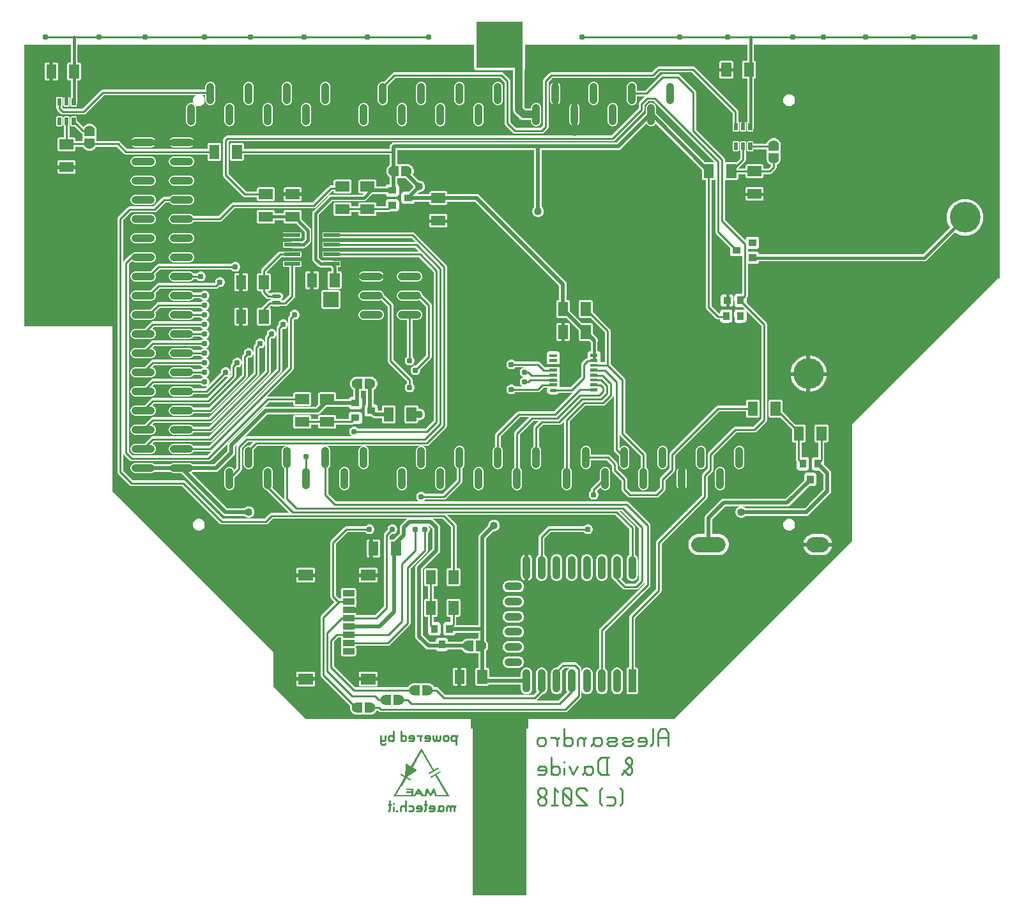
<source format=gbr>
G04 start of page 3 for group 1 idx 1 *
G04 Title: Heart, bottom *
G04 Creator: pcb 4.0.2 *
G04 CreationDate: Wed Apr  3 09:48:58 2019 UTC *
G04 For: alez *
G04 Format: Gerber/RS-274X *
G04 PCB-Dimensions (mil): 5906.00 5906.00 *
G04 PCB-Coordinate-Origin: lower left *
%MOIN*%
%FSLAX25Y25*%
%LNBOTTOM*%
%ADD36C,0.0500*%
%ADD35C,0.1200*%
%ADD34C,0.0310*%
%ADD33C,0.0197*%
%ADD32C,0.0160*%
%ADD31C,0.0800*%
%ADD30C,0.1600*%
%ADD29C,0.0550*%
%ADD28C,0.0110*%
%ADD27C,0.0350*%
%ADD26C,0.0300*%
%ADD25C,0.0400*%
%ADD24C,0.0200*%
%ADD23C,0.0100*%
%ADD22C,0.0150*%
%ADD21C,0.0001*%
G54D21*G36*
X262004Y83870D02*X268807Y72102D01*
X261244D01*
X261157Y72992D01*
X267250D01*
X261271Y83349D01*
X261960Y83946D01*
X261987Y83897D01*
X262004Y83870D01*
G37*
G36*
X256871Y72867D02*X256812Y72362D01*
X256546Y72097D01*
X254446D01*
X254034Y72992D01*
X256893D01*
X256871Y72867D01*
G37*
G36*
X263018Y87244D02*X263344Y86967D01*
X263170Y86577D01*
X258298Y83767D01*
X257815Y83897D01*
X257945Y84380D01*
X262812Y87190D01*
X263018Y87244D01*
G37*
G36*
X264054Y85389D02*X264407Y85128D01*
X264239Y84721D01*
X259367Y81911D01*
X258884Y82041D01*
X259014Y82530D01*
X263881Y85340D01*
X264054Y85389D01*
G37*
G36*
X260788Y76383D02*X261401Y75471D01*
X262221Y72097D01*
X261206D01*
X260674Y74679D01*
X259383Y72238D01*
X258472Y72428D01*
X257300Y74679D01*
X256768Y72097D01*
X255754D01*
X256725Y76052D01*
X257604Y76166D01*
X258987Y73507D01*
X260376Y76166D01*
X260788Y76383D01*
G37*
G36*
X246038Y89080D02*X246431D01*
X251549Y86324D01*
Y85537D01*
X246038Y81993D01*
X245644D01*
Y82387D01*
X246038Y88686D01*
Y89080D01*
G37*
G36*
X243123Y83788D02*X243590Y83880D01*
X248457Y81070D01*
X248614Y80571D01*
X248104Y80457D01*
X243232Y83267D01*
X243123Y83788D01*
G37*
G36*
X252694Y76334D02*X253361Y75835D01*
X253801Y75081D01*
X255580Y72113D01*
X254430D01*
X252688Y74972D01*
X252249Y74147D01*
X253144Y74093D01*
X253670Y73231D01*
X251641D01*
X250968Y72113D01*
X249813D01*
X252140Y76046D01*
X252694Y76334D01*
G37*
G36*
X249786Y76214D02*Y72097D01*
X246118D01*
X246227Y73024D01*
X248874D01*
Y75406D01*
X246118D01*
X246227Y76323D01*
X249786D01*
Y76214D01*
G37*
G36*
X248798Y74592D02*X248820Y74061D01*
X248576Y73784D01*
X246292D01*
X246406Y74701D01*
X248798D01*
Y74592D01*
G37*
G36*
X254251Y97270D02*X261000Y85600D01*
X260170Y85248D01*
X254153Y95670D01*
X241056Y72992D01*
X251419D01*
X250920Y72097D01*
X239526D01*
X254153Y97438D01*
X254251Y97270D01*
G37*
G36*
X310000Y113100D02*Y107600D01*
X280000D01*
Y113100D01*
X310000D01*
G37*
G36*
X105094Y291000D02*X113000D01*
X113408Y291024D01*
X113806Y291120D01*
X114184Y291276D01*
X114533Y291490D01*
X114844Y291756D01*
X115110Y292067D01*
X115324Y292416D01*
X115480Y292794D01*
X115576Y293192D01*
X115608Y293600D01*
X115576Y294008D01*
X115480Y294406D01*
X115324Y294784D01*
X115110Y295133D01*
X114844Y295444D01*
X114533Y295710D01*
X114184Y295924D01*
X113806Y296080D01*
X113641Y296120D01*
X114621Y297100D01*
X138929D01*
X138931Y297097D01*
X139191Y296791D01*
X139497Y296531D01*
X139839Y296321D01*
X140210Y296167D01*
X140490Y296100D01*
X140210Y296033D01*
X139839Y295879D01*
X139497Y295669D01*
X139191Y295409D01*
X138931Y295103D01*
X138929Y295100D01*
X135130D01*
X135110Y295133D01*
X134844Y295444D01*
X134533Y295710D01*
X134184Y295924D01*
X133806Y296080D01*
X133408Y296176D01*
X133000Y296200D01*
X125000D01*
X124592Y296176D01*
X124194Y296080D01*
X123816Y295924D01*
X123467Y295710D01*
X123156Y295444D01*
X122890Y295133D01*
X122676Y294784D01*
X122520Y294406D01*
X122424Y294008D01*
X122392Y293600D01*
X122424Y293192D01*
X122520Y292794D01*
X122676Y292416D01*
X122890Y292067D01*
X123156Y291756D01*
X123467Y291490D01*
X123816Y291276D01*
X124194Y291120D01*
X124592Y291024D01*
X125000Y291000D01*
X133000D01*
X133408Y291024D01*
X133806Y291120D01*
X134184Y291276D01*
X134533Y291490D01*
X134844Y291756D01*
X135110Y292067D01*
X135130Y292100D01*
X138929D01*
X138931Y292097D01*
X139191Y291791D01*
X139497Y291531D01*
X139839Y291321D01*
X140210Y291167D01*
X140490Y291100D01*
X140210Y291033D01*
X139839Y290879D01*
X139497Y290669D01*
X139191Y290409D01*
X138931Y290103D01*
X138929Y290100D01*
X114059D01*
X114000Y290105D01*
X113765Y290086D01*
X113535Y290031D01*
X113317Y289941D01*
X113116Y289817D01*
X113115Y289817D01*
X112936Y289664D01*
X112898Y289619D01*
X109479Y286200D01*
X105094D01*
Y291000D01*
G37*
G36*
Y301000D02*X113000D01*
X113408Y301024D01*
X113806Y301120D01*
X114184Y301276D01*
X114533Y301490D01*
X114844Y301756D01*
X115110Y302067D01*
X115324Y302416D01*
X115480Y302794D01*
X115576Y303192D01*
X115608Y303600D01*
X115576Y304008D01*
X115480Y304406D01*
X115324Y304784D01*
X115110Y305133D01*
X114844Y305444D01*
X114533Y305710D01*
X114184Y305924D01*
X113806Y306080D01*
X113641Y306120D01*
X114621Y307100D01*
X138929D01*
X138931Y307097D01*
X139191Y306791D01*
X139497Y306531D01*
X139839Y306321D01*
X140210Y306167D01*
X140490Y306100D01*
X140210Y306033D01*
X139839Y305879D01*
X139497Y305669D01*
X139191Y305409D01*
X138931Y305103D01*
X138929Y305100D01*
X135130D01*
X135110Y305133D01*
X134844Y305444D01*
X134533Y305710D01*
X134184Y305924D01*
X133806Y306080D01*
X133408Y306176D01*
X133000Y306200D01*
X125000D01*
X124592Y306176D01*
X124194Y306080D01*
X123816Y305924D01*
X123467Y305710D01*
X123156Y305444D01*
X122890Y305133D01*
X122676Y304784D01*
X122520Y304406D01*
X122424Y304008D01*
X122392Y303600D01*
X122424Y303192D01*
X122520Y302794D01*
X122676Y302416D01*
X122890Y302067D01*
X123156Y301756D01*
X123467Y301490D01*
X123816Y301276D01*
X124194Y301120D01*
X124592Y301024D01*
X125000Y301000D01*
X133000D01*
X133408Y301024D01*
X133806Y301120D01*
X134184Y301276D01*
X134533Y301490D01*
X134844Y301756D01*
X135110Y302067D01*
X135130Y302100D01*
X138929D01*
X138931Y302097D01*
X139191Y301791D01*
X139497Y301531D01*
X139839Y301321D01*
X140210Y301167D01*
X140490Y301100D01*
X140210Y301033D01*
X139839Y300879D01*
X139497Y300669D01*
X139191Y300409D01*
X138931Y300103D01*
X138929Y300100D01*
X114059D01*
X114000Y300105D01*
X113765Y300086D01*
X113535Y300031D01*
X113317Y299941D01*
X113116Y299817D01*
X113115Y299817D01*
X112936Y299664D01*
X112898Y299619D01*
X109479Y296200D01*
X105094D01*
Y301000D01*
G37*
G36*
Y311000D02*X113000D01*
X113408Y311024D01*
X113806Y311120D01*
X114184Y311276D01*
X114533Y311490D01*
X114844Y311756D01*
X115110Y312067D01*
X115324Y312416D01*
X115480Y312794D01*
X115576Y313192D01*
X115608Y313600D01*
X115576Y314008D01*
X115480Y314406D01*
X115324Y314784D01*
X115110Y315133D01*
X114844Y315444D01*
X114533Y315710D01*
X114184Y315924D01*
X113806Y316080D01*
X113641Y316120D01*
X114621Y317100D01*
X138929D01*
X138931Y317097D01*
X139191Y316791D01*
X139497Y316531D01*
X139839Y316321D01*
X140210Y316167D01*
X140490Y316100D01*
X140210Y316033D01*
X139839Y315879D01*
X139497Y315669D01*
X139191Y315409D01*
X138931Y315103D01*
X138929Y315100D01*
X135130D01*
X135110Y315133D01*
X134844Y315444D01*
X134533Y315710D01*
X134184Y315924D01*
X133806Y316080D01*
X133408Y316176D01*
X133000Y316200D01*
X125000D01*
X124592Y316176D01*
X124194Y316080D01*
X123816Y315924D01*
X123467Y315710D01*
X123156Y315444D01*
X122890Y315133D01*
X122676Y314784D01*
X122520Y314406D01*
X122424Y314008D01*
X122392Y313600D01*
X122424Y313192D01*
X122520Y312794D01*
X122676Y312416D01*
X122890Y312067D01*
X123156Y311756D01*
X123467Y311490D01*
X123816Y311276D01*
X124194Y311120D01*
X124592Y311024D01*
X125000Y311000D01*
X133000D01*
X133408Y311024D01*
X133806Y311120D01*
X134184Y311276D01*
X134533Y311490D01*
X134844Y311756D01*
X135110Y312067D01*
X135130Y312100D01*
X138929D01*
X138931Y312097D01*
X139191Y311791D01*
X139497Y311531D01*
X139839Y311321D01*
X140210Y311167D01*
X140490Y311100D01*
X140210Y311033D01*
X139839Y310879D01*
X139497Y310669D01*
X139191Y310409D01*
X138931Y310103D01*
X138929Y310100D01*
X114059D01*
X114000Y310105D01*
X113765Y310086D01*
X113535Y310031D01*
X113317Y309941D01*
X113116Y309817D01*
X113115Y309817D01*
X112936Y309664D01*
X112898Y309619D01*
X109479Y306200D01*
X105094D01*
Y311000D01*
G37*
G36*
Y321000D02*X113000D01*
X113408Y321024D01*
X113806Y321120D01*
X114184Y321276D01*
X114533Y321490D01*
X114844Y321756D01*
X115110Y322067D01*
X115324Y322416D01*
X115480Y322794D01*
X115576Y323192D01*
X115608Y323600D01*
X115576Y324008D01*
X115480Y324406D01*
X115324Y324784D01*
X115317Y324795D01*
X117621Y327100D01*
X138929D01*
X138931Y327097D01*
X139191Y326791D01*
X139497Y326531D01*
X139839Y326321D01*
X140210Y326167D01*
X140490Y326100D01*
X140210Y326033D01*
X139839Y325879D01*
X139497Y325669D01*
X139191Y325409D01*
X138931Y325103D01*
X138929Y325100D01*
X135130D01*
X135110Y325133D01*
X134844Y325444D01*
X134533Y325710D01*
X134184Y325924D01*
X133806Y326080D01*
X133408Y326176D01*
X133000Y326200D01*
X125000D01*
X124592Y326176D01*
X124194Y326080D01*
X123816Y325924D01*
X123467Y325710D01*
X123156Y325444D01*
X122890Y325133D01*
X122676Y324784D01*
X122520Y324406D01*
X122424Y324008D01*
X122392Y323600D01*
X122424Y323192D01*
X122520Y322794D01*
X122676Y322416D01*
X122890Y322067D01*
X123156Y321756D01*
X123467Y321490D01*
X123816Y321276D01*
X124194Y321120D01*
X124592Y321024D01*
X125000Y321000D01*
X133000D01*
X133408Y321024D01*
X133806Y321120D01*
X134184Y321276D01*
X134533Y321490D01*
X134844Y321756D01*
X135110Y322067D01*
X135130Y322100D01*
X138929D01*
X138931Y322097D01*
X139191Y321791D01*
X139497Y321531D01*
X139839Y321321D01*
X140210Y321167D01*
X140490Y321100D01*
X140210Y321033D01*
X139839Y320879D01*
X139497Y320669D01*
X139191Y320409D01*
X138931Y320103D01*
X138929Y320100D01*
X114059D01*
X114000Y320105D01*
X113765Y320086D01*
X113535Y320031D01*
X113317Y319941D01*
X113116Y319817D01*
X113115Y319817D01*
X112936Y319664D01*
X112898Y319619D01*
X109479Y316200D01*
X105094D01*
Y321000D01*
G37*
G36*
Y251000D02*X113000D01*
X113408Y251024D01*
X113806Y251120D01*
X114184Y251276D01*
X114533Y251490D01*
X114844Y251756D01*
X115110Y252067D01*
X115324Y252416D01*
X115480Y252794D01*
X115576Y253192D01*
X115608Y253600D01*
X115576Y254008D01*
X115480Y254406D01*
X115324Y254784D01*
X115110Y255133D01*
X114844Y255444D01*
X114533Y255710D01*
X114184Y255924D01*
X113806Y256080D01*
X113641Y256120D01*
X114621Y257100D01*
X143941D01*
X144000Y257095D01*
X144235Y257114D01*
X144235Y257114D01*
X144465Y257169D01*
X144683Y257259D01*
X144884Y257383D01*
X145064Y257536D01*
X145102Y257581D01*
X181019Y293498D01*
X181064Y293536D01*
X181217Y293715D01*
X181217Y293716D01*
X181341Y293917D01*
X181431Y294135D01*
X181486Y294365D01*
X181505Y294600D01*
X181500Y294659D01*
Y315979D01*
X181596Y316075D01*
X181600Y316074D01*
X182000Y316042D01*
X182400Y316074D01*
X182790Y316167D01*
X183161Y316321D01*
X183503Y316531D01*
X183809Y316791D01*
X184069Y317097D01*
X184279Y317439D01*
X184433Y317810D01*
X184500Y318090D01*
Y296221D01*
X143379Y255100D01*
X135130D01*
X135110Y255133D01*
X134844Y255444D01*
X134533Y255710D01*
X134184Y255924D01*
X133806Y256080D01*
X133408Y256176D01*
X133000Y256200D01*
X125000D01*
X124592Y256176D01*
X124194Y256080D01*
X123816Y255924D01*
X123467Y255710D01*
X123156Y255444D01*
X122890Y255133D01*
X122676Y254784D01*
X122520Y254406D01*
X122424Y254008D01*
X122392Y253600D01*
X122424Y253192D01*
X122520Y252794D01*
X122676Y252416D01*
X122890Y252067D01*
X123156Y251756D01*
X123467Y251490D01*
X123816Y251276D01*
X124194Y251120D01*
X124592Y251024D01*
X125000Y251000D01*
X133000D01*
X133408Y251024D01*
X133806Y251120D01*
X134184Y251276D01*
X134533Y251490D01*
X134844Y251756D01*
X135110Y252067D01*
X135130Y252100D01*
X143941D01*
X144000Y252095D01*
X144235Y252114D01*
X144235Y252114D01*
X144442Y252164D01*
X142379Y250100D01*
X105094D01*
Y251000D01*
G37*
G36*
Y261000D02*X113000D01*
X113408Y261024D01*
X113806Y261120D01*
X114184Y261276D01*
X114533Y261490D01*
X114844Y261756D01*
X115110Y262067D01*
X115324Y262416D01*
X115480Y262794D01*
X115576Y263192D01*
X115608Y263600D01*
X115576Y264008D01*
X115480Y264406D01*
X115324Y264784D01*
X115110Y265133D01*
X114844Y265444D01*
X114533Y265710D01*
X114184Y265924D01*
X113806Y266080D01*
X113641Y266120D01*
X114621Y267100D01*
X143941D01*
X144000Y267095D01*
X144235Y267114D01*
X144235Y267114D01*
X144465Y267169D01*
X144683Y267259D01*
X144884Y267383D01*
X145064Y267536D01*
X145102Y267581D01*
X169019Y291498D01*
X169064Y291536D01*
X169217Y291715D01*
X169217Y291716D01*
X169341Y291917D01*
X169431Y292135D01*
X169486Y292365D01*
X169505Y292600D01*
X169500Y292659D01*
Y305979D01*
X169596Y306075D01*
X169600Y306074D01*
X170000Y306042D01*
X170400Y306074D01*
X170790Y306167D01*
X171161Y306321D01*
X171503Y306531D01*
X171809Y306791D01*
X172069Y307097D01*
X172279Y307439D01*
X172433Y307810D01*
X172500Y308090D01*
Y294221D01*
X143379Y265100D01*
X135130D01*
X135110Y265133D01*
X134844Y265444D01*
X134533Y265710D01*
X134184Y265924D01*
X133806Y266080D01*
X133408Y266176D01*
X133000Y266200D01*
X125000D01*
X124592Y266176D01*
X124194Y266080D01*
X123816Y265924D01*
X123467Y265710D01*
X123156Y265444D01*
X122890Y265133D01*
X122676Y264784D01*
X122520Y264406D01*
X122424Y264008D01*
X122392Y263600D01*
X122424Y263192D01*
X122520Y262794D01*
X122676Y262416D01*
X122890Y262067D01*
X123156Y261756D01*
X123467Y261490D01*
X123816Y261276D01*
X124194Y261120D01*
X124592Y261024D01*
X125000Y261000D01*
X133000D01*
X133408Y261024D01*
X133806Y261120D01*
X134184Y261276D01*
X134533Y261490D01*
X134844Y261756D01*
X135110Y262067D01*
X135130Y262100D01*
X143941D01*
X144000Y262095D01*
X144235Y262114D01*
X144235Y262114D01*
X144465Y262169D01*
X144683Y262259D01*
X144884Y262383D01*
X145064Y262536D01*
X145102Y262581D01*
X175019Y292498D01*
X175064Y292536D01*
X175217Y292715D01*
X175217Y292716D01*
X175341Y292917D01*
X175431Y293135D01*
X175486Y293365D01*
X175505Y293600D01*
X175500Y293659D01*
Y310979D01*
X175596Y311075D01*
X175600Y311074D01*
X176000Y311042D01*
X176400Y311074D01*
X176790Y311167D01*
X177161Y311321D01*
X177503Y311531D01*
X177809Y311791D01*
X178069Y312097D01*
X178279Y312439D01*
X178433Y312810D01*
X178500Y313090D01*
Y295221D01*
X143379Y260100D01*
X114059D01*
X114000Y260105D01*
X113765Y260086D01*
X113535Y260031D01*
X113317Y259941D01*
X113116Y259817D01*
X113115Y259817D01*
X112936Y259664D01*
X112898Y259619D01*
X109479Y256200D01*
X105094D01*
Y261000D01*
G37*
G36*
Y271000D02*X113000D01*
X113408Y271024D01*
X113806Y271120D01*
X114184Y271276D01*
X114533Y271490D01*
X114844Y271756D01*
X115110Y272067D01*
X115324Y272416D01*
X115480Y272794D01*
X115576Y273192D01*
X115608Y273600D01*
X115576Y274008D01*
X115480Y274406D01*
X115324Y274784D01*
X115110Y275133D01*
X114844Y275444D01*
X114533Y275710D01*
X114184Y275924D01*
X113806Y276080D01*
X113641Y276120D01*
X114621Y277100D01*
X142941D01*
X143000Y277095D01*
X143235Y277114D01*
X143235D01*
X143235Y277114D01*
X143465Y277169D01*
X143683Y277259D01*
X143884Y277383D01*
X144064Y277536D01*
X144102Y277581D01*
X157019Y290498D01*
X157064Y290536D01*
X157217Y290715D01*
X157217Y290716D01*
X157341Y290917D01*
X157431Y291135D01*
X157486Y291365D01*
X157505Y291600D01*
X157500Y291659D01*
Y295979D01*
X157596Y296075D01*
X157600Y296074D01*
X158000Y296042D01*
X158400Y296074D01*
X158790Y296167D01*
X159161Y296321D01*
X159503Y296531D01*
X159809Y296791D01*
X160069Y297097D01*
X160279Y297439D01*
X160433Y297810D01*
X160500Y298090D01*
Y292221D01*
X143379Y275100D01*
X135130D01*
X135110Y275133D01*
X134844Y275444D01*
X134533Y275710D01*
X134184Y275924D01*
X133806Y276080D01*
X133408Y276176D01*
X133000Y276200D01*
X125000D01*
X124592Y276176D01*
X124194Y276080D01*
X123816Y275924D01*
X123467Y275710D01*
X123156Y275444D01*
X122890Y275133D01*
X122676Y274784D01*
X122520Y274406D01*
X122424Y274008D01*
X122392Y273600D01*
X122424Y273192D01*
X122520Y272794D01*
X122676Y272416D01*
X122890Y272067D01*
X123156Y271756D01*
X123467Y271490D01*
X123816Y271276D01*
X124194Y271120D01*
X124592Y271024D01*
X125000Y271000D01*
X133000D01*
X133408Y271024D01*
X133806Y271120D01*
X134184Y271276D01*
X134533Y271490D01*
X134844Y271756D01*
X135110Y272067D01*
X135130Y272100D01*
X143941D01*
X144000Y272095D01*
X144235Y272114D01*
X144235Y272114D01*
X144465Y272169D01*
X144683Y272259D01*
X144884Y272383D01*
X145064Y272536D01*
X145102Y272581D01*
X163019Y290498D01*
X163064Y290536D01*
X163217Y290715D01*
X163217Y290716D01*
X163341Y290917D01*
X163431Y291135D01*
X163486Y291365D01*
X163505Y291600D01*
X163500Y291659D01*
Y300979D01*
X163596Y301075D01*
X163600Y301074D01*
X164000Y301042D01*
X164400Y301074D01*
X164790Y301167D01*
X165161Y301321D01*
X165503Y301531D01*
X165809Y301791D01*
X166069Y302097D01*
X166279Y302439D01*
X166433Y302810D01*
X166500Y303090D01*
Y293221D01*
X143379Y270100D01*
X114059D01*
X114000Y270105D01*
X113765Y270086D01*
X113535Y270031D01*
X113317Y269941D01*
X113116Y269817D01*
X113115Y269817D01*
X112936Y269664D01*
X112898Y269619D01*
X109479Y266200D01*
X105094D01*
Y271000D01*
G37*
G36*
X328712Y282800D02*X332641D01*
X332700Y282795D01*
X332935Y282814D01*
X332935Y282814D01*
X333142Y282864D01*
X328712Y278433D01*
Y282800D01*
G37*
G36*
Y321866D02*X329809Y321868D01*
X336350Y315326D01*
X336355Y310703D01*
X336392Y310550D01*
X336452Y310405D01*
X336534Y310270D01*
X336637Y310151D01*
X336756Y310048D01*
X336891Y309966D01*
X337036Y309906D01*
X337189Y309869D01*
X337346Y309860D01*
X341809Y309868D01*
X342450Y309227D01*
Y304587D01*
X342065Y304586D01*
X341835Y304531D01*
X341617Y304441D01*
X341416Y304317D01*
X341236Y304164D01*
X341083Y303984D01*
X340959Y303783D01*
X340869Y303565D01*
X340814Y303335D01*
X340800Y303100D01*
X340814Y301265D01*
X340855Y301093D01*
X340765Y301086D01*
X340535Y301031D01*
X340317Y300941D01*
X340116Y300817D01*
X340115Y300817D01*
X339936Y300664D01*
X339898Y300619D01*
X337981Y298702D01*
X337936Y298664D01*
X337783Y298484D01*
X337659Y298283D01*
X337569Y298065D01*
X337514Y297835D01*
X337514Y297835D01*
X337495Y297600D01*
X337500Y297541D01*
Y291221D01*
X332079Y285800D01*
X328712D01*
Y309866D01*
X330811Y309869D01*
X330964Y309906D01*
X331109Y309966D01*
X331244Y310048D01*
X331363Y310151D01*
X331466Y310270D01*
X331548Y310405D01*
X331608Y310550D01*
X331645Y310703D01*
X331654Y310860D01*
X331645Y318497D01*
X331608Y318650D01*
X331548Y318795D01*
X331466Y318930D01*
X331363Y319049D01*
X331244Y319152D01*
X331109Y319234D01*
X330964Y319294D01*
X330811Y319331D01*
X330654Y319340D01*
X328712Y319337D01*
Y321866D01*
G37*
G36*
Y414100D02*X353941D01*
X354000Y414095D01*
X354235Y414114D01*
X354235Y414114D01*
X354465Y414169D01*
X354683Y414259D01*
X354884Y414383D01*
X355064Y414536D01*
X355102Y414581D01*
X370019Y429498D01*
X370064Y429536D01*
X370217Y429715D01*
X370217Y429716D01*
X370341Y429917D01*
X370431Y430135D01*
X370486Y430365D01*
X370505Y430600D01*
X370500Y430659D01*
Y432979D01*
X372621Y435100D01*
X375379D01*
X407500Y402979D01*
Y402873D01*
X407466Y402930D01*
X407363Y403049D01*
X407244Y403152D01*
X407109Y403234D01*
X406964Y403294D01*
X406811Y403331D01*
X406654Y403340D01*
X402096Y403332D01*
X376600Y428828D01*
Y431600D01*
X376576Y432008D01*
X376480Y432406D01*
X376324Y432784D01*
X376110Y433133D01*
X375844Y433444D01*
X375533Y433710D01*
X375184Y433924D01*
X374806Y434080D01*
X374408Y434176D01*
X374000Y434208D01*
X373592Y434176D01*
X373194Y434080D01*
X372816Y433924D01*
X372467Y433710D01*
X372156Y433444D01*
X371890Y433133D01*
X371676Y432784D01*
X371520Y432406D01*
X371424Y432008D01*
X371400Y431600D01*
Y428828D01*
X356172Y413600D01*
X328712D01*
Y414100D01*
G37*
G36*
Y138947D02*X328865Y139100D01*
X331205D01*
X330853Y138885D01*
X330494Y138578D01*
X330188Y138219D01*
X329941Y137816D01*
X329760Y137380D01*
X329650Y136921D01*
X329622Y136450D01*
Y128450D01*
X329650Y127979D01*
X329760Y127520D01*
X329941Y127084D01*
X330188Y126681D01*
X330195Y126672D01*
X328712Y125189D01*
Y138947D01*
G37*
G36*
X347021Y317363D02*X349900Y314484D01*
Y298700D01*
X347588D01*
X347600Y298900D01*
X347586Y300735D01*
X347531Y300965D01*
X347516Y301000D01*
X347531Y301035D01*
X347586Y301265D01*
X347600Y301500D01*
X347586Y303335D01*
X347531Y303565D01*
X347441Y303783D01*
X347317Y303984D01*
X347164Y304164D01*
X347021Y304286D01*
Y317363D01*
G37*
G36*
Y219100D02*X355379D01*
X362618Y211861D01*
Y198199D01*
X362349Y198035D01*
X361990Y197728D01*
X361684Y197369D01*
X361437Y196966D01*
X361256Y196530D01*
X361146Y196071D01*
X361118Y195600D01*
Y187600D01*
X361146Y187129D01*
X361256Y186670D01*
X361437Y186234D01*
X361684Y185831D01*
X361990Y185472D01*
X362349Y185165D01*
X362752Y184919D01*
X363188Y184738D01*
X363647Y184628D01*
X364118Y184591D01*
X364589Y184628D01*
X365048Y184738D01*
X365484Y184919D01*
X365887Y185165D01*
X366246Y185472D01*
X366553Y185831D01*
X366799Y186234D01*
X366980Y186670D01*
X367090Y187129D01*
X367118Y187600D01*
Y195600D01*
X367090Y196071D01*
X366980Y196530D01*
X366799Y196966D01*
X366553Y197369D01*
X366246Y197728D01*
X365887Y198035D01*
X365618Y198199D01*
Y212423D01*
X365623Y212482D01*
X365604Y212717D01*
X365549Y212947D01*
X365459Y213165D01*
X365335Y213366D01*
X365182Y213546D01*
X365137Y213584D01*
X357621Y221100D01*
X358623D01*
X367744Y211979D01*
Y185221D01*
X365623Y183100D01*
X360865D01*
X358428Y185538D01*
X358679Y185831D01*
X358925Y186234D01*
X359106Y186670D01*
X359216Y187129D01*
X359244Y187600D01*
Y195600D01*
X359216Y196071D01*
X359106Y196530D01*
X358925Y196966D01*
X358679Y197369D01*
X358372Y197728D01*
X358013Y198035D01*
X357610Y198281D01*
X357174Y198462D01*
X356715Y198572D01*
X356244Y198609D01*
X355773Y198572D01*
X355314Y198462D01*
X354878Y198281D01*
X354475Y198035D01*
X354116Y197728D01*
X353810Y197369D01*
X353563Y196966D01*
X353382Y196530D01*
X353272Y196071D01*
X353244Y195600D01*
Y187600D01*
X353272Y187129D01*
X353382Y186670D01*
X353563Y186234D01*
X353810Y185831D01*
X354116Y185472D01*
X354475Y185165D01*
X354878Y184919D01*
X354911Y184905D01*
X355027Y184716D01*
X355180Y184536D01*
X355225Y184498D01*
X359142Y180581D01*
X359180Y180536D01*
X359360Y180383D01*
X359561Y180259D01*
X359779Y180169D01*
X360009Y180114D01*
X360244Y180095D01*
X360303Y180100D01*
X366185D01*
X366244Y180095D01*
X366479Y180114D01*
X366479Y180114D01*
X366709Y180169D01*
X366927Y180259D01*
X367128Y180383D01*
X367308Y180536D01*
X367346Y180581D01*
X370263Y183498D01*
X370308Y183536D01*
X370461Y183715D01*
X370461Y183716D01*
X370585Y183917D01*
X370675Y184135D01*
X370730Y184365D01*
X370744Y184541D01*
Y183221D01*
X347351Y159828D01*
X347306Y159790D01*
X347153Y159610D01*
X347029Y159409D01*
X347021Y159389D01*
Y184912D01*
X347440Y184738D01*
X347899Y184628D01*
X348370Y184591D01*
X348841Y184628D01*
X349300Y184738D01*
X349736Y184919D01*
X350139Y185165D01*
X350498Y185472D01*
X350805Y185831D01*
X351051Y186234D01*
X351232Y186670D01*
X351342Y187129D01*
X351370Y187600D01*
Y195600D01*
X351342Y196071D01*
X351232Y196530D01*
X351051Y196966D01*
X350805Y197369D01*
X350498Y197728D01*
X350139Y198035D01*
X349736Y198281D01*
X349300Y198462D01*
X348841Y198572D01*
X348370Y198609D01*
X347899Y198572D01*
X347440Y198462D01*
X347021Y198288D01*
Y219100D01*
G37*
G36*
X430745Y409982D02*X434256D01*
X434259Y409093D01*
X434296Y408940D01*
X434356Y408795D01*
X434438Y408660D01*
X434490Y408600D01*
X434438Y408540D01*
X434356Y408405D01*
X434296Y408260D01*
X434259Y408107D01*
X434250Y407950D01*
X434259Y405457D01*
X434238Y405200D01*
X434285Y404612D01*
X434423Y404038D01*
X434648Y403492D01*
X434957Y402989D01*
X435340Y402540D01*
X435789Y402157D01*
X436292Y401848D01*
X436500Y401762D01*
Y401221D01*
X435284Y400005D01*
X432733D01*
X432731Y401221D01*
X432694Y401374D01*
X432634Y401519D01*
X432552Y401654D01*
X432449Y401773D01*
X432330Y401876D01*
X432195Y401958D01*
X432050Y402018D01*
X431897Y402055D01*
X431740Y402064D01*
X430745Y402063D01*
Y409982D01*
G37*
G36*
Y318734D02*X431500Y317979D01*
Y269221D01*
X430745Y268466D01*
Y318734D01*
G37*
G36*
X456185Y464600D02*X556000D01*
Y342600D01*
X555000D01*
X479000Y266600D01*
Y205600D01*
X456185Y182785D01*
Y198874D01*
X456495Y198684D01*
X457295Y198353D01*
X458137Y198151D01*
X459000Y198100D01*
X463000D01*
X463863Y198151D01*
X464705Y198353D01*
X465505Y198684D01*
X466243Y199137D01*
X466901Y199699D01*
X467463Y200357D01*
X467916Y201095D01*
X468247Y201895D01*
X468449Y202737D01*
X468517Y203600D01*
X468449Y204463D01*
X468247Y205305D01*
X467916Y206105D01*
X467463Y206843D01*
X466901Y207501D01*
X466243Y208063D01*
X465505Y208516D01*
X464705Y208847D01*
X463863Y209049D01*
X463000Y209100D01*
X459000D01*
X458137Y209049D01*
X457295Y208847D01*
X456495Y208516D01*
X456185Y208326D01*
Y218982D01*
X456419Y219181D01*
X456470Y219241D01*
X467359Y230130D01*
X467419Y230181D01*
X467623Y230421D01*
X467623Y230421D01*
X467788Y230689D01*
X467908Y230980D01*
X467981Y231286D01*
X468006Y231600D01*
X468000Y231678D01*
Y240787D01*
X468006Y240865D01*
X467981Y241179D01*
X467908Y241485D01*
X467788Y241776D01*
X467623Y242044D01*
X467623Y242044D01*
X467419Y242284D01*
X467359Y242335D01*
X464219Y245475D01*
X464214Y246987D01*
X464246Y247039D01*
X464336Y247257D01*
X464391Y247487D01*
X464410Y247722D01*
X464405Y247781D01*
Y256867D01*
X465621Y256869D01*
X465774Y256906D01*
X465919Y256966D01*
X466054Y257048D01*
X466173Y257151D01*
X466276Y257270D01*
X466358Y257405D01*
X466418Y257550D01*
X466455Y257703D01*
X466464Y257860D01*
X466455Y265497D01*
X466418Y265650D01*
X466358Y265795D01*
X466276Y265930D01*
X466173Y266049D01*
X466054Y266152D01*
X465919Y266234D01*
X465774Y266294D01*
X465621Y266331D01*
X465464Y266340D01*
X460189Y266331D01*
X460036Y266294D01*
X459891Y266234D01*
X459756Y266152D01*
X459637Y266049D01*
X459534Y265930D01*
X459452Y265795D01*
X459392Y265650D01*
X459355Y265497D01*
X459346Y265340D01*
X459355Y257703D01*
X459392Y257550D01*
X459452Y257405D01*
X459534Y257270D01*
X459637Y257151D01*
X459756Y257048D01*
X459891Y256966D01*
X460036Y256906D01*
X460189Y256869D01*
X460346Y256860D01*
X461405Y256862D01*
Y249336D01*
X459089Y249327D01*
X458859Y249272D01*
X458641Y249182D01*
X458440Y249058D01*
X458260Y248905D01*
X458107Y248725D01*
X457983Y248524D01*
X457893Y248306D01*
X457838Y248076D01*
X457824Y247841D01*
X457838Y243606D01*
X457893Y243376D01*
X457983Y243158D01*
X458107Y242957D01*
X458260Y242777D01*
X458440Y242624D01*
X458641Y242500D01*
X458859Y242410D01*
X459089Y242355D01*
X459324Y242341D01*
X461687Y242350D01*
X464000Y240037D01*
Y232428D01*
X456185Y224614D01*
Y233874D01*
X456456Y234145D01*
X459059Y234155D01*
X459289Y234210D01*
X459507Y234300D01*
X459708Y234424D01*
X459888Y234577D01*
X460041Y234757D01*
X460165Y234958D01*
X460255Y235176D01*
X460310Y235406D01*
X460324Y235641D01*
X460310Y239876D01*
X460255Y240106D01*
X460165Y240324D01*
X460041Y240525D01*
X459888Y240705D01*
X459708Y240858D01*
X459507Y240982D01*
X459289Y241072D01*
X459059Y241127D01*
X458824Y241141D01*
X456185Y241131D01*
Y243028D01*
X456265Y243158D01*
X456355Y243376D01*
X456410Y243606D01*
X456424Y243841D01*
X456410Y248076D01*
X456355Y248306D01*
X456265Y248524D01*
X456185Y248653D01*
Y283272D01*
X456200Y283271D01*
X457691Y283388D01*
X459145Y283737D01*
X460526Y284309D01*
X461801Y285091D01*
X462938Y286062D01*
X463909Y287199D01*
X464691Y288474D01*
X465263Y289855D01*
X465612Y291309D01*
X465700Y292800D01*
X465612Y294291D01*
X465263Y295745D01*
X464691Y297126D01*
X463909Y298401D01*
X462938Y299538D01*
X461801Y300509D01*
X460526Y301291D01*
X459145Y301863D01*
X457691Y302212D01*
X456200Y302329D01*
X456185Y302328D01*
Y351591D01*
X516672D01*
X516741Y351586D01*
X517015Y351607D01*
X517016Y351607D01*
X517283Y351671D01*
X517538Y351777D01*
X517773Y351921D01*
X517982Y352100D01*
X518027Y352152D01*
X532426Y366551D01*
X533474Y365909D01*
X534855Y365337D01*
X536309Y364988D01*
X537800Y364871D01*
X539291Y364988D01*
X540745Y365337D01*
X542126Y365909D01*
X543401Y366691D01*
X544538Y367662D01*
X545509Y368799D01*
X546291Y370074D01*
X546863Y371455D01*
X547212Y372909D01*
X547300Y374400D01*
X547212Y375891D01*
X546863Y377345D01*
X546291Y378726D01*
X545509Y380001D01*
X544538Y381138D01*
X543401Y382109D01*
X542126Y382891D01*
X540745Y383463D01*
X539291Y383812D01*
X537800Y383929D01*
X536309Y383812D01*
X534855Y383463D01*
X533474Y382891D01*
X532199Y382109D01*
X531062Y381138D01*
X530091Y380001D01*
X529309Y378726D01*
X528737Y377345D01*
X528388Y375891D01*
X528271Y374400D01*
X528388Y372909D01*
X528737Y371455D01*
X529309Y370074D01*
X529951Y369026D01*
X516016Y355091D01*
X456185D01*
Y464600D01*
G37*
G36*
Y248653D02*X456141Y248725D01*
X455988Y248905D01*
X455808Y249058D01*
X455607Y249182D01*
X455389Y249272D01*
X455159Y249327D01*
X454924Y249341D01*
X452595Y249332D01*
Y256867D01*
X453811Y256869D01*
X453964Y256906D01*
X454109Y256966D01*
X454244Y257048D01*
X454363Y257151D01*
X454466Y257270D01*
X454548Y257405D01*
X454608Y257550D01*
X454645Y257703D01*
X454654Y257860D01*
X454645Y265497D01*
X454608Y265650D01*
X454548Y265795D01*
X454466Y265930D01*
X454363Y266049D01*
X454244Y266152D01*
X454109Y266234D01*
X453964Y266294D01*
X453811Y266331D01*
X453654Y266340D01*
X449294Y266332D01*
X445995Y269631D01*
Y351591D01*
X456185D01*
Y302328D01*
X454709Y302212D01*
X453255Y301863D01*
X451874Y301291D01*
X450599Y300509D01*
X449462Y299538D01*
X448491Y298401D01*
X447709Y297126D01*
X447137Y295745D01*
X446788Y294291D01*
X446671Y292800D01*
X446788Y291309D01*
X447137Y289855D01*
X447709Y288474D01*
X448491Y287199D01*
X449462Y286062D01*
X450599Y285091D01*
X451874Y284309D01*
X453255Y283737D01*
X454709Y283388D01*
X456185Y283272D01*
Y248653D01*
G37*
G36*
Y241131D02*X455189Y241127D01*
X454959Y241072D01*
X454741Y240982D01*
X454540Y240858D01*
X454360Y240705D01*
X454207Y240525D01*
X454083Y240324D01*
X453993Y240106D01*
X453938Y239876D01*
X453924Y239641D01*
X453932Y237277D01*
X445995Y229341D01*
Y265388D01*
X447538Y263846D01*
X447545Y257703D01*
X447582Y257550D01*
X447642Y257405D01*
X447724Y257270D01*
X447827Y257151D01*
X447946Y257048D01*
X448081Y256966D01*
X448226Y256906D01*
X448379Y256869D01*
X448536Y256860D01*
X449595Y256862D01*
Y248029D01*
X449590Y247970D01*
X449609Y247735D01*
X449664Y247505D01*
X449754Y247287D01*
X449878Y247086D01*
X450027Y246911D01*
X450038Y243606D01*
X450093Y243376D01*
X450183Y243158D01*
X450307Y242957D01*
X450460Y242777D01*
X450640Y242624D01*
X450841Y242500D01*
X451059Y242410D01*
X451289Y242355D01*
X451524Y242341D01*
X455159Y242355D01*
X455389Y242410D01*
X455607Y242500D01*
X455808Y242624D01*
X455988Y242777D01*
X456141Y242957D01*
X456185Y243028D01*
Y241131D01*
G37*
G36*
Y224614D02*X454172Y222600D01*
X445995D01*
Y223813D01*
X446262Y223977D01*
X446502Y224181D01*
X446553Y224241D01*
X456185Y233874D01*
Y224614D01*
G37*
G36*
Y182785D02*X445995Y172595D01*
Y210891D01*
X446000Y210890D01*
X446486Y210929D01*
X446961Y211043D01*
X447412Y211229D01*
X447828Y211484D01*
X448199Y211801D01*
X448516Y212172D01*
X448771Y212588D01*
X448957Y213039D01*
X449071Y213514D01*
X449100Y214000D01*
X449071Y214486D01*
X448957Y214961D01*
X448771Y215412D01*
X448516Y215828D01*
X448199Y216199D01*
X447828Y216516D01*
X447412Y216771D01*
X446961Y216957D01*
X446486Y217071D01*
X446000Y217110D01*
X445995Y217109D01*
Y218600D01*
X454922D01*
X455000Y218594D01*
X455314Y218619D01*
X455620Y218692D01*
X455911Y218812D01*
X456179Y218977D01*
X456185Y218982D01*
Y208326D01*
X455757Y208063D01*
X455099Y207501D01*
X454537Y206843D01*
X454084Y206105D01*
X453753Y205305D01*
X453551Y204463D01*
X453483Y203600D01*
X453551Y202737D01*
X453753Y201895D01*
X454084Y201095D01*
X454537Y200357D01*
X455099Y199699D01*
X455757Y199137D01*
X456185Y198874D01*
Y182785D01*
G37*
G36*
X445995Y464600D02*X456185D01*
Y355091D01*
X445995D01*
Y432491D01*
X446000Y432490D01*
X446486Y432529D01*
X446961Y432643D01*
X447412Y432829D01*
X447828Y433084D01*
X448199Y433401D01*
X448516Y433772D01*
X448771Y434188D01*
X448957Y434639D01*
X449071Y435114D01*
X449100Y435600D01*
X449071Y436086D01*
X448957Y436561D01*
X448771Y437012D01*
X448516Y437428D01*
X448199Y437799D01*
X447828Y438116D01*
X447412Y438371D01*
X446961Y438557D01*
X446486Y438671D01*
X446000Y438710D01*
X445995Y438709D01*
Y464600D01*
G37*
G36*
Y229341D02*X444255Y227600D01*
X430745D01*
Y264223D01*
X434019Y267498D01*
X434064Y267536D01*
X434217Y267715D01*
X434217Y267716D01*
X434341Y267917D01*
X434431Y268135D01*
X434486Y268365D01*
X434505Y268600D01*
X434500Y268659D01*
Y318541D01*
X434505Y318600D01*
X434486Y318835D01*
X434431Y319065D01*
X434341Y319283D01*
X434217Y319484D01*
X434064Y319664D01*
X434019Y319702D01*
X430745Y322977D01*
Y351591D01*
X445995D01*
Y269631D01*
X442461Y273165D01*
X442455Y278497D01*
X442418Y278650D01*
X442358Y278795D01*
X442276Y278930D01*
X442173Y279049D01*
X442054Y279152D01*
X441919Y279234D01*
X441774Y279294D01*
X441621Y279331D01*
X441464Y279340D01*
X436189Y279331D01*
X436036Y279294D01*
X435891Y279234D01*
X435756Y279152D01*
X435637Y279049D01*
X435534Y278930D01*
X435452Y278795D01*
X435392Y278650D01*
X435355Y278497D01*
X435346Y278340D01*
X435355Y270703D01*
X435392Y270550D01*
X435452Y270405D01*
X435534Y270270D01*
X435637Y270151D01*
X435756Y270048D01*
X435891Y269966D01*
X436036Y269906D01*
X436189Y269869D01*
X436346Y269860D01*
X441515Y269869D01*
X445995Y265388D01*
Y229341D01*
G37*
G36*
Y222600D02*X430745D01*
Y223600D01*
X445005D01*
X445083Y223594D01*
X445397Y223619D01*
X445703Y223692D01*
X445994Y223812D01*
X445995Y223813D01*
Y222600D01*
G37*
G36*
Y172595D02*X430745Y157345D01*
Y218600D01*
X445995D01*
Y217109D01*
X445514Y217071D01*
X445039Y216957D01*
X444588Y216771D01*
X444172Y216516D01*
X443801Y216199D01*
X443484Y215828D01*
X443229Y215412D01*
X443043Y214961D01*
X442929Y214486D01*
X442890Y214000D01*
X442929Y213514D01*
X443043Y213039D01*
X443229Y212588D01*
X443484Y212172D01*
X443801Y211801D01*
X444172Y211484D01*
X444588Y211229D01*
X445039Y211043D01*
X445514Y210929D01*
X445995Y210891D01*
Y172595D01*
G37*
G36*
X430745Y464600D02*X445995D01*
Y438709D01*
X445514Y438671D01*
X445039Y438557D01*
X444588Y438371D01*
X444172Y438116D01*
X443801Y437799D01*
X443484Y437428D01*
X443229Y437012D01*
X443043Y436561D01*
X442929Y436086D01*
X442890Y435600D01*
X442929Y435114D01*
X443043Y434639D01*
X443229Y434188D01*
X443484Y433772D01*
X443801Y433401D01*
X444172Y433084D01*
X444588Y432829D01*
X445039Y432643D01*
X445514Y432529D01*
X445995Y432491D01*
Y355091D01*
X430745D01*
Y383144D01*
X431897Y383145D01*
X432050Y383182D01*
X432195Y383242D01*
X432330Y383324D01*
X432449Y383427D01*
X432552Y383546D01*
X432634Y383681D01*
X432694Y383826D01*
X432731Y383979D01*
X432740Y384136D01*
X432731Y389411D01*
X432694Y389564D01*
X432634Y389709D01*
X432552Y389844D01*
X432449Y389963D01*
X432330Y390066D01*
X432195Y390148D01*
X432050Y390208D01*
X431897Y390245D01*
X431740Y390254D01*
X430745Y390253D01*
Y394954D01*
X431897Y394955D01*
X432050Y394992D01*
X432195Y395052D01*
X432330Y395134D01*
X432449Y395237D01*
X432552Y395356D01*
X432634Y395491D01*
X432694Y395636D01*
X432731Y395789D01*
X432740Y395946D01*
X432738Y397005D01*
X435846D01*
X435905Y397000D01*
X436140Y397019D01*
X436140Y397019D01*
X436370Y397074D01*
X436588Y397164D01*
X436790Y397288D01*
X436969Y397441D01*
X437007Y397486D01*
X439019Y399498D01*
X439064Y399536D01*
X439217Y399715D01*
X439217Y399716D01*
X439341Y399917D01*
X439431Y400135D01*
X439486Y400365D01*
X439505Y400600D01*
X439500Y400659D01*
Y401762D01*
X439708Y401848D01*
X440211Y402157D01*
X440660Y402540D01*
X441043Y402989D01*
X441352Y403492D01*
X441577Y404038D01*
X441715Y404612D01*
X441750Y405200D01*
X441743Y405325D01*
X441750Y405450D01*
X441741Y408107D01*
X441704Y408260D01*
X441644Y408405D01*
X441562Y408540D01*
X441510Y408600D01*
X441562Y408660D01*
X441644Y408795D01*
X441704Y408940D01*
X441741Y409093D01*
X441750Y409250D01*
X441741Y411847D01*
X441750Y412000D01*
X441715Y412588D01*
X441577Y413162D01*
X441352Y413708D01*
X441043Y414211D01*
X440660Y414660D01*
X440211Y415043D01*
X439708Y415352D01*
X439162Y415577D01*
X438588Y415715D01*
X438000Y415762D01*
X437412Y415715D01*
X436838Y415577D01*
X436292Y415352D01*
X435789Y415043D01*
X435340Y414660D01*
X434957Y414211D01*
X434648Y413708D01*
X434423Y413162D01*
X434379Y412982D01*
X430745D01*
Y464600D01*
G37*
G36*
Y222600D02*X423237D01*
X423128Y222728D01*
X422769Y223035D01*
X422366Y223281D01*
X421930Y223462D01*
X421471Y223572D01*
X421118Y223600D01*
X430745D01*
Y222600D01*
G37*
G36*
Y355091D02*X430377D01*
X430376Y355276D01*
X430321Y355506D01*
X430231Y355724D01*
X430107Y355925D01*
X429954Y356105D01*
X429775Y356258D01*
X429573Y356382D01*
X429355Y356472D01*
X429126Y356527D01*
X428890Y356541D01*
X424655Y356527D01*
X424500Y356490D01*
Y357992D01*
X424655Y357955D01*
X424890Y357941D01*
X429126Y357955D01*
X429355Y358010D01*
X429573Y358100D01*
X429775Y358224D01*
X429954Y358377D01*
X430107Y358557D01*
X430231Y358758D01*
X430321Y358976D01*
X430376Y359206D01*
X430390Y359441D01*
X430376Y363076D01*
X430321Y363306D01*
X430231Y363524D01*
X430107Y363725D01*
X429954Y363905D01*
X429775Y364058D01*
X429573Y364182D01*
X429355Y364272D01*
X429126Y364327D01*
X428890Y364341D01*
X424655Y364327D01*
X424425Y364272D01*
X424207Y364182D01*
X424006Y364058D01*
X423826Y363905D01*
X423673Y363725D01*
X423550Y363524D01*
X423459Y363306D01*
X423404Y363076D01*
X423390Y362841D01*
X423392Y362329D01*
X412500Y373221D01*
Y394327D01*
X412534Y394270D01*
X412637Y394151D01*
X412756Y394048D01*
X412891Y393966D01*
X413036Y393906D01*
X413189Y393869D01*
X413346Y393860D01*
X418621Y393869D01*
X418774Y393906D01*
X418919Y393966D01*
X419054Y394048D01*
X419173Y394151D01*
X419276Y394270D01*
X419358Y394405D01*
X419418Y394550D01*
X419455Y394703D01*
X419464Y394860D01*
X419461Y397005D01*
X423267D01*
X423269Y395789D01*
X423306Y395636D01*
X423366Y395491D01*
X423448Y395356D01*
X423551Y395237D01*
X423670Y395134D01*
X423805Y395052D01*
X423950Y394992D01*
X424103Y394955D01*
X424260Y394946D01*
X430745Y394954D01*
Y390253D01*
X424103Y390245D01*
X423950Y390208D01*
X423805Y390148D01*
X423670Y390066D01*
X423551Y389963D01*
X423448Y389844D01*
X423366Y389709D01*
X423306Y389564D01*
X423269Y389411D01*
X423260Y389254D01*
X423269Y383979D01*
X423306Y383826D01*
X423366Y383681D01*
X423448Y383546D01*
X423551Y383427D01*
X423670Y383324D01*
X423805Y383242D01*
X423950Y383182D01*
X424103Y383145D01*
X424260Y383136D01*
X430745Y383144D01*
Y355091D01*
G37*
G36*
Y322977D02*X423822Y329899D01*
X423815Y332116D01*
X424019Y332321D01*
X424064Y332359D01*
X424217Y332538D01*
X424217Y332538D01*
X424341Y332740D01*
X424431Y332958D01*
X424486Y333187D01*
X424505Y333423D01*
X424500Y333482D01*
Y350192D01*
X424655Y350155D01*
X424890Y350141D01*
X429126Y350155D01*
X429355Y350210D01*
X429573Y350300D01*
X429775Y350424D01*
X429954Y350577D01*
X430107Y350757D01*
X430231Y350958D01*
X430321Y351176D01*
X430376Y351406D01*
X430387Y351591D01*
X430745D01*
Y322977D01*
G37*
G36*
X420625Y223600D02*X420882D01*
X420625Y223580D01*
Y223600D01*
G37*
G36*
Y262100D02*X427941D01*
X428000Y262095D01*
X428235Y262114D01*
X428235Y262114D01*
X428465Y262169D01*
X428683Y262259D01*
X428884Y262383D01*
X429064Y262536D01*
X429102Y262581D01*
X430745Y264223D01*
Y227600D01*
X420625D01*
Y243076D01*
X420806Y243120D01*
X421184Y243276D01*
X421533Y243490D01*
X421844Y243756D01*
X422110Y244067D01*
X422324Y244416D01*
X422480Y244794D01*
X422576Y245192D01*
X422600Y245600D01*
Y252600D01*
X422576Y253008D01*
X422480Y253406D01*
X422324Y253784D01*
X422110Y254133D01*
X421844Y254444D01*
X421533Y254710D01*
X421184Y254924D01*
X420806Y255080D01*
X420625Y255124D01*
Y262100D01*
G37*
G36*
Y354054D02*X420926Y354055D01*
X421155Y354110D01*
X421373Y354200D01*
X421500Y354278D01*
Y334545D01*
X420625Y334542D01*
Y354054D01*
G37*
G36*
Y273100D02*X423542D01*
X423545Y270703D01*
X423582Y270550D01*
X423642Y270405D01*
X423724Y270270D01*
X423827Y270151D01*
X423946Y270048D01*
X424081Y269966D01*
X424226Y269906D01*
X424379Y269869D01*
X424536Y269860D01*
X429811Y269869D01*
X429964Y269906D01*
X430109Y269966D01*
X430244Y270048D01*
X430363Y270151D01*
X430466Y270270D01*
X430548Y270405D01*
X430608Y270550D01*
X430645Y270703D01*
X430654Y270860D01*
X430645Y278497D01*
X430608Y278650D01*
X430548Y278795D01*
X430466Y278930D01*
X430363Y279049D01*
X430244Y279152D01*
X430109Y279234D01*
X429964Y279294D01*
X429811Y279331D01*
X429654Y279340D01*
X424379Y279331D01*
X424226Y279294D01*
X424081Y279234D01*
X423946Y279152D01*
X423827Y279049D01*
X423724Y278930D01*
X423642Y278795D01*
X423582Y278650D01*
X423545Y278497D01*
X423536Y278340D01*
X423539Y276100D01*
X420625D01*
Y319355D01*
X422560Y319362D01*
X422790Y319417D01*
X423008Y319507D01*
X423209Y319631D01*
X423389Y319784D01*
X423542Y319964D01*
X423665Y320165D01*
X423756Y320383D01*
X423811Y320613D01*
X423825Y320848D01*
X423811Y325083D01*
X423756Y325313D01*
X423665Y325531D01*
X423542Y325732D01*
X423389Y325912D01*
X423209Y326065D01*
X423008Y326189D01*
X422790Y326279D01*
X422560Y326334D01*
X422325Y326348D01*
X420625Y326342D01*
Y327555D01*
X421919Y327559D01*
X430745Y318734D01*
Y268466D01*
X427379Y265100D01*
X420625D01*
Y273100D01*
G37*
G36*
X430745Y157345D02*X420625Y147225D01*
Y217620D01*
X421000Y217591D01*
X421471Y217628D01*
X421930Y217738D01*
X422366Y217919D01*
X422769Y218165D01*
X423128Y218472D01*
X423237Y218600D01*
X430745D01*
Y157345D01*
G37*
G36*
X420625Y276100D02*X413675D01*
Y319356D01*
X415160Y319362D01*
X415390Y319417D01*
X415608Y319507D01*
X415809Y319631D01*
X415989Y319784D01*
X416142Y319964D01*
X416265Y320165D01*
X416356Y320383D01*
X416411Y320613D01*
X416425Y320848D01*
X416411Y325083D01*
X416356Y325313D01*
X416265Y325531D01*
X416142Y325732D01*
X415989Y325912D01*
X415809Y326065D01*
X415608Y326189D01*
X415390Y326279D01*
X415160Y326334D01*
X414925Y326348D01*
X413675Y326343D01*
Y327855D01*
X415760Y327862D01*
X415990Y327917D01*
X416208Y328007D01*
X416409Y328131D01*
X416589Y328284D01*
X416742Y328464D01*
X416865Y328665D01*
X416956Y328883D01*
X417011Y329113D01*
X417025Y329348D01*
X417011Y332983D01*
X416956Y333213D01*
X416865Y333431D01*
X416742Y333632D01*
X416589Y333812D01*
X416409Y333965D01*
X416208Y334089D01*
X415990Y334179D01*
X415760Y334234D01*
X415525Y334248D01*
X413675Y334242D01*
Y360135D01*
X415191Y358618D01*
X415204Y355306D01*
X415259Y355076D01*
X415350Y354858D01*
X415473Y354657D01*
X415626Y354477D01*
X415806Y354324D01*
X416007Y354200D01*
X416225Y354110D01*
X416455Y354055D01*
X416690Y354041D01*
X420625Y354054D01*
Y334542D01*
X418689Y334534D01*
X418460Y334479D01*
X418242Y334389D01*
X418040Y334265D01*
X417861Y334112D01*
X417708Y333932D01*
X417584Y333731D01*
X417494Y333513D01*
X417439Y333283D01*
X417425Y333048D01*
X417439Y328813D01*
X417494Y328583D01*
X417584Y328365D01*
X417708Y328164D01*
X417861Y327984D01*
X418040Y327831D01*
X418242Y327707D01*
X418460Y327617D01*
X418689Y327562D01*
X418925Y327548D01*
X420625Y327555D01*
Y326342D01*
X418689Y326334D01*
X418460Y326279D01*
X418242Y326189D01*
X418040Y326065D01*
X417861Y325912D01*
X417708Y325732D01*
X417584Y325531D01*
X417494Y325313D01*
X417439Y325083D01*
X417425Y324848D01*
X417439Y320613D01*
X417494Y320383D01*
X417584Y320165D01*
X417708Y319964D01*
X417861Y319784D01*
X418040Y319631D01*
X418242Y319507D01*
X418460Y319417D01*
X418689Y319362D01*
X418925Y319348D01*
X420625Y319355D01*
Y276100D01*
G37*
G36*
X413675Y326343D02*X411289Y326334D01*
X411060Y326279D01*
X410842Y326189D01*
X410640Y326065D01*
X410461Y325912D01*
X410308Y325732D01*
X410184Y325531D01*
X410094Y325313D01*
X410039Y325083D01*
X410025Y324848D01*
X410027Y324100D01*
X409621D01*
X405500Y328221D01*
Y393867D01*
X406811Y393869D01*
X406964Y393906D01*
X407109Y393966D01*
X407244Y394048D01*
X407363Y394151D01*
X407466Y394270D01*
X407500Y394327D01*
Y366990D01*
X407495Y366931D01*
X407514Y366696D01*
X407514Y366696D01*
X407569Y366466D01*
X407569Y366466D01*
X407659Y366248D01*
X407744Y366110D01*
X407783Y366047D01*
X407783Y366047D01*
X407783Y366047D01*
X407936Y365867D01*
X407981Y365829D01*
X413675Y360135D01*
Y334242D01*
X411589Y334234D01*
X411360Y334179D01*
X411142Y334089D01*
X410940Y333965D01*
X410761Y333812D01*
X410608Y333632D01*
X410484Y333431D01*
X410394Y333213D01*
X410339Y332983D01*
X410325Y332748D01*
X410339Y329113D01*
X410394Y328883D01*
X410484Y328665D01*
X410608Y328464D01*
X410761Y328284D01*
X410940Y328131D01*
X411142Y328007D01*
X411360Y327917D01*
X411589Y327862D01*
X411825Y327848D01*
X413675Y327855D01*
Y326343D01*
G37*
G36*
Y276100D02*X409059D01*
X409000Y276105D01*
X408765Y276086D01*
X408535Y276031D01*
X408317Y275941D01*
X408116Y275817D01*
X408115Y275817D01*
X407936Y275664D01*
X407898Y275619D01*
X383981Y251702D01*
X383936Y251664D01*
X383783Y251484D01*
X383659Y251283D01*
X383569Y251065D01*
X383514Y250835D01*
X383514Y250835D01*
X383495Y250600D01*
X383500Y250541D01*
Y243221D01*
X380000Y239721D01*
Y242992D01*
X380408Y243024D01*
X380806Y243120D01*
X381184Y243276D01*
X381533Y243490D01*
X381844Y243756D01*
X382110Y244067D01*
X382324Y244416D01*
X382480Y244794D01*
X382576Y245192D01*
X382600Y245600D01*
Y252600D01*
X382576Y253008D01*
X382480Y253406D01*
X382324Y253784D01*
X382110Y254133D01*
X381844Y254444D01*
X381533Y254710D01*
X381184Y254924D01*
X380806Y255080D01*
X380408Y255176D01*
X380000Y255208D01*
Y419772D01*
X400540Y399232D01*
X400545Y394703D01*
X400582Y394550D01*
X400642Y394405D01*
X400724Y394270D01*
X400827Y394151D01*
X400946Y394048D01*
X401081Y393966D01*
X401226Y393906D01*
X401379Y393869D01*
X401536Y393860D01*
X402500Y393862D01*
Y327659D01*
X402495Y327600D01*
X402514Y327365D01*
X402569Y327135D01*
X402659Y326917D01*
X402783Y326716D01*
X402936Y326536D01*
X402981Y326498D01*
X407898Y321581D01*
X407936Y321536D01*
X408116Y321383D01*
X408317Y321259D01*
X408535Y321169D01*
X408765Y321114D01*
X409000Y321095D01*
X409059Y321100D01*
X410037D01*
X410039Y320613D01*
X410094Y320383D01*
X410184Y320165D01*
X410308Y319964D01*
X410461Y319784D01*
X410640Y319631D01*
X410842Y319507D01*
X411060Y319417D01*
X411289Y319362D01*
X411525Y319348D01*
X413675Y319356D01*
Y276100D01*
G37*
G36*
X380000Y239721D02*X378981Y238702D01*
X378936Y238664D01*
X378783Y238484D01*
X378659Y238283D01*
X378569Y238065D01*
X378514Y237835D01*
X378514Y237835D01*
X378495Y237600D01*
X378500Y237541D01*
Y233221D01*
X376379Y231100D01*
X363621D01*
X361500Y233221D01*
Y237541D01*
X361505Y237600D01*
X361486Y237835D01*
X361431Y238065D01*
X361341Y238283D01*
X361217Y238484D01*
X361064Y238664D01*
X361019Y238702D01*
X356500Y243221D01*
Y245541D01*
X356505Y245600D01*
X356486Y245835D01*
X356431Y246065D01*
X356341Y246283D01*
X356244Y246441D01*
Y250735D01*
X357400Y249579D01*
Y245600D01*
X357424Y245192D01*
X357520Y244794D01*
X357676Y244416D01*
X357890Y244067D01*
X358156Y243756D01*
X358467Y243490D01*
X358816Y243276D01*
X359194Y243120D01*
X359592Y243024D01*
X360000Y242992D01*
X360408Y243024D01*
X360806Y243120D01*
X361184Y243276D01*
X361533Y243490D01*
X361844Y243756D01*
X362110Y244067D01*
X362324Y244416D01*
X362480Y244794D01*
X362576Y245192D01*
X362600Y245600D01*
Y252600D01*
X362576Y253008D01*
X362480Y253406D01*
X362324Y253784D01*
X362110Y254133D01*
X361844Y254444D01*
X361533Y254710D01*
X361184Y254924D01*
X360806Y255080D01*
X360408Y255176D01*
X360000Y255208D01*
X359592Y255176D01*
X359194Y255080D01*
X358816Y254924D01*
X358467Y254710D01*
X358156Y254444D01*
X357890Y254133D01*
X357676Y253784D01*
X357606Y253615D01*
X357500Y253721D01*
Y261541D01*
X357514Y261365D01*
X357569Y261135D01*
X357659Y260917D01*
X357783Y260716D01*
X357936Y260536D01*
X357981Y260498D01*
X368500Y249979D01*
Y243730D01*
X368467Y243710D01*
X368156Y243444D01*
X367890Y243133D01*
X367676Y242784D01*
X367520Y242406D01*
X367424Y242008D01*
X367400Y241600D01*
Y234600D01*
X367424Y234192D01*
X367520Y233794D01*
X367676Y233416D01*
X367890Y233067D01*
X368156Y232756D01*
X368467Y232490D01*
X368816Y232276D01*
X369194Y232120D01*
X369592Y232024D01*
X370000Y231992D01*
X370408Y232024D01*
X370806Y232120D01*
X371184Y232276D01*
X371533Y232490D01*
X371844Y232756D01*
X372110Y233067D01*
X372324Y233416D01*
X372480Y233794D01*
X372576Y234192D01*
X372600Y234600D01*
Y241600D01*
X372576Y242008D01*
X372480Y242406D01*
X372324Y242784D01*
X372110Y243133D01*
X371844Y243444D01*
X371533Y243710D01*
X371500Y243730D01*
Y250541D01*
X371505Y250600D01*
X371486Y250835D01*
X371431Y251065D01*
X371341Y251283D01*
X371217Y251484D01*
X371064Y251664D01*
X371019Y251702D01*
X360500Y262221D01*
Y289541D01*
X360505Y289600D01*
X360486Y289835D01*
X360431Y290065D01*
X360341Y290283D01*
X360217Y290484D01*
X360064Y290664D01*
X360019Y290702D01*
X356244Y294477D01*
Y409600D01*
X356922D01*
X357000Y409594D01*
X357314Y409619D01*
X357620Y409692D01*
X357911Y409812D01*
X358179Y409977D01*
X358419Y410181D01*
X358470Y410241D01*
X371667Y423438D01*
X371676Y423416D01*
X371890Y423067D01*
X372156Y422756D01*
X372467Y422490D01*
X372816Y422276D01*
X373194Y422120D01*
X373592Y422024D01*
X374000Y421992D01*
X374408Y422024D01*
X374806Y422120D01*
X375184Y422276D01*
X375533Y422490D01*
X375844Y422756D01*
X376110Y423067D01*
X376324Y423416D01*
X376333Y423438D01*
X380000Y419772D01*
Y255208D01*
X379592Y255176D01*
X379194Y255080D01*
X378816Y254924D01*
X378467Y254710D01*
X378156Y254444D01*
X377890Y254133D01*
X377676Y253784D01*
X377520Y253406D01*
X377424Y253008D01*
X377400Y252600D01*
Y245600D01*
X377424Y245192D01*
X377520Y244794D01*
X377676Y244416D01*
X377890Y244067D01*
X378156Y243756D01*
X378467Y243490D01*
X378816Y243276D01*
X379194Y243120D01*
X379592Y243024D01*
X380000Y242992D01*
Y239721D01*
G37*
G36*
X410000Y253479D02*X418621Y262100D01*
X420625D01*
Y255124D01*
X420408Y255176D01*
X420000Y255208D01*
X419592Y255176D01*
X419194Y255080D01*
X418816Y254924D01*
X418467Y254710D01*
X418156Y254444D01*
X417890Y254133D01*
X417676Y253784D01*
X417520Y253406D01*
X417424Y253008D01*
X417400Y252600D01*
Y245600D01*
X417424Y245192D01*
X417520Y244794D01*
X417676Y244416D01*
X417890Y244067D01*
X418156Y243756D01*
X418467Y243490D01*
X418816Y243276D01*
X419194Y243120D01*
X419592Y243024D01*
X420000Y242992D01*
X420408Y243024D01*
X420625Y243076D01*
Y227600D01*
X412078D01*
X412000Y227606D01*
X411686Y227581D01*
X411380Y227508D01*
X411089Y227388D01*
X410821Y227223D01*
X410821Y227223D01*
X410581Y227019D01*
X410530Y226959D01*
X410000Y226428D01*
Y231992D01*
X410408Y232024D01*
X410806Y232120D01*
X411184Y232276D01*
X411533Y232490D01*
X411844Y232756D01*
X412110Y233067D01*
X412324Y233416D01*
X412480Y233794D01*
X412576Y234192D01*
X412600Y234600D01*
Y241600D01*
X412576Y242008D01*
X412480Y242406D01*
X412324Y242784D01*
X412110Y243133D01*
X411844Y243444D01*
X411533Y243710D01*
X411184Y243924D01*
X410806Y244080D01*
X410408Y244176D01*
X410000Y244208D01*
Y253479D01*
G37*
G36*
X400000Y224479D02*X403019Y227498D01*
X403064Y227536D01*
X403217Y227715D01*
X403217Y227716D01*
X403341Y227917D01*
X403431Y228135D01*
X403486Y228365D01*
X403505Y228600D01*
X403500Y228659D01*
Y238979D01*
X406019Y241498D01*
X406064Y241536D01*
X406217Y241715D01*
X406217Y241716D01*
X406341Y241917D01*
X406431Y242135D01*
X406486Y242365D01*
X406505Y242600D01*
X406500Y242659D01*
Y249979D01*
X410000Y253479D01*
Y244208D01*
X409592Y244176D01*
X409194Y244080D01*
X408816Y243924D01*
X408467Y243710D01*
X408156Y243444D01*
X407890Y243133D01*
X407676Y242784D01*
X407520Y242406D01*
X407424Y242008D01*
X407400Y241600D01*
Y234600D01*
X407424Y234192D01*
X407520Y233794D01*
X407676Y233416D01*
X407890Y233067D01*
X408156Y232756D01*
X408467Y232490D01*
X408816Y232276D01*
X409194Y232120D01*
X409592Y232024D01*
X410000Y231992D01*
Y226428D01*
X402641Y219070D01*
X402581Y219019D01*
X402377Y218779D01*
X402212Y218511D01*
X402092Y218220D01*
X402019Y217914D01*
X401994Y217600D01*
X402000Y217522D01*
Y209100D01*
X400000D01*
Y224479D01*
G37*
G36*
Y263479D02*X409621Y273100D01*
X420625D01*
Y265100D01*
X418059D01*
X418000Y265105D01*
X417765Y265086D01*
X417535Y265031D01*
X417317Y264941D01*
X417116Y264817D01*
X417115Y264817D01*
X416936Y264664D01*
X416898Y264619D01*
X403981Y251702D01*
X403936Y251664D01*
X403783Y251484D01*
X403659Y251283D01*
X403569Y251065D01*
X403514Y250835D01*
X403514Y250835D01*
X403495Y250600D01*
X403500Y250541D01*
Y243221D01*
X400981Y240702D01*
X400936Y240664D01*
X400783Y240484D01*
X400659Y240283D01*
X400569Y240065D01*
X400514Y239835D01*
X400514Y239835D01*
X400495Y239600D01*
X400500Y239541D01*
Y229221D01*
X400000Y228721D01*
Y242992D01*
X400408Y243024D01*
X400806Y243120D01*
X401184Y243276D01*
X401533Y243490D01*
X401844Y243756D01*
X402110Y244067D01*
X402324Y244416D01*
X402480Y244794D01*
X402576Y245192D01*
X402600Y245600D01*
Y252600D01*
X402576Y253008D01*
X402480Y253406D01*
X402324Y253784D01*
X402110Y254133D01*
X401844Y254444D01*
X401533Y254710D01*
X401184Y254924D01*
X400806Y255080D01*
X400408Y255176D01*
X400000Y255208D01*
Y263479D01*
G37*
G36*
X420625Y147225D02*X400000Y126600D01*
Y198100D01*
X409000D01*
X409863Y198151D01*
X410705Y198353D01*
X411505Y198684D01*
X412243Y199137D01*
X412901Y199699D01*
X413463Y200357D01*
X413916Y201095D01*
X414247Y201895D01*
X414449Y202737D01*
X414517Y203600D01*
X414449Y204463D01*
X414247Y205305D01*
X413916Y206105D01*
X413463Y206843D01*
X412901Y207501D01*
X412243Y208063D01*
X411505Y208516D01*
X410705Y208847D01*
X409863Y209049D01*
X409000Y209100D01*
X406000D01*
Y216772D01*
X412828Y223600D01*
X420625D01*
Y223580D01*
X420529Y223572D01*
X420070Y223462D01*
X419634Y223281D01*
X419231Y223035D01*
X418872Y222728D01*
X418565Y222369D01*
X418319Y221966D01*
X418138Y221530D01*
X418028Y221071D01*
X417991Y220600D01*
X418028Y220129D01*
X418138Y219670D01*
X418319Y219234D01*
X418565Y218831D01*
X418872Y218472D01*
X419231Y218165D01*
X419634Y217919D01*
X420070Y217738D01*
X420529Y217628D01*
X420625Y217620D01*
Y147225D01*
G37*
G36*
X390000Y253479D02*X400000Y263479D01*
Y255208D01*
X399592Y255176D01*
X399194Y255080D01*
X398816Y254924D01*
X398467Y254710D01*
X398156Y254444D01*
X397890Y254133D01*
X397676Y253784D01*
X397520Y253406D01*
X397424Y253008D01*
X397400Y252600D01*
Y245600D01*
X397424Y245192D01*
X397520Y244794D01*
X397676Y244416D01*
X397890Y244067D01*
X398156Y243756D01*
X398467Y243490D01*
X398816Y243276D01*
X399194Y243120D01*
X399592Y243024D01*
X400000Y242992D01*
Y228721D01*
X390000Y218721D01*
Y231992D01*
X390408Y232024D01*
X390806Y232120D01*
X391184Y232276D01*
X391533Y232490D01*
X391844Y232756D01*
X392110Y233067D01*
X392324Y233416D01*
X392480Y233794D01*
X392576Y234192D01*
X392600Y234600D01*
Y241600D01*
X392576Y242008D01*
X392480Y242406D01*
X392324Y242784D01*
X392110Y243133D01*
X391844Y243444D01*
X391533Y243710D01*
X391184Y243924D01*
X390806Y244080D01*
X390408Y244176D01*
X390000Y244208D01*
Y253479D01*
G37*
G36*
X400000Y126600D02*X390000Y116600D01*
Y214479D01*
X400000Y224479D01*
Y209100D01*
X399000D01*
X398137Y209049D01*
X397295Y208847D01*
X396495Y208516D01*
X395757Y208063D01*
X395099Y207501D01*
X394537Y206843D01*
X394084Y206105D01*
X393753Y205305D01*
X393551Y204463D01*
X393483Y203600D01*
X393551Y202737D01*
X393753Y201895D01*
X394084Y201095D01*
X394537Y200357D01*
X395099Y199699D01*
X395757Y199137D01*
X396495Y198684D01*
X397295Y198353D01*
X398137Y198151D01*
X399000Y198100D01*
X400000D01*
Y126600D01*
G37*
G36*
X390000Y116600D02*X386000Y112600D01*
X356244D01*
Y125441D01*
X356715Y125478D01*
X357174Y125588D01*
X357610Y125769D01*
X358013Y126015D01*
X358372Y126322D01*
X358679Y126681D01*
X358925Y127084D01*
X359106Y127520D01*
X359216Y127979D01*
X359244Y128450D01*
Y136450D01*
X359216Y136921D01*
X359106Y137380D01*
X358925Y137816D01*
X358679Y138219D01*
X358372Y138578D01*
X358013Y138885D01*
X357610Y139131D01*
X357174Y139312D01*
X356715Y139422D01*
X356244Y139459D01*
Y164479D01*
X373263Y181498D01*
X373308Y181536D01*
X373461Y181715D01*
X373461Y181716D01*
X373585Y181917D01*
X373675Y182135D01*
X373730Y182365D01*
X373749Y182600D01*
X373744Y182659D01*
Y213541D01*
X373749Y213600D01*
X373730Y213835D01*
X373675Y214065D01*
X373585Y214283D01*
X373461Y214484D01*
X373308Y214664D01*
X373263Y214702D01*
X362346Y225619D01*
X362308Y225664D01*
X362128Y225817D01*
X361927Y225941D01*
X361709Y226031D01*
X361479Y226086D01*
X361244Y226105D01*
X361185Y226100D01*
X356244D01*
Y239235D01*
X358500Y236979D01*
Y232659D01*
X358495Y232600D01*
X358514Y232365D01*
X358569Y232135D01*
X358659Y231917D01*
X358783Y231716D01*
X358936Y231536D01*
X358981Y231498D01*
X361898Y228581D01*
X361936Y228536D01*
X362116Y228383D01*
X362317Y228259D01*
X362535Y228169D01*
X362765Y228114D01*
X363000Y228095D01*
X363059Y228100D01*
X376941D01*
X377000Y228095D01*
X377235Y228114D01*
X377235Y228114D01*
X377465Y228169D01*
X377683Y228259D01*
X377884Y228383D01*
X378064Y228536D01*
X378102Y228581D01*
X381019Y231498D01*
X381064Y231536D01*
X381217Y231715D01*
X381217Y231716D01*
X381341Y231917D01*
X381431Y232135D01*
X381486Y232365D01*
X381505Y232600D01*
X381500Y232659D01*
Y236979D01*
X386019Y241498D01*
X386064Y241536D01*
X386217Y241715D01*
X386217Y241716D01*
X386341Y241917D01*
X386431Y242135D01*
X386486Y242365D01*
X386505Y242600D01*
X386500Y242659D01*
Y249979D01*
X390000Y253479D01*
Y244208D01*
X389592Y244176D01*
X389194Y244080D01*
X388816Y243924D01*
X388467Y243710D01*
X388156Y243444D01*
X387890Y243133D01*
X387676Y242784D01*
X387520Y242406D01*
X387424Y242008D01*
X387400Y241600D01*
Y234600D01*
X387424Y234192D01*
X387520Y233794D01*
X387676Y233416D01*
X387890Y233067D01*
X388156Y232756D01*
X388467Y232490D01*
X388816Y232276D01*
X389194Y232120D01*
X389592Y232024D01*
X390000Y231992D01*
Y218721D01*
X376981Y205702D01*
X376936Y205664D01*
X376783Y205484D01*
X376659Y205283D01*
X376569Y205065D01*
X376514Y204835D01*
X376514Y204835D01*
X376495Y204600D01*
X376500Y204541D01*
Y180221D01*
X363099Y166820D01*
X363054Y166782D01*
X362901Y166603D01*
X362777Y166401D01*
X362687Y166183D01*
X362632Y165953D01*
X362632Y165953D01*
X362613Y165718D01*
X362618Y165659D01*
Y139442D01*
X361961Y139441D01*
X361808Y139404D01*
X361663Y139344D01*
X361529Y139262D01*
X361409Y139159D01*
X361307Y139040D01*
X361224Y138905D01*
X361164Y138760D01*
X361127Y138607D01*
X361118Y138450D01*
X361127Y126293D01*
X361164Y126140D01*
X361224Y125995D01*
X361307Y125860D01*
X361409Y125741D01*
X361529Y125638D01*
X361663Y125556D01*
X361808Y125496D01*
X361961Y125459D01*
X362118Y125450D01*
X366275Y125459D01*
X366428Y125496D01*
X366574Y125556D01*
X366708Y125638D01*
X366827Y125741D01*
X366930Y125860D01*
X367012Y125995D01*
X367072Y126140D01*
X367109Y126293D01*
X367118Y126450D01*
X367109Y138607D01*
X367072Y138760D01*
X367012Y138905D01*
X366930Y139040D01*
X366827Y139159D01*
X366708Y139262D01*
X366574Y139344D01*
X366428Y139404D01*
X366275Y139441D01*
X366118Y139450D01*
X365618Y139449D01*
Y165097D01*
X379019Y178498D01*
X379064Y178536D01*
X379217Y178715D01*
X379217Y178716D01*
X379341Y178917D01*
X379431Y179135D01*
X379486Y179365D01*
X379505Y179600D01*
X379500Y179659D01*
Y203979D01*
X390000Y214479D01*
Y116600D01*
G37*
G36*
X356244Y294477D02*X352900Y297821D01*
Y315046D01*
X352905Y315105D01*
X352886Y315340D01*
X352831Y315570D01*
X352741Y315788D01*
X352617Y315990D01*
X352464Y316169D01*
X352419Y316207D01*
X347021Y321605D01*
Y409600D01*
X356244D01*
Y294477D01*
G37*
G36*
Y246441D02*X356217Y246484D01*
X356064Y246664D01*
X356019Y246702D01*
X352602Y250119D01*
X352564Y250164D01*
X352384Y250317D01*
X352183Y250441D01*
X351965Y250531D01*
X351735Y250586D01*
X351500Y250605D01*
X351441Y250600D01*
X347021D01*
Y276100D01*
X348941D01*
X349000Y276095D01*
X349235Y276114D01*
X349235Y276114D01*
X349465Y276169D01*
X349683Y276259D01*
X349884Y276383D01*
X350064Y276536D01*
X350102Y276581D01*
X354019Y280498D01*
X354064Y280536D01*
X354217Y280715D01*
X354217Y280716D01*
X354341Y280917D01*
X354431Y281135D01*
X354486Y281365D01*
X354500Y281541D01*
Y253159D01*
X354495Y253100D01*
X354514Y252865D01*
X354569Y252635D01*
X354659Y252417D01*
X354783Y252216D01*
X354936Y252036D01*
X354981Y251998D01*
X356244Y250735D01*
Y246441D01*
G37*
G36*
Y226100D02*X347021D01*
Y233000D01*
X347606Y233585D01*
X347676Y233416D01*
X347890Y233067D01*
X348156Y232756D01*
X348467Y232490D01*
X348816Y232276D01*
X349194Y232120D01*
X349592Y232024D01*
X350000Y231992D01*
X350408Y232024D01*
X350806Y232120D01*
X351184Y232276D01*
X351533Y232490D01*
X351844Y232756D01*
X352110Y233067D01*
X352324Y233416D01*
X352480Y233794D01*
X352576Y234192D01*
X352600Y234600D01*
Y241600D01*
X352576Y242008D01*
X352480Y242406D01*
X352324Y242784D01*
X352110Y243133D01*
X351844Y243444D01*
X351533Y243710D01*
X351184Y243924D01*
X350806Y244080D01*
X350408Y244176D01*
X350000Y244208D01*
X349592Y244176D01*
X349194Y244080D01*
X348816Y243924D01*
X348467Y243710D01*
X348156Y243444D01*
X347890Y243133D01*
X347676Y242784D01*
X347520Y242406D01*
X347424Y242008D01*
X347400Y241600D01*
Y237621D01*
X347021Y237242D01*
Y247600D01*
X350879D01*
X353500Y244979D01*
Y242659D01*
X353495Y242600D01*
X353514Y242365D01*
X353569Y242135D01*
X353659Y241917D01*
X353783Y241716D01*
X353936Y241536D01*
X353981Y241498D01*
X356244Y239235D01*
Y226100D01*
G37*
G36*
Y112600D02*X347021D01*
Y125762D01*
X347440Y125588D01*
X347899Y125478D01*
X348370Y125441D01*
X348841Y125478D01*
X349300Y125588D01*
X349736Y125769D01*
X350139Y126015D01*
X350498Y126322D01*
X350805Y126681D01*
X351051Y127084D01*
X351232Y127520D01*
X351342Y127979D01*
X351370Y128450D01*
Y136450D01*
X351342Y136921D01*
X351232Y137380D01*
X351051Y137816D01*
X350805Y138219D01*
X350498Y138578D01*
X350139Y138885D01*
X349870Y139049D01*
Y158105D01*
X356244Y164479D01*
Y139459D01*
X355773Y139422D01*
X355314Y139312D01*
X354878Y139131D01*
X354475Y138885D01*
X354116Y138578D01*
X353810Y138219D01*
X353563Y137816D01*
X353382Y137380D01*
X353272Y136921D01*
X353244Y136450D01*
Y128450D01*
X353272Y127979D01*
X353382Y127520D01*
X353563Y127084D01*
X353810Y126681D01*
X354116Y126322D01*
X354475Y126015D01*
X354878Y125769D01*
X355314Y125588D01*
X355773Y125478D01*
X356244Y125441D01*
Y112600D01*
G37*
G36*
X422000Y446870D02*X422067Y446829D01*
X422212Y446769D01*
X422365Y446732D01*
X422522Y446723D01*
X424250Y446726D01*
Y424115D01*
X424239Y424105D01*
X424178Y424035D01*
X424130Y423955D01*
X424094Y423870D01*
X424072Y423779D01*
X424067Y423686D01*
X424072Y419657D01*
X424094Y419566D01*
X424130Y419481D01*
X424178Y419401D01*
X424239Y419331D01*
X424309Y419270D01*
X424389Y419222D01*
X424474Y419186D01*
X424565Y419164D01*
X424658Y419159D01*
X426915Y419164D01*
X427006Y419186D01*
X427091Y419222D01*
X427171Y419270D01*
X427241Y419331D01*
X427302Y419401D01*
X427350Y419481D01*
X427386Y419566D01*
X427408Y419657D01*
X427413Y419750D01*
X427412Y420559D01*
X427420Y420568D01*
X427564Y420803D01*
X427669Y421058D01*
X427734Y421325D01*
X427750Y421600D01*
Y446732D01*
X427797Y446732D01*
X427950Y446769D01*
X428095Y446829D01*
X428230Y446911D01*
X428349Y447014D01*
X428451Y447133D01*
X428534Y447268D01*
X428594Y447413D01*
X428631Y447566D01*
X428640Y447723D01*
X428631Y455360D01*
X428594Y455513D01*
X428534Y455658D01*
X428451Y455793D01*
X428349Y455912D01*
X428230Y456015D01*
X428095Y456097D01*
X427950Y456157D01*
X427797Y456194D01*
X427750Y456196D01*
Y464600D01*
X430745D01*
Y412982D01*
X427408D01*
X427408Y413543D01*
X427386Y413634D01*
X427350Y413719D01*
X427302Y413799D01*
X427241Y413869D01*
X427171Y413930D01*
X427091Y413978D01*
X427006Y414014D01*
X426915Y414036D01*
X426823Y414041D01*
X424565Y414036D01*
X424474Y414014D01*
X424389Y413978D01*
X424309Y413930D01*
X424239Y413869D01*
X424178Y413799D01*
X424130Y413719D01*
X424094Y413634D01*
X424072Y413543D01*
X424067Y413450D01*
X424072Y409421D01*
X424094Y409330D01*
X424130Y409245D01*
X424178Y409165D01*
X424239Y409095D01*
X424309Y409034D01*
X424389Y408986D01*
X424474Y408950D01*
X424565Y408928D01*
X424658Y408923D01*
X426915Y408928D01*
X427006Y408950D01*
X427091Y408986D01*
X427171Y409034D01*
X427241Y409095D01*
X427302Y409165D01*
X427350Y409245D01*
X427386Y409330D01*
X427408Y409421D01*
X427413Y409514D01*
X427412Y409982D01*
X430745D01*
Y402063D01*
X424103Y402055D01*
X423950Y402018D01*
X423805Y401958D01*
X423670Y401876D01*
X423551Y401773D01*
X423448Y401654D01*
X423366Y401519D01*
X423306Y401374D01*
X423269Y401221D01*
X423260Y401064D01*
X423262Y400005D01*
X422000D01*
Y402384D01*
X423019Y403403D01*
X423064Y403441D01*
X423217Y403621D01*
X423217Y403621D01*
X423341Y403822D01*
X423431Y404040D01*
X423486Y404270D01*
X423505Y404505D01*
X423500Y404564D01*
Y409094D01*
X423501Y409095D01*
X423562Y409165D01*
X423610Y409245D01*
X423646Y409330D01*
X423668Y409421D01*
X423673Y409514D01*
X423668Y413543D01*
X423646Y413634D01*
X423610Y413719D01*
X423562Y413799D01*
X423501Y413869D01*
X423431Y413930D01*
X423351Y413978D01*
X423266Y414014D01*
X423175Y414036D01*
X423082Y414041D01*
X422000Y414038D01*
Y419162D01*
X423175Y419164D01*
X423266Y419186D01*
X423351Y419222D01*
X423431Y419270D01*
X423501Y419331D01*
X423562Y419401D01*
X423610Y419481D01*
X423646Y419566D01*
X423668Y419657D01*
X423673Y419750D01*
X423668Y423779D01*
X423646Y423870D01*
X423610Y423955D01*
X423562Y424035D01*
X423501Y424105D01*
X423431Y424166D01*
X423351Y424214D01*
X423266Y424250D01*
X423175Y424272D01*
X423082Y424277D01*
X422000Y424274D01*
Y446870D01*
G37*
G36*
Y464600D02*X424250D01*
Y456197D01*
X422365Y456194D01*
X422212Y456157D01*
X422067Y456097D01*
X422000Y456056D01*
Y464600D01*
G37*
G36*
Y400005D02*X419621D01*
X422000Y402384D01*
Y400005D01*
G37*
G36*
X418260Y464600D02*X422000D01*
Y456056D01*
X421932Y456015D01*
X421813Y455912D01*
X421710Y455793D01*
X421628Y455658D01*
X421568Y455513D01*
X421531Y455360D01*
X421522Y455203D01*
X421531Y447566D01*
X421568Y447413D01*
X421628Y447268D01*
X421710Y447133D01*
X421813Y447014D01*
X421932Y446911D01*
X422000Y446870D01*
Y424274D01*
X420825Y424272D01*
X420734Y424250D01*
X420649Y424214D01*
X420569Y424166D01*
X420499Y424105D01*
X420438Y424035D01*
X420390Y423955D01*
X420354Y423870D01*
X420332Y423779D01*
X420327Y423686D01*
X420332Y419657D01*
X420354Y419566D01*
X420390Y419481D01*
X420438Y419401D01*
X420499Y419331D01*
X420569Y419270D01*
X420649Y419222D01*
X420734Y419186D01*
X420825Y419164D01*
X420918Y419159D01*
X422000Y419162D01*
Y414038D01*
X420825Y414036D01*
X420734Y414014D01*
X420649Y413978D01*
X420569Y413930D01*
X420499Y413869D01*
X420438Y413799D01*
X420390Y413719D01*
X420354Y413634D01*
X420332Y413543D01*
X420327Y413450D01*
X420332Y409421D01*
X420354Y409330D01*
X420390Y409245D01*
X420438Y409165D01*
X420499Y409095D01*
X420500Y409094D01*
Y405126D01*
X418688Y403315D01*
X418621Y403331D01*
X418464Y403340D01*
X418260Y403340D01*
Y408926D01*
X419435Y408928D01*
X419526Y408950D01*
X419611Y408986D01*
X419691Y409034D01*
X419761Y409095D01*
X419822Y409165D01*
X419870Y409245D01*
X419906Y409330D01*
X419928Y409421D01*
X419933Y409514D01*
X419928Y413543D01*
X419906Y413634D01*
X419870Y413719D01*
X419822Y413799D01*
X419761Y413869D01*
X419691Y413930D01*
X419611Y413978D01*
X419526Y414014D01*
X419435Y414036D01*
X419342Y414041D01*
X418260Y414038D01*
Y419162D01*
X419435Y419164D01*
X419526Y419186D01*
X419611Y419222D01*
X419691Y419270D01*
X419761Y419331D01*
X419822Y419401D01*
X419870Y419481D01*
X419906Y419566D01*
X419928Y419657D01*
X419933Y419750D01*
X419928Y423779D01*
X419906Y423870D01*
X419870Y423955D01*
X419822Y424035D01*
X419761Y424105D01*
X419691Y424166D01*
X419611Y424214D01*
X419526Y424250D01*
X419500Y424256D01*
Y429541D01*
X419505Y429600D01*
X419486Y429835D01*
X419431Y430065D01*
X419341Y430283D01*
X419217Y430484D01*
X419064Y430664D01*
X419019Y430702D01*
X418260Y431461D01*
Y464600D01*
G37*
G36*
Y403340D02*X413189Y403331D01*
X413036Y403294D01*
X412891Y403234D01*
X412756Y403152D01*
X412637Y403049D01*
X412534Y402930D01*
X412500Y402873D01*
Y404541D01*
X412505Y404600D01*
X412486Y404835D01*
X412431Y405065D01*
X412341Y405283D01*
X412217Y405484D01*
X412064Y405664D01*
X412019Y405702D01*
X397500Y420221D01*
Y439541D01*
X397505Y439600D01*
X397486Y439835D01*
X397431Y440065D01*
X397341Y440283D01*
X397217Y440484D01*
X397064Y440664D01*
X397019Y440702D01*
X389102Y448619D01*
X389064Y448664D01*
X388884Y448817D01*
X388683Y448941D01*
X388465Y449031D01*
X388235Y449086D01*
X388000Y449105D01*
X387941Y449100D01*
X380059D01*
X380000Y449105D01*
X379765Y449086D01*
X379535Y449031D01*
X379317Y448941D01*
X379116Y448817D01*
X379115Y448817D01*
X378936Y448664D01*
X378898Y448619D01*
X370879Y440600D01*
X366600D01*
Y442600D01*
X366576Y443008D01*
X366480Y443406D01*
X366324Y443784D01*
X366110Y444133D01*
X365844Y444444D01*
X365533Y444710D01*
X365184Y444924D01*
X364806Y445080D01*
X364408Y445176D01*
X364000Y445208D01*
X363592Y445176D01*
X363194Y445080D01*
X362816Y444924D01*
X362467Y444710D01*
X362156Y444444D01*
X361890Y444133D01*
X361676Y443784D01*
X361520Y443406D01*
X361424Y443008D01*
X361400Y442600D01*
Y435600D01*
X361424Y435192D01*
X361520Y434794D01*
X361676Y434416D01*
X361890Y434067D01*
X362156Y433756D01*
X362467Y433490D01*
X362816Y433276D01*
X363194Y433120D01*
X363592Y433024D01*
X364000Y432992D01*
X364408Y433024D01*
X364806Y433120D01*
X365184Y433276D01*
X365533Y433490D01*
X365844Y433756D01*
X366110Y434067D01*
X366324Y434416D01*
X366480Y434794D01*
X366576Y435192D01*
X366600Y435600D01*
Y437600D01*
X370879D01*
X367981Y434702D01*
X367936Y434664D01*
X367783Y434484D01*
X367659Y434283D01*
X367569Y434065D01*
X367514Y433835D01*
X367514Y433835D01*
X367495Y433600D01*
X367500Y433541D01*
Y431221D01*
X354000Y417721D01*
Y421992D01*
X354408Y422024D01*
X354806Y422120D01*
X355184Y422276D01*
X355533Y422490D01*
X355844Y422756D01*
X356110Y423067D01*
X356324Y423416D01*
X356480Y423794D01*
X356576Y424192D01*
X356600Y424600D01*
Y431600D01*
X356576Y432008D01*
X356480Y432406D01*
X356324Y432784D01*
X356110Y433133D01*
X355844Y433444D01*
X355533Y433710D01*
X355184Y433924D01*
X354806Y434080D01*
X354408Y434176D01*
X354000Y434208D01*
Y447100D01*
X374941D01*
X375000Y447095D01*
X375235Y447114D01*
X375235Y447114D01*
X375465Y447169D01*
X375683Y447259D01*
X375884Y447383D01*
X376064Y447536D01*
X376102Y447581D01*
X378621Y450100D01*
X395379D01*
X416500Y428979D01*
Y422037D01*
X416495Y421977D01*
X416514Y421744D01*
X416514Y421743D01*
X416514Y421742D01*
X416514Y421742D01*
X416542Y421624D01*
X416569Y421513D01*
X416569Y421513D01*
X416569Y421513D01*
X416590Y421462D01*
X416592Y419657D01*
X416614Y419566D01*
X416650Y419481D01*
X416698Y419401D01*
X416759Y419331D01*
X416829Y419270D01*
X416909Y419222D01*
X416994Y419186D01*
X417085Y419164D01*
X417177Y419159D01*
X418260Y419162D01*
Y414038D01*
X417085Y414036D01*
X416994Y414014D01*
X416909Y413978D01*
X416829Y413930D01*
X416759Y413869D01*
X416698Y413799D01*
X416650Y413719D01*
X416614Y413634D01*
X416592Y413543D01*
X416587Y413450D01*
X416592Y409421D01*
X416614Y409330D01*
X416650Y409245D01*
X416698Y409165D01*
X416759Y409095D01*
X416829Y409034D01*
X416909Y408986D01*
X416994Y408950D01*
X417085Y408928D01*
X417177Y408923D01*
X418260Y408926D01*
Y403340D01*
G37*
G36*
X413271Y464600D02*X418260D01*
Y431461D01*
X413271Y436450D01*
Y446727D01*
X415987Y446732D01*
X416140Y446769D01*
X416285Y446829D01*
X416420Y446911D01*
X416539Y447014D01*
X416641Y447133D01*
X416724Y447268D01*
X416784Y447413D01*
X416821Y447566D01*
X416830Y447723D01*
X416821Y455360D01*
X416784Y455513D01*
X416724Y455658D01*
X416641Y455793D01*
X416539Y455912D01*
X416420Y456015D01*
X416285Y456097D01*
X416140Y456157D01*
X415987Y456194D01*
X415830Y456203D01*
X413271Y456198D01*
Y464600D01*
G37*
G36*
X354000D02*X413271D01*
Y456198D01*
X410555Y456194D01*
X410402Y456157D01*
X410257Y456097D01*
X410122Y456015D01*
X410003Y455912D01*
X409900Y455793D01*
X409818Y455658D01*
X409758Y455513D01*
X409721Y455360D01*
X409712Y455203D01*
X409721Y447566D01*
X409758Y447413D01*
X409818Y447268D01*
X409900Y447133D01*
X410003Y447014D01*
X410122Y446911D01*
X410257Y446829D01*
X410402Y446769D01*
X410555Y446732D01*
X410712Y446723D01*
X413271Y446727D01*
Y436450D01*
X397102Y452619D01*
X397064Y452664D01*
X396884Y452817D01*
X396683Y452941D01*
X396465Y453031D01*
X396235Y453086D01*
X396000Y453105D01*
X395941Y453100D01*
X378059D01*
X378000Y453105D01*
X377765Y453086D01*
X377535Y453031D01*
X377317Y452941D01*
X377116Y452817D01*
X377115Y452817D01*
X376936Y452664D01*
X376898Y452619D01*
X374379Y450100D01*
X354000D01*
Y464600D01*
G37*
G36*
Y417721D02*X353379Y417100D01*
X347021D01*
Y447100D01*
X354000D01*
Y434208D01*
X353592Y434176D01*
X353194Y434080D01*
X352816Y433924D01*
X352467Y433710D01*
X352156Y433444D01*
X351890Y433133D01*
X351676Y432784D01*
X351520Y432406D01*
X351424Y432008D01*
X351400Y431600D01*
Y424600D01*
X351424Y424192D01*
X351520Y423794D01*
X351676Y423416D01*
X351890Y423067D01*
X352156Y422756D01*
X352467Y422490D01*
X352816Y422276D01*
X353194Y422120D01*
X353592Y422024D01*
X354000Y421992D01*
Y417721D01*
G37*
G36*
X347021Y464600D02*X354000D01*
Y450100D01*
X347021D01*
Y464600D01*
G37*
G36*
Y417100D02*X344000D01*
Y432992D01*
X344408Y433024D01*
X344806Y433120D01*
X345184Y433276D01*
X345533Y433490D01*
X345844Y433756D01*
X346110Y434067D01*
X346324Y434416D01*
X346480Y434794D01*
X346576Y435192D01*
X346600Y435600D01*
Y442600D01*
X346576Y443008D01*
X346480Y443406D01*
X346324Y443784D01*
X346110Y444133D01*
X345844Y444444D01*
X345533Y444710D01*
X345184Y444924D01*
X344806Y445080D01*
X344408Y445176D01*
X344000Y445208D01*
Y447100D01*
X347021D01*
Y417100D01*
G37*
G36*
X344000D02*X334000D01*
Y421992D01*
X334408Y422024D01*
X334806Y422120D01*
X335184Y422276D01*
X335533Y422490D01*
X335844Y422756D01*
X336110Y423067D01*
X336324Y423416D01*
X336480Y423794D01*
X336576Y424192D01*
X336600Y424600D01*
Y431600D01*
X336576Y432008D01*
X336480Y432406D01*
X336324Y432784D01*
X336110Y433133D01*
X335844Y433444D01*
X335533Y433710D01*
X335184Y433924D01*
X334806Y434080D01*
X334408Y434176D01*
X334000Y434208D01*
Y447100D01*
X344000D01*
Y445208D01*
X343592Y445176D01*
X343194Y445080D01*
X342816Y444924D01*
X342467Y444710D01*
X342156Y444444D01*
X341890Y444133D01*
X341676Y443784D01*
X341520Y443406D01*
X341424Y443008D01*
X341400Y442600D01*
Y435600D01*
X341424Y435192D01*
X341520Y434794D01*
X341676Y434416D01*
X341890Y434067D01*
X342156Y433756D01*
X342467Y433490D01*
X342816Y433276D01*
X343194Y433120D01*
X343592Y433024D01*
X344000Y432992D01*
Y417100D01*
G37*
G36*
X334000D02*X328712D01*
Y447100D01*
X334000D01*
Y434208D01*
X333592Y434176D01*
X333194Y434080D01*
X332816Y433924D01*
X332467Y433710D01*
X332156Y433444D01*
X331890Y433133D01*
X331676Y432784D01*
X331520Y432406D01*
X331424Y432008D01*
X331400Y431600D01*
Y424600D01*
X331424Y424192D01*
X331520Y423794D01*
X331676Y423416D01*
X331890Y423067D01*
X332156Y422756D01*
X332467Y422490D01*
X332816Y422276D01*
X333194Y422120D01*
X333592Y422024D01*
X334000Y421992D01*
Y417100D01*
G37*
G36*
X347021Y321605D02*X343461Y325165D01*
X343455Y330497D01*
X343418Y330650D01*
X343358Y330795D01*
X343276Y330930D01*
X343173Y331049D01*
X343054Y331152D01*
X342919Y331234D01*
X342774Y331294D01*
X342621Y331331D01*
X342464Y331340D01*
X337189Y331331D01*
X337036Y331294D01*
X336891Y331234D01*
X336756Y331152D01*
X336637Y331049D01*
X336534Y330930D01*
X336452Y330795D01*
X336392Y330650D01*
X336355Y330497D01*
X336346Y330340D01*
X336355Y322703D01*
X336392Y322550D01*
X336452Y322405D01*
X336534Y322270D01*
X336637Y322151D01*
X336756Y322048D01*
X336891Y321966D01*
X337036Y321906D01*
X337189Y321869D01*
X337346Y321860D01*
X342515Y321869D01*
X347021Y317363D01*
Y304286D01*
X346984Y304317D01*
X346783Y304441D01*
X346565Y304531D01*
X346335Y304586D01*
X346100Y304600D01*
X345950Y304599D01*
Y309333D01*
X345988Y309394D01*
X346108Y309685D01*
X346181Y309991D01*
X346206Y310305D01*
X346181Y310619D01*
X346108Y310925D01*
X345988Y311216D01*
X345823Y311484D01*
X345614Y311719D01*
X343460Y313873D01*
X343455Y318497D01*
X343418Y318650D01*
X343358Y318795D01*
X343276Y318930D01*
X343173Y319049D01*
X343054Y319152D01*
X342919Y319234D01*
X342774Y319294D01*
X342621Y319331D01*
X342464Y319340D01*
X338000Y319332D01*
X331651Y325683D01*
X331645Y330497D01*
X331608Y330650D01*
X331548Y330795D01*
X331466Y330930D01*
X331363Y331049D01*
X331244Y331152D01*
X331109Y331234D01*
X330964Y331294D01*
X330811Y331331D01*
X330654Y331340D01*
X330095Y331339D01*
Y339427D01*
X330101Y339505D01*
X330076Y339819D01*
X330003Y340125D01*
X329882Y340416D01*
X329718Y340684D01*
X329718Y340684D01*
X329513Y340924D01*
X329454Y340975D01*
X328712Y341716D01*
Y409600D01*
X347021D01*
Y321605D01*
G37*
G36*
Y226100D02*X328712D01*
Y232340D01*
X328816Y232276D01*
X329194Y232120D01*
X329592Y232024D01*
X330000Y231992D01*
X330408Y232024D01*
X330806Y232120D01*
X331184Y232276D01*
X331533Y232490D01*
X331844Y232756D01*
X332110Y233067D01*
X332324Y233416D01*
X332480Y233794D01*
X332576Y234192D01*
X332600Y234600D01*
Y241600D01*
X332576Y242008D01*
X332480Y242406D01*
X332324Y242784D01*
X332110Y243133D01*
X331844Y243444D01*
X331533Y243710D01*
X331500Y243730D01*
Y267979D01*
X339621Y276100D01*
X347021D01*
Y250600D01*
X342600D01*
Y252600D01*
X342576Y253008D01*
X342480Y253406D01*
X342324Y253784D01*
X342110Y254133D01*
X341844Y254444D01*
X341533Y254710D01*
X341184Y254924D01*
X340806Y255080D01*
X340408Y255176D01*
X340000Y255208D01*
X339592Y255176D01*
X339194Y255080D01*
X338816Y254924D01*
X338467Y254710D01*
X338156Y254444D01*
X337890Y254133D01*
X337676Y253784D01*
X337520Y253406D01*
X337424Y253008D01*
X337400Y252600D01*
Y245600D01*
X337424Y245192D01*
X337520Y244794D01*
X337676Y244416D01*
X337890Y244067D01*
X338156Y243756D01*
X338467Y243490D01*
X338816Y243276D01*
X339194Y243120D01*
X339592Y243024D01*
X340000Y242992D01*
X340408Y243024D01*
X340806Y243120D01*
X341184Y243276D01*
X341533Y243490D01*
X341844Y243756D01*
X342110Y244067D01*
X342324Y244416D01*
X342480Y244794D01*
X342576Y245192D01*
X342600Y245600D01*
Y247600D01*
X347021D01*
Y237242D01*
X342981Y233202D01*
X342936Y233164D01*
X342783Y232984D01*
X342659Y232783D01*
X342569Y232565D01*
X342514Y232335D01*
X342514Y232335D01*
X342495Y232100D01*
X342500Y232041D01*
Y231671D01*
X342497Y231669D01*
X342191Y231409D01*
X341931Y231103D01*
X341721Y230761D01*
X341567Y230390D01*
X341474Y230000D01*
X341442Y229600D01*
X341474Y229200D01*
X341567Y228810D01*
X341721Y228439D01*
X341931Y228097D01*
X342191Y227791D01*
X342497Y227531D01*
X342839Y227321D01*
X343210Y227167D01*
X343600Y227074D01*
X344000Y227042D01*
X344400Y227074D01*
X344790Y227167D01*
X345161Y227321D01*
X345503Y227531D01*
X345809Y227791D01*
X346069Y228097D01*
X346279Y228439D01*
X346433Y228810D01*
X346526Y229200D01*
X346550Y229600D01*
X346526Y230000D01*
X346433Y230390D01*
X346279Y230761D01*
X346069Y231103D01*
X345809Y231409D01*
X345604Y231583D01*
X347021Y233000D01*
Y226100D01*
G37*
G36*
Y112600D02*X340496D01*
Y125441D01*
X340967Y125478D01*
X341426Y125588D01*
X341862Y125769D01*
X342265Y126015D01*
X342624Y126322D01*
X342931Y126681D01*
X343177Y127084D01*
X343358Y127520D01*
X343468Y127979D01*
X343496Y128450D01*
Y136450D01*
X343468Y136921D01*
X343358Y137380D01*
X343177Y137816D01*
X342931Y138219D01*
X342624Y138578D01*
X342265Y138885D01*
X341862Y139131D01*
X341426Y139312D01*
X340967Y139422D01*
X340496Y139459D01*
Y184591D01*
X340967Y184628D01*
X341426Y184738D01*
X341862Y184919D01*
X342265Y185165D01*
X342624Y185472D01*
X342931Y185831D01*
X343177Y186234D01*
X343358Y186670D01*
X343468Y187129D01*
X343496Y187600D01*
Y195600D01*
X343468Y196071D01*
X343358Y196530D01*
X343177Y196966D01*
X342931Y197369D01*
X342624Y197728D01*
X342265Y198035D01*
X341862Y198281D01*
X341426Y198462D01*
X340967Y198572D01*
X340496Y198609D01*
Y209099D01*
X340600Y209074D01*
X341000Y209042D01*
X341400Y209074D01*
X341790Y209167D01*
X342161Y209321D01*
X342503Y209531D01*
X342809Y209791D01*
X343069Y210097D01*
X343279Y210439D01*
X343433Y210810D01*
X343526Y211200D01*
X343550Y211600D01*
X343526Y212000D01*
X343433Y212390D01*
X343279Y212761D01*
X343069Y213103D01*
X342809Y213409D01*
X342503Y213669D01*
X342161Y213879D01*
X341790Y214033D01*
X341400Y214126D01*
X341000Y214158D01*
X340600Y214126D01*
X340496Y214101D01*
Y219100D01*
X347021D01*
Y198288D01*
X347004Y198281D01*
X346601Y198035D01*
X346242Y197728D01*
X345936Y197369D01*
X345689Y196966D01*
X345508Y196530D01*
X345398Y196071D01*
X345370Y195600D01*
Y187600D01*
X345398Y187129D01*
X345508Y186670D01*
X345689Y186234D01*
X345936Y185831D01*
X346242Y185472D01*
X346601Y185165D01*
X347004Y184919D01*
X347021Y184912D01*
Y159389D01*
X346939Y159191D01*
X346884Y158961D01*
X346884Y158961D01*
X346865Y158726D01*
X346870Y158667D01*
Y139049D01*
X346601Y138885D01*
X346242Y138578D01*
X345936Y138219D01*
X345689Y137816D01*
X345508Y137380D01*
X345398Y136921D01*
X345370Y136450D01*
Y128450D01*
X345398Y127979D01*
X345508Y127520D01*
X345689Y127084D01*
X345936Y126681D01*
X346242Y126322D01*
X346601Y126015D01*
X347004Y125769D01*
X347021Y125762D01*
Y112600D01*
G37*
G36*
X340496Y214101D02*X340210Y214033D01*
X339839Y213879D01*
X339497Y213669D01*
X339191Y213409D01*
X338931Y213103D01*
X338929Y213100D01*
X328712D01*
Y219100D01*
X340496D01*
Y214101D01*
G37*
G36*
Y139459D02*X340025Y139422D01*
X339566Y139312D01*
X339130Y139131D01*
X338727Y138885D01*
X338368Y138578D01*
X338062Y138219D01*
X337815Y137816D01*
X337744Y137645D01*
Y138541D01*
X337749Y138600D01*
X337730Y138835D01*
X337675Y139065D01*
X337585Y139283D01*
X337461Y139484D01*
X337308Y139664D01*
X337263Y139702D01*
X335346Y141619D01*
X335308Y141664D01*
X335128Y141817D01*
X334927Y141941D01*
X334709Y142031D01*
X334479Y142086D01*
X334244Y142105D01*
X334185Y142100D01*
X332622D01*
Y184591D01*
X333093Y184628D01*
X333552Y184738D01*
X333988Y184919D01*
X334391Y185165D01*
X334750Y185472D01*
X335057Y185831D01*
X335303Y186234D01*
X335484Y186670D01*
X335594Y187129D01*
X335622Y187600D01*
Y195600D01*
X335594Y196071D01*
X335484Y196530D01*
X335303Y196966D01*
X335057Y197369D01*
X334750Y197728D01*
X334391Y198035D01*
X333988Y198281D01*
X333552Y198462D01*
X333093Y198572D01*
X332622Y198609D01*
Y210100D01*
X338929D01*
X338931Y210097D01*
X339191Y209791D01*
X339497Y209531D01*
X339839Y209321D01*
X340210Y209167D01*
X340496Y209099D01*
Y198609D01*
X340025Y198572D01*
X339566Y198462D01*
X339130Y198281D01*
X338727Y198035D01*
X338368Y197728D01*
X338062Y197369D01*
X337815Y196966D01*
X337634Y196530D01*
X337524Y196071D01*
X337496Y195600D01*
Y187600D01*
X337524Y187129D01*
X337634Y186670D01*
X337815Y186234D01*
X338062Y185831D01*
X338368Y185472D01*
X338727Y185165D01*
X339130Y184919D01*
X339566Y184738D01*
X340025Y184628D01*
X340496Y184591D01*
Y139459D01*
G37*
G36*
X332622Y142100D02*X328712D01*
Y210100D01*
X332622D01*
Y198609D01*
X332151Y198572D01*
X331692Y198462D01*
X331256Y198281D01*
X330853Y198035D01*
X330494Y197728D01*
X330188Y197369D01*
X329941Y196966D01*
X329760Y196530D01*
X329650Y196071D01*
X329622Y195600D01*
Y187600D01*
X329650Y187129D01*
X329760Y186670D01*
X329941Y186234D01*
X330188Y185831D01*
X330494Y185472D01*
X330853Y185165D01*
X331256Y184919D01*
X331692Y184738D01*
X332151Y184628D01*
X332622Y184591D01*
Y142100D01*
G37*
G36*
X340496Y112600D02*X328712D01*
Y116100D01*
X329185D01*
X329244Y116095D01*
X329479Y116114D01*
X329479Y116114D01*
X329709Y116169D01*
X329927Y116259D01*
X330128Y116383D01*
X330308Y116536D01*
X330346Y116581D01*
X331183Y117417D01*
X331240Y117482D01*
X331305Y117539D01*
X337263Y123498D01*
X337308Y123536D01*
X337461Y123715D01*
X337461Y123716D01*
X337585Y123917D01*
X337675Y124135D01*
X337730Y124365D01*
X337749Y124600D01*
X337744Y124659D01*
Y127255D01*
X337815Y127084D01*
X338062Y126681D01*
X338368Y126322D01*
X338727Y126015D01*
X339130Y125769D01*
X339566Y125588D01*
X340025Y125478D01*
X340496Y125441D01*
Y112600D01*
G37*
G36*
X328712Y464600D02*X347021D01*
Y450100D01*
X328712D01*
Y464600D01*
G37*
G36*
X250150Y398600D02*X250115Y399188D01*
X249977Y399762D01*
X249752Y400308D01*
X249443Y400811D01*
X249060Y401260D01*
X248611Y401643D01*
X248108Y401952D01*
X247562Y402177D01*
X246988Y402315D01*
X246400Y402362D01*
X246209Y402347D01*
X246150Y402350D01*
X243493Y402341D01*
X243340Y402304D01*
X243195Y402244D01*
X243060Y402162D01*
X243000Y402110D01*
X242940Y402162D01*
X242805Y402244D01*
X242660Y402304D01*
X242507Y402341D01*
X242350Y402350D01*
X241600Y402347D01*
Y409600D01*
X313000D01*
Y379837D01*
X312872Y379728D01*
X312565Y379369D01*
X312319Y378966D01*
X312138Y378530D01*
X312028Y378071D01*
X311991Y377600D01*
X312028Y377129D01*
X312138Y376670D01*
X312319Y376234D01*
X312565Y375831D01*
X312872Y375472D01*
X313231Y375165D01*
X313634Y374919D01*
X314070Y374738D01*
X314529Y374628D01*
X315000Y374591D01*
X315471Y374628D01*
X315930Y374738D01*
X316366Y374919D01*
X316769Y375165D01*
X317128Y375472D01*
X317435Y375831D01*
X317681Y376234D01*
X317862Y376670D01*
X317972Y377129D01*
X318000Y377600D01*
X317972Y378071D01*
X317862Y378530D01*
X317681Y378966D01*
X317435Y379369D01*
X317128Y379728D01*
X317000Y379837D01*
Y409600D01*
X328712D01*
Y341716D01*
X284470Y385959D01*
X284419Y386019D01*
X284179Y386223D01*
X284179Y386223D01*
X283911Y386388D01*
X283620Y386508D01*
X283314Y386581D01*
X283000Y386606D01*
X282922Y386600D01*
X267732D01*
X267731Y387221D01*
X267694Y387374D01*
X267634Y387519D01*
X267552Y387654D01*
X267449Y387773D01*
X267330Y387876D01*
X267195Y387958D01*
X267050Y388018D01*
X266897Y388055D01*
X266740Y388064D01*
X259103Y388055D01*
X258950Y388018D01*
X258805Y387958D01*
X258670Y387876D01*
X258551Y387773D01*
X258448Y387654D01*
X258366Y387519D01*
X258306Y387374D01*
X258269Y387221D01*
X258260Y387064D01*
X258261Y386582D01*
X251995D01*
X253005Y387591D01*
X253471Y387628D01*
X253930Y387738D01*
X254366Y387919D01*
X254769Y388165D01*
X255128Y388472D01*
X255435Y388831D01*
X255681Y389234D01*
X255862Y389670D01*
X255972Y390129D01*
X256000Y390600D01*
X255972Y391071D01*
X255862Y391530D01*
X255681Y391966D01*
X255435Y392369D01*
X255128Y392728D01*
X254769Y393035D01*
X254366Y393281D01*
X253930Y393462D01*
X253471Y393572D01*
X253000Y393609D01*
X252832Y393596D01*
X249670Y396759D01*
X249752Y396892D01*
X249977Y397438D01*
X250115Y398012D01*
X250150Y398600D01*
G37*
G36*
X259844Y211928D02*X260000Y211772D01*
Y201428D01*
X259844Y201272D01*
Y211928D01*
G37*
G36*
X324748Y219100D02*X328712D01*
Y213100D01*
X324748D01*
Y219100D01*
G37*
G36*
Y125441D02*X325219Y125478D01*
X325678Y125588D01*
X326114Y125769D01*
X326517Y126015D01*
X326876Y126322D01*
X327183Y126681D01*
X327429Y127084D01*
X327610Y127520D01*
X327720Y127979D01*
X327748Y128450D01*
Y136450D01*
X327720Y136921D01*
X327610Y137380D01*
X327474Y137709D01*
X328712Y138947D01*
Y125189D01*
X325623Y122100D01*
X324748D01*
Y125441D01*
G37*
G36*
X328712Y142100D02*X328303D01*
X328244Y142105D01*
X328009Y142086D01*
X327779Y142031D01*
X327561Y141941D01*
X327360Y141817D01*
X327360Y141817D01*
X327180Y141664D01*
X327142Y141619D01*
X324965Y139442D01*
X324748Y139459D01*
Y184591D01*
X325219Y184628D01*
X325678Y184738D01*
X326114Y184919D01*
X326517Y185165D01*
X326876Y185472D01*
X327183Y185831D01*
X327429Y186234D01*
X327610Y186670D01*
X327720Y187129D01*
X327748Y187600D01*
Y195600D01*
X327720Y196071D01*
X327610Y196530D01*
X327429Y196966D01*
X327183Y197369D01*
X326876Y197728D01*
X326517Y198035D01*
X326114Y198281D01*
X325678Y198462D01*
X325219Y198572D01*
X324748Y198609D01*
Y210100D01*
X328712D01*
Y142100D01*
G37*
G36*
X324748Y139459D02*X324277Y139422D01*
X323818Y139312D01*
X323382Y139131D01*
X322979Y138885D01*
X322620Y138578D01*
X322314Y138219D01*
X322067Y137816D01*
X321886Y137380D01*
X321776Y136921D01*
X321748Y136450D01*
Y128450D01*
X321776Y127979D01*
X321886Y127520D01*
X322067Y127084D01*
X322314Y126681D01*
X322620Y126322D01*
X322979Y126015D01*
X323382Y125769D01*
X323818Y125588D01*
X324277Y125478D01*
X324748Y125441D01*
Y122100D01*
X313303D01*
X313479Y122114D01*
X313479Y122114D01*
X313709Y122169D01*
X313927Y122259D01*
X314128Y122383D01*
X314308Y122536D01*
X314346Y122581D01*
X317234Y125469D01*
X317345Y125478D01*
X317804Y125588D01*
X318240Y125769D01*
X318643Y126015D01*
X319002Y126322D01*
X319309Y126681D01*
X319555Y127084D01*
X319736Y127520D01*
X319846Y127979D01*
X319874Y128450D01*
Y136450D01*
X319846Y136921D01*
X319736Y137380D01*
X319555Y137816D01*
X319309Y138219D01*
X319002Y138578D01*
X318643Y138885D01*
X318240Y139131D01*
X317804Y139312D01*
X317345Y139422D01*
X316874Y139459D01*
X316403Y139422D01*
X315944Y139312D01*
X315508Y139131D01*
X315105Y138885D01*
X314746Y138578D01*
X314439Y138219D01*
X314193Y137816D01*
X314012Y137380D01*
X313902Y136921D01*
X313874Y136450D01*
Y128450D01*
X313902Y127979D01*
X314012Y127520D01*
X314193Y127084D01*
X314350Y126827D01*
X312623Y125100D01*
X309000D01*
Y125441D01*
X309471Y125478D01*
X309930Y125588D01*
X310366Y125769D01*
X310769Y126015D01*
X311128Y126322D01*
X311435Y126681D01*
X311681Y127084D01*
X311862Y127520D01*
X311972Y127979D01*
X312000Y128450D01*
Y136450D01*
X311972Y136921D01*
X311862Y137380D01*
X311681Y137816D01*
X311435Y138219D01*
X311128Y138578D01*
X310769Y138885D01*
X310366Y139131D01*
X309930Y139312D01*
X309471Y139422D01*
X309000Y139459D01*
Y184591D01*
X309471Y184628D01*
X309930Y184738D01*
X310366Y184919D01*
X310769Y185165D01*
X311128Y185472D01*
X311435Y185831D01*
X311681Y186234D01*
X311862Y186670D01*
X311972Y187129D01*
X312000Y187600D01*
Y195600D01*
X311972Y196071D01*
X311862Y196530D01*
X311681Y196966D01*
X311435Y197369D01*
X311128Y197728D01*
X310769Y198035D01*
X310366Y198281D01*
X309930Y198462D01*
X309471Y198572D01*
X309000Y198609D01*
Y219100D01*
X324748D01*
Y213100D01*
X320933D01*
X320874Y213105D01*
X320639Y213086D01*
X320409Y213031D01*
X320191Y212941D01*
X319990Y212817D01*
X319990Y212817D01*
X319810Y212664D01*
X319772Y212619D01*
X315855Y208702D01*
X315810Y208664D01*
X315657Y208484D01*
X315533Y208283D01*
X315443Y208065D01*
X315388Y207835D01*
X315388Y207835D01*
X315369Y207600D01*
X315374Y207541D01*
Y198199D01*
X315105Y198035D01*
X314746Y197728D01*
X314439Y197369D01*
X314193Y196966D01*
X314012Y196530D01*
X313902Y196071D01*
X313874Y195600D01*
Y187600D01*
X313902Y187129D01*
X314012Y186670D01*
X314193Y186234D01*
X314439Y185831D01*
X314746Y185472D01*
X315105Y185165D01*
X315508Y184919D01*
X315944Y184738D01*
X316403Y184628D01*
X316874Y184591D01*
X317345Y184628D01*
X317804Y184738D01*
X318240Y184919D01*
X318643Y185165D01*
X319002Y185472D01*
X319309Y185831D01*
X319555Y186234D01*
X319736Y186670D01*
X319846Y187129D01*
X319874Y187600D01*
Y195600D01*
X319846Y196071D01*
X319736Y196530D01*
X319555Y196966D01*
X319309Y197369D01*
X319002Y197728D01*
X318643Y198035D01*
X318374Y198199D01*
Y206979D01*
X321495Y210100D01*
X324748D01*
Y198609D01*
X324277Y198572D01*
X323818Y198462D01*
X323382Y198281D01*
X322979Y198035D01*
X322620Y197728D01*
X322314Y197369D01*
X322067Y196966D01*
X321886Y196530D01*
X321776Y196071D01*
X321748Y195600D01*
Y187600D01*
X321776Y187129D01*
X321886Y186670D01*
X322067Y186234D01*
X322314Y185831D01*
X322620Y185472D01*
X322979Y185165D01*
X323382Y184919D01*
X323818Y184738D01*
X324277Y184628D01*
X324748Y184591D01*
Y139459D01*
G37*
G36*
X309000D02*X308529Y139422D01*
X308070Y139312D01*
X307634Y139131D01*
X307231Y138885D01*
X306872Y138578D01*
X306565Y138219D01*
X306319Y137816D01*
X306138Y137380D01*
X306028Y136921D01*
X306000Y136450D01*
Y134450D01*
X302111D01*
Y139324D01*
X304670D01*
X305141Y139352D01*
X305600Y139462D01*
X306036Y139643D01*
X306439Y139889D01*
X306798Y140196D01*
X307105Y140555D01*
X307351Y140958D01*
X307532Y141394D01*
X307642Y141853D01*
X307679Y142324D01*
X307642Y142795D01*
X307532Y143254D01*
X307351Y143690D01*
X307105Y144093D01*
X306798Y144452D01*
X306439Y144759D01*
X306036Y145005D01*
X305600Y145186D01*
X305141Y145296D01*
X304670Y145324D01*
X302111D01*
Y147198D01*
X304670D01*
X305141Y147226D01*
X305600Y147336D01*
X306036Y147517D01*
X306439Y147763D01*
X306798Y148070D01*
X307105Y148429D01*
X307351Y148832D01*
X307532Y149268D01*
X307642Y149727D01*
X307679Y150198D01*
X307642Y150669D01*
X307532Y151128D01*
X307351Y151564D01*
X307105Y151967D01*
X306798Y152326D01*
X306439Y152633D01*
X306036Y152879D01*
X305600Y153060D01*
X305141Y153170D01*
X304670Y153198D01*
X302111D01*
Y155072D01*
X304670D01*
X305141Y155100D01*
X305600Y155210D01*
X306036Y155391D01*
X306439Y155637D01*
X306798Y155944D01*
X307105Y156303D01*
X307351Y156706D01*
X307532Y157142D01*
X307642Y157601D01*
X307679Y158072D01*
X307642Y158543D01*
X307532Y159002D01*
X307351Y159438D01*
X307105Y159841D01*
X306798Y160200D01*
X306439Y160507D01*
X306036Y160753D01*
X305600Y160934D01*
X305141Y161044D01*
X304670Y161072D01*
X302111D01*
Y162946D01*
X304670D01*
X305141Y162974D01*
X305600Y163084D01*
X306036Y163265D01*
X306439Y163511D01*
X306798Y163818D01*
X307105Y164177D01*
X307351Y164580D01*
X307532Y165016D01*
X307642Y165475D01*
X307679Y165946D01*
X307642Y166417D01*
X307532Y166876D01*
X307351Y167312D01*
X307105Y167715D01*
X306798Y168074D01*
X306439Y168381D01*
X306036Y168627D01*
X305600Y168808D01*
X305141Y168918D01*
X304670Y168946D01*
X302111D01*
Y170820D01*
X304670D01*
X305141Y170848D01*
X305600Y170958D01*
X306036Y171139D01*
X306439Y171385D01*
X306798Y171692D01*
X307105Y172051D01*
X307351Y172454D01*
X307532Y172890D01*
X307642Y173349D01*
X307679Y173820D01*
X307642Y174291D01*
X307532Y174750D01*
X307351Y175186D01*
X307105Y175589D01*
X306798Y175948D01*
X306439Y176255D01*
X306036Y176501D01*
X305600Y176682D01*
X305141Y176792D01*
X304670Y176820D01*
X302111D01*
Y178694D01*
X304670D01*
X305141Y178722D01*
X305600Y178832D01*
X306036Y179013D01*
X306439Y179260D01*
X306798Y179566D01*
X307105Y179925D01*
X307351Y180328D01*
X307532Y180764D01*
X307642Y181223D01*
X307679Y181694D01*
X307642Y182165D01*
X307532Y182624D01*
X307351Y183060D01*
X307105Y183463D01*
X306798Y183822D01*
X306439Y184129D01*
X306036Y184375D01*
X305600Y184556D01*
X305141Y184666D01*
X304670Y184694D01*
X302111D01*
Y219100D01*
X309000D01*
Y198609D01*
X308529Y198572D01*
X308070Y198462D01*
X307634Y198281D01*
X307231Y198035D01*
X306872Y197728D01*
X306565Y197369D01*
X306319Y196966D01*
X306138Y196530D01*
X306028Y196071D01*
X306000Y195600D01*
Y187600D01*
X306028Y187129D01*
X306138Y186670D01*
X306319Y186234D01*
X306565Y185831D01*
X306872Y185472D01*
X307231Y185165D01*
X307634Y184919D01*
X308070Y184738D01*
X308529Y184628D01*
X309000Y184591D01*
Y139459D01*
G37*
G36*
Y125100D02*X302111D01*
Y130450D01*
X306000D01*
Y128450D01*
X306028Y127979D01*
X306138Y127520D01*
X306319Y127084D01*
X306565Y126681D01*
X306872Y126322D01*
X307231Y126015D01*
X307634Y125769D01*
X308070Y125588D01*
X308529Y125478D01*
X309000Y125441D01*
Y125100D01*
G37*
G36*
X302111Y134450D02*X289460D01*
X289455Y138497D01*
X289418Y138650D01*
X289358Y138795D01*
X289276Y138930D01*
X289173Y139049D01*
X289054Y139152D01*
X288919Y139234D01*
X288774Y139294D01*
X288621Y139331D01*
X288464Y139340D01*
X288000Y139339D01*
Y148087D01*
X288343Y148489D01*
X288652Y148992D01*
X288877Y149538D01*
X289015Y150112D01*
X289050Y150700D01*
X289015Y151288D01*
X288877Y151862D01*
X288652Y152408D01*
X288343Y152911D01*
X288000Y153313D01*
Y159522D01*
X288006Y159600D01*
X288000Y159678D01*
Y206772D01*
X291832Y210604D01*
X292000Y210591D01*
X292471Y210628D01*
X292930Y210738D01*
X293366Y210919D01*
X293769Y211165D01*
X294128Y211472D01*
X294435Y211831D01*
X294681Y212234D01*
X294862Y212670D01*
X294972Y213129D01*
X295000Y213600D01*
X294972Y214071D01*
X294862Y214530D01*
X294681Y214966D01*
X294435Y215369D01*
X294128Y215728D01*
X293769Y216035D01*
X293366Y216281D01*
X292930Y216462D01*
X292471Y216572D01*
X292000Y216609D01*
X291529Y216572D01*
X291070Y216462D01*
X290634Y216281D01*
X290231Y216035D01*
X289872Y215728D01*
X289565Y215369D01*
X289319Y214966D01*
X289138Y214530D01*
X289028Y214071D01*
X288991Y213600D01*
X289004Y213432D01*
X284641Y209070D01*
X284581Y209019D01*
X284377Y208779D01*
X284212Y208511D01*
X284092Y208220D01*
X284019Y207914D01*
X283994Y207600D01*
X284000Y207522D01*
Y161600D01*
X273836D01*
X273651Y161644D01*
X273337Y161669D01*
X273259Y161663D01*
X272398D01*
X272410Y161817D01*
X272405Y161876D01*
Y165867D01*
X273621Y165869D01*
X273774Y165906D01*
X273919Y165966D01*
X274054Y166048D01*
X274173Y166151D01*
X274276Y166270D01*
X274358Y166405D01*
X274418Y166550D01*
X274455Y166703D01*
X274464Y166860D01*
X274455Y174497D01*
X274418Y174650D01*
X274358Y174795D01*
X274276Y174930D01*
X274173Y175049D01*
X274054Y175152D01*
X273919Y175234D01*
X273774Y175294D01*
X273621Y175331D01*
X273464Y175340D01*
X268189Y175331D01*
X268036Y175294D01*
X267891Y175234D01*
X267756Y175152D01*
X267637Y175049D01*
X267534Y174930D01*
X267452Y174795D01*
X267392Y174650D01*
X267355Y174497D01*
X267346Y174340D01*
X267355Y166703D01*
X267392Y166550D01*
X267452Y166405D01*
X267534Y166270D01*
X267637Y166151D01*
X267756Y166048D01*
X267891Y165966D01*
X268036Y165906D01*
X268189Y165869D01*
X268346Y165860D01*
X269405Y165862D01*
Y163159D01*
X266816Y163149D01*
X266586Y163094D01*
X266368Y163004D01*
X266167Y162880D01*
X265987Y162727D01*
X265834Y162547D01*
X265711Y162346D01*
X265620Y162128D01*
X265565Y161898D01*
X265551Y161663D01*
X265565Y157428D01*
X265620Y157198D01*
X265711Y156980D01*
X265834Y156779D01*
X265987Y156599D01*
X266167Y156446D01*
X266368Y156322D01*
X266586Y156232D01*
X266816Y156177D01*
X267051Y156163D01*
X270687Y156177D01*
X270916Y156232D01*
X271134Y156322D01*
X271336Y156446D01*
X271515Y156599D01*
X271668Y156779D01*
X271792Y156980D01*
X271882Y157198D01*
X271937Y157428D01*
X271951Y157663D01*
X272901D01*
X273086Y157619D01*
X273400Y157594D01*
X273478Y157600D01*
X284000D01*
Y154446D01*
X282393Y154441D01*
X282240Y154404D01*
X282095Y154344D01*
X281960Y154262D01*
X281900Y154210D01*
X281840Y154262D01*
X281705Y154344D01*
X281560Y154404D01*
X281407Y154441D01*
X281250Y154450D01*
X278757Y154441D01*
X278500Y154462D01*
X277912Y154415D01*
X277338Y154277D01*
X276792Y154052D01*
X276289Y153743D01*
X275840Y153360D01*
X275457Y152911D01*
X275328Y152700D01*
X268041D01*
X268037Y153698D01*
X267982Y153928D01*
X267892Y154146D01*
X267768Y154347D01*
X267615Y154527D01*
X267436Y154680D01*
X267234Y154804D01*
X267016Y154894D01*
X266787Y154949D01*
X266551Y154963D01*
X262916Y154949D01*
X262686Y154894D01*
X262468Y154804D01*
X262267Y154680D01*
X262087Y154527D01*
X261934Y154347D01*
X261811Y154146D01*
X261720Y153928D01*
X261665Y153698D01*
X261651Y153463D01*
X261654Y152700D01*
X259844D01*
Y156165D01*
X262887Y156177D01*
X263116Y156232D01*
X263334Y156322D01*
X263536Y156446D01*
X263715Y156599D01*
X263868Y156779D01*
X263992Y156980D01*
X264082Y157198D01*
X264137Y157428D01*
X264151Y157663D01*
X264137Y161898D01*
X264082Y162128D01*
X263992Y162346D01*
X263868Y162547D01*
X263715Y162727D01*
X263536Y162880D01*
X263334Y163004D01*
X263116Y163094D01*
X262887Y163149D01*
X262651Y163163D01*
X260595Y163155D01*
Y165867D01*
X261811Y165869D01*
X261964Y165906D01*
X262109Y165966D01*
X262244Y166048D01*
X262363Y166151D01*
X262466Y166270D01*
X262548Y166405D01*
X262608Y166550D01*
X262645Y166703D01*
X262654Y166860D01*
X262645Y174497D01*
X262608Y174650D01*
X262548Y174795D01*
X262466Y174930D01*
X262363Y175049D01*
X262244Y175152D01*
X262109Y175234D01*
X261964Y175294D01*
X261811Y175331D01*
X261654Y175340D01*
X260595Y175338D01*
Y181867D01*
X261811Y181869D01*
X261964Y181906D01*
X262109Y181966D01*
X262244Y182048D01*
X262363Y182151D01*
X262466Y182270D01*
X262548Y182405D01*
X262608Y182550D01*
X262645Y182703D01*
X262654Y182860D01*
X262645Y190497D01*
X262608Y190650D01*
X262548Y190795D01*
X262466Y190930D01*
X262363Y191049D01*
X262244Y191152D01*
X262109Y191234D01*
X261964Y191294D01*
X261811Y191331D01*
X261654Y191340D01*
X259844Y191337D01*
Y195615D01*
X263359Y199130D01*
X263419Y199181D01*
X263623Y199421D01*
X263623Y199421D01*
X263788Y199689D01*
X263908Y199980D01*
X263981Y200286D01*
X264006Y200600D01*
X264000Y200678D01*
Y212522D01*
X264006Y212600D01*
X263981Y212914D01*
X263908Y213220D01*
X263788Y213511D01*
X263623Y213779D01*
X263623Y213779D01*
X263419Y214019D01*
X263359Y214070D01*
X260470Y216959D01*
X260419Y217019D01*
X260323Y217100D01*
X265379D01*
X269500Y212979D01*
Y191333D01*
X268189Y191331D01*
X268036Y191294D01*
X267891Y191234D01*
X267756Y191152D01*
X267637Y191049D01*
X267534Y190930D01*
X267452Y190795D01*
X267392Y190650D01*
X267355Y190497D01*
X267346Y190340D01*
X267355Y182703D01*
X267392Y182550D01*
X267452Y182405D01*
X267534Y182270D01*
X267637Y182151D01*
X267756Y182048D01*
X267891Y181966D01*
X268036Y181906D01*
X268189Y181869D01*
X268346Y181860D01*
X273621Y181869D01*
X273774Y181906D01*
X273919Y181966D01*
X274054Y182048D01*
X274173Y182151D01*
X274276Y182270D01*
X274358Y182405D01*
X274418Y182550D01*
X274455Y182703D01*
X274464Y182860D01*
X274455Y190497D01*
X274418Y190650D01*
X274358Y190795D01*
X274276Y190930D01*
X274173Y191049D01*
X274054Y191152D01*
X273919Y191234D01*
X273774Y191294D01*
X273621Y191331D01*
X273464Y191340D01*
X272500Y191338D01*
Y213541D01*
X272505Y213600D01*
X272486Y213835D01*
X272431Y214065D01*
X272341Y214283D01*
X272217Y214484D01*
X272064Y214664D01*
X272019Y214702D01*
X267621Y219100D01*
X302111D01*
Y184694D01*
X299552D01*
X299081Y184666D01*
X298622Y184556D01*
X298186Y184375D01*
X297783Y184129D01*
X297424Y183822D01*
X297118Y183463D01*
X296871Y183060D01*
X296690Y182624D01*
X296580Y182165D01*
X296543Y181694D01*
X296580Y181223D01*
X296690Y180764D01*
X296871Y180328D01*
X297118Y179925D01*
X297424Y179566D01*
X297783Y179260D01*
X298186Y179013D01*
X298622Y178832D01*
X299081Y178722D01*
X299552Y178694D01*
X302111D01*
Y176820D01*
X299552D01*
X299081Y176792D01*
X298622Y176682D01*
X298186Y176501D01*
X297783Y176255D01*
X297424Y175948D01*
X297118Y175589D01*
X296871Y175186D01*
X296690Y174750D01*
X296580Y174291D01*
X296543Y173820D01*
X296580Y173349D01*
X296690Y172890D01*
X296871Y172454D01*
X297118Y172051D01*
X297424Y171692D01*
X297783Y171385D01*
X298186Y171139D01*
X298622Y170958D01*
X299081Y170848D01*
X299552Y170820D01*
X302111D01*
Y168946D01*
X299552D01*
X299081Y168918D01*
X298622Y168808D01*
X298186Y168627D01*
X297783Y168381D01*
X297424Y168074D01*
X297118Y167715D01*
X296871Y167312D01*
X296690Y166876D01*
X296580Y166417D01*
X296543Y165946D01*
X296580Y165475D01*
X296690Y165016D01*
X296871Y164580D01*
X297118Y164177D01*
X297424Y163818D01*
X297783Y163511D01*
X298186Y163265D01*
X298622Y163084D01*
X299081Y162974D01*
X299552Y162946D01*
X302111D01*
Y161072D01*
X299552D01*
X299081Y161044D01*
X298622Y160934D01*
X298186Y160753D01*
X297783Y160507D01*
X297424Y160200D01*
X297118Y159841D01*
X296871Y159438D01*
X296690Y159002D01*
X296580Y158543D01*
X296543Y158072D01*
X296580Y157601D01*
X296690Y157142D01*
X296871Y156706D01*
X297118Y156303D01*
X297424Y155944D01*
X297783Y155637D01*
X298186Y155391D01*
X298622Y155210D01*
X299081Y155100D01*
X299552Y155072D01*
X302111D01*
Y153198D01*
X299552D01*
X299081Y153170D01*
X298622Y153060D01*
X298186Y152879D01*
X297783Y152633D01*
X297424Y152326D01*
X297118Y151967D01*
X296871Y151564D01*
X296690Y151128D01*
X296580Y150669D01*
X296543Y150198D01*
X296580Y149727D01*
X296690Y149268D01*
X296871Y148832D01*
X297118Y148429D01*
X297424Y148070D01*
X297783Y147763D01*
X298186Y147517D01*
X298622Y147336D01*
X299081Y147226D01*
X299552Y147198D01*
X302111D01*
Y145324D01*
X299552D01*
X299081Y145296D01*
X298622Y145186D01*
X298186Y145005D01*
X297783Y144759D01*
X297424Y144452D01*
X297118Y144093D01*
X296871Y143690D01*
X296690Y143254D01*
X296580Y142795D01*
X296543Y142324D01*
X296580Y141853D01*
X296690Y141394D01*
X296871Y140958D01*
X297118Y140555D01*
X297424Y140196D01*
X297783Y139889D01*
X298186Y139643D01*
X298622Y139462D01*
X299081Y139352D01*
X299552Y139324D01*
X302111D01*
Y134450D01*
G37*
G36*
Y125100D02*X274095D01*
Y129864D01*
X276811Y129869D01*
X276964Y129906D01*
X277109Y129966D01*
X277244Y130048D01*
X277363Y130151D01*
X277466Y130270D01*
X277548Y130405D01*
X277608Y130550D01*
X277645Y130703D01*
X277654Y130860D01*
X277645Y138497D01*
X277608Y138650D01*
X277548Y138795D01*
X277466Y138930D01*
X277363Y139049D01*
X277244Y139152D01*
X277109Y139234D01*
X276964Y139294D01*
X276811Y139331D01*
X276654Y139340D01*
X274095Y139336D01*
Y148700D01*
X275328D01*
X275457Y148489D01*
X275840Y148040D01*
X276289Y147657D01*
X276792Y147348D01*
X277338Y147123D01*
X277912Y146985D01*
X278500Y146938D01*
X278691Y146953D01*
X278750Y146950D01*
X281407Y146959D01*
X281560Y146996D01*
X281705Y147056D01*
X281840Y147138D01*
X281900Y147190D01*
X281960Y147138D01*
X282095Y147056D01*
X282240Y146996D01*
X282393Y146959D01*
X282550Y146950D01*
X284000Y146955D01*
Y139332D01*
X283189Y139331D01*
X283036Y139294D01*
X282891Y139234D01*
X282756Y139152D01*
X282637Y139049D01*
X282534Y138930D01*
X282452Y138795D01*
X282392Y138650D01*
X282355Y138497D01*
X282346Y138340D01*
X282355Y130703D01*
X282392Y130550D01*
X282452Y130405D01*
X282534Y130270D01*
X282637Y130151D01*
X282756Y130048D01*
X282891Y129966D01*
X283036Y129906D01*
X283189Y129869D01*
X283346Y129860D01*
X288621Y129869D01*
X288774Y129906D01*
X288919Y129966D01*
X289054Y130048D01*
X289173Y130151D01*
X289276Y130270D01*
X289358Y130405D01*
X289377Y130450D01*
X302111D01*
Y125100D01*
G37*
G36*
X274095D02*X266621D01*
X263102Y128619D01*
X263064Y128664D01*
X262884Y128817D01*
X262683Y128941D01*
X262465Y129031D01*
X262235Y129086D01*
X262000Y129105D01*
X261941Y129100D01*
X260838D01*
X260752Y129308D01*
X260443Y129811D01*
X260060Y130260D01*
X259844Y130445D01*
Y148700D01*
X261860D01*
X261934Y148579D01*
X262087Y148399D01*
X262267Y148246D01*
X262468Y148122D01*
X262686Y148032D01*
X262916Y147977D01*
X263151Y147963D01*
X266787Y147977D01*
X267016Y148032D01*
X267234Y148122D01*
X267436Y148246D01*
X267615Y148399D01*
X267768Y148579D01*
X267843Y148700D01*
X274095D01*
Y139336D01*
X271379Y139331D01*
X271226Y139294D01*
X271081Y139234D01*
X270946Y139152D01*
X270827Y139049D01*
X270724Y138930D01*
X270642Y138795D01*
X270582Y138650D01*
X270545Y138497D01*
X270536Y138340D01*
X270545Y130703D01*
X270582Y130550D01*
X270642Y130405D01*
X270724Y130270D01*
X270827Y130151D01*
X270946Y130048D01*
X271081Y129966D01*
X271226Y129906D01*
X271379Y129869D01*
X271536Y129860D01*
X274095Y129864D01*
Y125100D01*
G37*
G36*
X259844Y152700D02*X258728D01*
X255000Y156428D01*
Y190772D01*
X259844Y195615D01*
Y191337D01*
X256379Y191331D01*
X256226Y191294D01*
X256081Y191234D01*
X255946Y191152D01*
X255827Y191049D01*
X255724Y190930D01*
X255642Y190795D01*
X255582Y190650D01*
X255545Y190497D01*
X255536Y190340D01*
X255545Y182703D01*
X255582Y182550D01*
X255642Y182405D01*
X255724Y182270D01*
X255827Y182151D01*
X255946Y182048D01*
X256081Y181966D01*
X256226Y181906D01*
X256379Y181869D01*
X256536Y181860D01*
X257595Y181862D01*
Y175333D01*
X256379Y175331D01*
X256226Y175294D01*
X256081Y175234D01*
X255946Y175152D01*
X255827Y175049D01*
X255724Y174930D01*
X255642Y174795D01*
X255582Y174650D01*
X255545Y174497D01*
X255536Y174340D01*
X255545Y166703D01*
X255582Y166550D01*
X255642Y166405D01*
X255724Y166270D01*
X255827Y166151D01*
X255946Y166048D01*
X256081Y165966D01*
X256226Y165906D01*
X256379Y165869D01*
X256536Y165860D01*
X257595Y165862D01*
Y161578D01*
X257590Y161519D01*
X257609Y161284D01*
X257609Y161284D01*
X257609Y161283D01*
X257609Y161283D01*
X257638Y161161D01*
X257664Y161054D01*
X257664Y161054D01*
X257664Y161054D01*
X257709Y160945D01*
X257754Y160837D01*
X257765Y157428D01*
X257820Y157198D01*
X257911Y156980D01*
X258034Y156779D01*
X258187Y156599D01*
X258367Y156446D01*
X258568Y156322D01*
X258786Y156232D01*
X259016Y156177D01*
X259251Y156163D01*
X259844Y156165D01*
Y152700D01*
G37*
G36*
Y130445D02*X259611Y130643D01*
X259108Y130952D01*
X258562Y131177D01*
X257988Y131315D01*
X257400Y131362D01*
X257209Y131347D01*
X257150Y131350D01*
X254493Y131341D01*
X254340Y131304D01*
X254195Y131244D01*
X254060Y131162D01*
X254000Y131110D01*
X253940Y131162D01*
X253805Y131244D01*
X253660Y131304D01*
X253507Y131341D01*
X253350Y131350D01*
X250857Y131341D01*
X250600Y131362D01*
X250012Y131315D01*
X249438Y131177D01*
X248892Y130952D01*
X248389Y130643D01*
X247940Y130260D01*
X247557Y129811D01*
X247248Y129308D01*
X247162Y129100D01*
X226398D01*
Y129615D01*
X230492Y129620D01*
X230645Y129657D01*
X230791Y129717D01*
X230925Y129799D01*
X231045Y129901D01*
X231147Y130021D01*
X231229Y130155D01*
X231289Y130301D01*
X231326Y130454D01*
X231335Y130611D01*
X231326Y136476D01*
X231289Y136630D01*
X231229Y136775D01*
X231147Y136909D01*
X231045Y137029D01*
X230925Y137131D01*
X230791Y137213D01*
X230645Y137274D01*
X230492Y137310D01*
X230335Y137320D01*
X226398Y137315D01*
Y150744D01*
X236585D01*
X236644Y150739D01*
X236879Y150758D01*
X236879Y150758D01*
X237109Y150813D01*
X237327Y150903D01*
X237528Y151027D01*
X237708Y151180D01*
X237746Y151225D01*
X248019Y161498D01*
X248064Y161536D01*
X248217Y161715D01*
X248217Y161716D01*
X248341Y161917D01*
X248431Y162135D01*
X248486Y162365D01*
X248505Y162600D01*
X248500Y162659D01*
Y190979D01*
X257019Y199498D01*
X257064Y199536D01*
X257217Y199715D01*
X257217Y199716D01*
X257341Y199917D01*
X257431Y200135D01*
X257486Y200365D01*
X257505Y200600D01*
X257500Y200659D01*
Y209529D01*
X257503Y209531D01*
X257809Y209791D01*
X258069Y210097D01*
X258279Y210439D01*
X258433Y210810D01*
X258526Y211200D01*
X258550Y211600D01*
X258526Y212000D01*
X258433Y212390D01*
X258279Y212761D01*
X258069Y213103D01*
X257809Y213409D01*
X257585Y213600D01*
X258172D01*
X259844Y211928D01*
Y201272D01*
X251641Y193070D01*
X251581Y193019D01*
X251377Y192779D01*
X251212Y192511D01*
X251092Y192220D01*
X251019Y191914D01*
X250994Y191600D01*
X251000Y191522D01*
Y155678D01*
X250994Y155600D01*
X251019Y155286D01*
X251074Y155054D01*
X251092Y154980D01*
X251127Y154895D01*
X251212Y154689D01*
X251377Y154421D01*
X251377Y154421D01*
X251581Y154181D01*
X251641Y154130D01*
X256430Y149341D01*
X256481Y149281D01*
X256721Y149077D01*
X256721Y149077D01*
X256989Y148912D01*
X257195Y148827D01*
X257280Y148792D01*
X257354Y148774D01*
X257586Y148719D01*
X257900Y148694D01*
X257978Y148700D01*
X259844D01*
Y130445D01*
G37*
G36*
X226398Y129100D02*X219621D01*
X208500Y140221D01*
Y152979D01*
X210595Y155074D01*
X212217D01*
X212218Y154842D01*
X212255Y154689D01*
X212315Y154544D01*
X212397Y154409D01*
X212398Y154409D01*
X212397Y154409D01*
X212315Y154274D01*
X212255Y154129D01*
X212218Y153976D01*
X212209Y153819D01*
X212218Y150512D01*
X212255Y150359D01*
X212315Y150214D01*
X212397Y150079D01*
X212398Y150079D01*
X212397Y150078D01*
X212315Y149943D01*
X212255Y149798D01*
X212218Y149645D01*
X212209Y149488D01*
X212218Y146181D01*
X212255Y146028D01*
X212315Y145883D01*
X212397Y145748D01*
X212500Y145629D01*
X212619Y145527D01*
X212753Y145444D01*
X212899Y145384D01*
X213052Y145347D01*
X213209Y145338D01*
X219272Y145347D01*
X219425Y145384D01*
X219570Y145444D01*
X219704Y145527D01*
X219824Y145629D01*
X219926Y145748D01*
X220009Y145883D01*
X220069Y146028D01*
X220106Y146181D01*
X220115Y146338D01*
X220106Y149645D01*
X220069Y149798D01*
X220009Y149943D01*
X219926Y150078D01*
X219926Y150079D01*
X219926Y150079D01*
X220009Y150214D01*
X220069Y150359D01*
X220106Y150512D01*
X220115Y150669D01*
X220115Y150744D01*
X226398D01*
Y137315D01*
X222304Y137310D01*
X222151Y137274D01*
X222006Y137213D01*
X221872Y137131D01*
X221752Y137029D01*
X221650Y136909D01*
X221568Y136775D01*
X221507Y136630D01*
X221471Y136476D01*
X221461Y136320D01*
X221471Y130454D01*
X221507Y130301D01*
X221568Y130155D01*
X221650Y130021D01*
X221752Y129901D01*
X221872Y129799D01*
X222006Y129717D01*
X222151Y129657D01*
X222304Y129620D01*
X222461Y129611D01*
X226398Y129615D01*
Y129100D01*
G37*
G36*
X229095Y217100D02*X246677D01*
X246581Y217019D01*
X246530Y216959D01*
X243641Y214070D01*
X243581Y214019D01*
X243377Y213779D01*
X243212Y213511D01*
X243092Y213220D01*
X243019Y212914D01*
X242994Y212600D01*
X243000Y212522D01*
Y209428D01*
X239905Y206334D01*
X238189Y206331D01*
X238036Y206294D01*
X237891Y206234D01*
X237756Y206152D01*
X237637Y206049D01*
X237534Y205930D01*
X237500Y205873D01*
Y207979D01*
X238596Y209075D01*
X238600Y209074D01*
X239000Y209042D01*
X239400Y209074D01*
X239790Y209167D01*
X240161Y209321D01*
X240503Y209531D01*
X240809Y209791D01*
X241069Y210097D01*
X241279Y210439D01*
X241433Y210810D01*
X241526Y211200D01*
X241550Y211600D01*
X241526Y212000D01*
X241433Y212390D01*
X241279Y212761D01*
X241069Y213103D01*
X240809Y213409D01*
X240503Y213669D01*
X240161Y213879D01*
X239790Y214033D01*
X239400Y214126D01*
X239000Y214158D01*
X238600Y214126D01*
X238210Y214033D01*
X237839Y213879D01*
X237497Y213669D01*
X237191Y213409D01*
X236931Y213103D01*
X236721Y212761D01*
X236567Y212390D01*
X236474Y212000D01*
X236442Y211600D01*
X236474Y211200D01*
X236475Y211196D01*
X234981Y209702D01*
X234936Y209664D01*
X234783Y209484D01*
X234659Y209283D01*
X234569Y209065D01*
X234514Y208835D01*
X234514Y208835D01*
X234495Y208600D01*
X234500Y208541D01*
Y171221D01*
X230015Y166736D01*
X229095D01*
Y183751D01*
X230492Y183753D01*
X230645Y183790D01*
X230791Y183850D01*
X230925Y183932D01*
X231045Y184034D01*
X231147Y184154D01*
X231229Y184288D01*
X231289Y184434D01*
X231326Y184587D01*
X231335Y184744D01*
X231326Y190609D01*
X231289Y190762D01*
X231229Y190908D01*
X231147Y191042D01*
X231045Y191162D01*
X230925Y191264D01*
X230791Y191346D01*
X230645Y191407D01*
X230492Y191443D01*
X230335Y191453D01*
X229095Y191451D01*
Y196864D01*
X231811Y196869D01*
X231964Y196906D01*
X232109Y196966D01*
X232244Y197048D01*
X232363Y197151D01*
X232466Y197270D01*
X232548Y197405D01*
X232608Y197550D01*
X232645Y197703D01*
X232654Y197860D01*
X232645Y205497D01*
X232608Y205650D01*
X232548Y205795D01*
X232466Y205930D01*
X232363Y206049D01*
X232244Y206152D01*
X232109Y206234D01*
X231964Y206294D01*
X231811Y206331D01*
X231654Y206340D01*
X229095Y206336D01*
Y210138D01*
X229279Y210439D01*
X229433Y210810D01*
X229526Y211200D01*
X229550Y211600D01*
X229526Y212000D01*
X229433Y212390D01*
X229279Y212761D01*
X229095Y213062D01*
Y217100D01*
G37*
G36*
X328712Y112600D02*X229095D01*
Y115243D01*
X229108Y115248D01*
X229611Y115557D01*
X230060Y115940D01*
X230443Y116389D01*
X230752Y116892D01*
X230838Y117100D01*
X231379D01*
X231898Y116581D01*
X231936Y116536D01*
X232116Y116383D01*
X232317Y116259D01*
X232535Y116169D01*
X232765Y116114D01*
X233000Y116095D01*
X233059Y116100D01*
X328712D01*
Y112600D01*
G37*
G36*
X229095Y166736D02*X220106D01*
X220106Y166968D01*
X220069Y167121D01*
X220009Y167266D01*
X219926Y167401D01*
X219926Y167402D01*
X219926Y167402D01*
X220009Y167537D01*
X220069Y167682D01*
X220106Y167835D01*
X220115Y167992D01*
X220106Y171299D01*
X220069Y171452D01*
X220009Y171597D01*
X219926Y171732D01*
X219926Y171732D01*
X219926Y171732D01*
X220009Y171867D01*
X220069Y172012D01*
X220106Y172165D01*
X220115Y172322D01*
X220106Y175629D01*
X220069Y175782D01*
X220009Y175927D01*
X219926Y176062D01*
X219926Y176063D01*
X219926Y176063D01*
X220009Y176198D01*
X220069Y176343D01*
X220106Y176496D01*
X220115Y176653D01*
X220106Y179960D01*
X220069Y180113D01*
X220009Y180258D01*
X219926Y180393D01*
X219824Y180512D01*
X219704Y180615D01*
X219570Y180697D01*
X219425Y180757D01*
X219272Y180794D01*
X219115Y180803D01*
X213052Y180794D01*
X212899Y180757D01*
X212753Y180697D01*
X212619Y180615D01*
X212500Y180512D01*
X212397Y180393D01*
X212315Y180258D01*
X212255Y180113D01*
X212218Y179960D01*
X212209Y179803D01*
X212218Y176496D01*
X212255Y176343D01*
X212315Y176198D01*
X212397Y176063D01*
X212398Y176063D01*
X212397Y176062D01*
X212315Y175927D01*
X212255Y175782D01*
X212218Y175629D01*
X212209Y175472D01*
X212209Y175397D01*
X211356D01*
X211322Y175400D01*
X209500Y177221D01*
Y203979D01*
X215621Y210100D01*
X224929D01*
X224931Y210097D01*
X225191Y209791D01*
X225497Y209531D01*
X225839Y209321D01*
X226210Y209167D01*
X226600Y209074D01*
X227000Y209042D01*
X227400Y209074D01*
X227790Y209167D01*
X228161Y209321D01*
X228503Y209531D01*
X228809Y209791D01*
X229069Y210097D01*
X229095Y210138D01*
Y206336D01*
X226379Y206331D01*
X226226Y206294D01*
X226081Y206234D01*
X225946Y206152D01*
X225827Y206049D01*
X225724Y205930D01*
X225642Y205795D01*
X225582Y205650D01*
X225545Y205497D01*
X225536Y205340D01*
X225545Y197703D01*
X225582Y197550D01*
X225642Y197405D01*
X225724Y197270D01*
X225827Y197151D01*
X225946Y197048D01*
X226081Y196966D01*
X226226Y196906D01*
X226379Y196869D01*
X226536Y196860D01*
X229095Y196864D01*
Y191451D01*
X222304Y191443D01*
X222151Y191407D01*
X222006Y191346D01*
X221872Y191264D01*
X221752Y191162D01*
X221650Y191042D01*
X221568Y190908D01*
X221507Y190762D01*
X221471Y190609D01*
X221461Y190453D01*
X221471Y184587D01*
X221507Y184434D01*
X221568Y184288D01*
X221650Y184154D01*
X221752Y184034D01*
X221872Y183932D01*
X222006Y183850D01*
X222151Y183790D01*
X222304Y183753D01*
X222461Y183744D01*
X229095Y183751D01*
Y166736D01*
G37*
G36*
Y112600D02*X194000D01*
X193721Y112879D01*
Y129615D01*
X197815Y129620D01*
X197968Y129657D01*
X198114Y129717D01*
X198248Y129799D01*
X198368Y129901D01*
X198470Y130021D01*
X198552Y130155D01*
X198612Y130301D01*
X198649Y130454D01*
X198658Y130611D01*
X198649Y136476D01*
X198612Y136630D01*
X198552Y136775D01*
X198470Y136909D01*
X198368Y137029D01*
X198248Y137131D01*
X198114Y137213D01*
X197968Y137274D01*
X197815Y137310D01*
X197658Y137320D01*
X193721Y137315D01*
Y183748D01*
X197815Y183753D01*
X197968Y183790D01*
X198114Y183850D01*
X198248Y183932D01*
X198368Y184034D01*
X198470Y184154D01*
X198552Y184288D01*
X198612Y184434D01*
X198649Y184587D01*
X198658Y184744D01*
X198649Y190609D01*
X198612Y190762D01*
X198552Y190908D01*
X198470Y191042D01*
X198368Y191162D01*
X198248Y191264D01*
X198114Y191346D01*
X197968Y191407D01*
X197815Y191443D01*
X197658Y191453D01*
X193721Y191448D01*
Y217100D01*
X229095D01*
Y213062D01*
X229069Y213103D01*
X228809Y213409D01*
X228503Y213669D01*
X228161Y213879D01*
X227790Y214033D01*
X227400Y214126D01*
X227000Y214158D01*
X226600Y214126D01*
X226210Y214033D01*
X225839Y213879D01*
X225497Y213669D01*
X225191Y213409D01*
X224931Y213103D01*
X224929Y213100D01*
X215059D01*
X215000Y213105D01*
X214765Y213086D01*
X214535Y213031D01*
X214317Y212941D01*
X214116Y212817D01*
X214115Y212817D01*
X213936Y212664D01*
X213898Y212619D01*
X206981Y205702D01*
X206936Y205664D01*
X206783Y205484D01*
X206659Y205283D01*
X206569Y205065D01*
X206514Y204835D01*
X206514Y204835D01*
X206495Y204600D01*
X206500Y204541D01*
Y176659D01*
X206495Y176600D01*
X206514Y176365D01*
X206569Y176135D01*
X206659Y175917D01*
X206783Y175716D01*
X206936Y175536D01*
X206981Y175498D01*
X208879Y173600D01*
X201981Y166702D01*
X201936Y166664D01*
X201783Y166484D01*
X201659Y166283D01*
X201569Y166065D01*
X201514Y165835D01*
X201514Y165835D01*
X201495Y165600D01*
X201500Y165541D01*
Y135659D01*
X201495Y135600D01*
X201514Y135365D01*
X201569Y135135D01*
X201659Y134917D01*
X201783Y134716D01*
X201936Y134536D01*
X201981Y134498D01*
X216963Y119515D01*
X216885Y119188D01*
X216838Y118600D01*
X216885Y118012D01*
X217023Y117438D01*
X217248Y116892D01*
X217557Y116389D01*
X217940Y115940D01*
X218389Y115557D01*
X218892Y115248D01*
X219438Y115023D01*
X220012Y114885D01*
X220600Y114838D01*
X220791Y114853D01*
X220850Y114850D01*
X223507Y114859D01*
X223660Y114896D01*
X223805Y114956D01*
X223940Y115038D01*
X224000Y115090D01*
X224060Y115038D01*
X224195Y114956D01*
X224340Y114896D01*
X224493Y114859D01*
X224650Y114850D01*
X227143Y114859D01*
X227400Y114838D01*
X227988Y114885D01*
X228562Y115023D01*
X229095Y115243D01*
Y112600D01*
G37*
G36*
X193721Y112879D02*X177000Y129600D01*
Y147600D01*
X137995Y186605D01*
Y210891D01*
X138000Y210890D01*
X138486Y210929D01*
X138961Y211043D01*
X139412Y211229D01*
X139828Y211484D01*
X140199Y211801D01*
X140516Y212172D01*
X140771Y212588D01*
X140957Y213039D01*
X141071Y213514D01*
X141100Y214000D01*
X141071Y214486D01*
X140957Y214961D01*
X140771Y215412D01*
X140516Y215828D01*
X140199Y216199D01*
X139828Y216516D01*
X139412Y216771D01*
X138961Y216957D01*
X138486Y217071D01*
X138000Y217110D01*
X137995Y217109D01*
Y225483D01*
X148898Y214581D01*
X148936Y214536D01*
X149116Y214383D01*
X149317Y214259D01*
X149535Y214169D01*
X149765Y214114D01*
X150000Y214095D01*
X150059Y214100D01*
X172941D01*
X173000Y214095D01*
X173235Y214114D01*
X173235Y214114D01*
X173465Y214169D01*
X173683Y214259D01*
X173884Y214383D01*
X174064Y214536D01*
X174102Y214581D01*
X176621Y217100D01*
X193721D01*
Y191448D01*
X189626Y191443D01*
X189473Y191407D01*
X189328Y191346D01*
X189194Y191264D01*
X189074Y191162D01*
X188972Y191042D01*
X188890Y190908D01*
X188829Y190762D01*
X188793Y190609D01*
X188783Y190453D01*
X188793Y184587D01*
X188829Y184434D01*
X188890Y184288D01*
X188972Y184154D01*
X189074Y184034D01*
X189194Y183932D01*
X189328Y183850D01*
X189473Y183790D01*
X189626Y183753D01*
X189783Y183744D01*
X193721Y183748D01*
Y137315D01*
X189626Y137310D01*
X189473Y137274D01*
X189328Y137213D01*
X189194Y137131D01*
X189074Y137029D01*
X188972Y136909D01*
X188890Y136775D01*
X188829Y136630D01*
X188793Y136476D01*
X188783Y136320D01*
X188793Y130454D01*
X188829Y130301D01*
X188890Y130155D01*
X188972Y130021D01*
X189074Y129901D01*
X189194Y129799D01*
X189328Y129717D01*
X189473Y129657D01*
X189626Y129620D01*
X189783Y129611D01*
X193721Y129615D01*
Y112879D01*
G37*
G36*
X137995Y186605D02*X105094Y219506D01*
Y234100D01*
X129379D01*
X137995Y225483D01*
Y217109D01*
X137514Y217071D01*
X137039Y216957D01*
X136588Y216771D01*
X136172Y216516D01*
X135801Y216199D01*
X135484Y215828D01*
X135229Y215412D01*
X135043Y214961D01*
X134929Y214486D01*
X134890Y214000D01*
X134929Y213514D01*
X135043Y213039D01*
X135229Y212588D01*
X135484Y212172D01*
X135801Y211801D01*
X136172Y211484D01*
X136588Y211229D01*
X137039Y211043D01*
X137514Y210929D01*
X137995Y210891D01*
Y186605D01*
G37*
G36*
X250448Y331000D02*X252000D01*
X252408Y331024D01*
X252806Y331120D01*
X253184Y331276D01*
X253195Y331283D01*
X256500Y327979D01*
Y302221D01*
X251404Y297125D01*
X251400Y297126D01*
X251000Y297158D01*
X250600Y297126D01*
X250448Y297090D01*
Y298875D01*
X250526Y299200D01*
X250550Y299600D01*
X250526Y300000D01*
X250448Y300325D01*
Y321000D01*
X252000D01*
X252408Y321024D01*
X252806Y321120D01*
X253184Y321276D01*
X253533Y321490D01*
X253844Y321756D01*
X254110Y322067D01*
X254324Y322416D01*
X254480Y322794D01*
X254576Y323192D01*
X254608Y323600D01*
X254576Y324008D01*
X254480Y324406D01*
X254324Y324784D01*
X254110Y325133D01*
X253844Y325444D01*
X253533Y325710D01*
X253184Y325924D01*
X252806Y326080D01*
X252408Y326176D01*
X252000Y326200D01*
X250448D01*
Y331000D01*
G37*
G36*
Y353600D02*X252879D01*
X260500Y345979D01*
Y268221D01*
X256379Y264100D01*
X250448D01*
Y266867D01*
X251621Y266869D01*
X251774Y266906D01*
X251919Y266966D01*
X252054Y267048D01*
X252173Y267151D01*
X252276Y267270D01*
X252358Y267405D01*
X252418Y267550D01*
X252455Y267703D01*
X252464Y267860D01*
X252463Y268644D01*
X252529Y268628D01*
X253000Y268591D01*
X253471Y268628D01*
X253930Y268738D01*
X254366Y268919D01*
X254769Y269165D01*
X255128Y269472D01*
X255435Y269831D01*
X255681Y270234D01*
X255862Y270670D01*
X255972Y271129D01*
X256000Y271600D01*
X255972Y272071D01*
X255862Y272530D01*
X255681Y272966D01*
X255435Y273369D01*
X255128Y273728D01*
X254769Y274035D01*
X254366Y274281D01*
X253930Y274462D01*
X253471Y274572D01*
X253000Y274609D01*
X252529Y274572D01*
X252456Y274555D01*
X252455Y275497D01*
X252418Y275650D01*
X252358Y275795D01*
X252276Y275930D01*
X252173Y276049D01*
X252054Y276152D01*
X251919Y276234D01*
X251774Y276294D01*
X251621Y276331D01*
X251464Y276340D01*
X250448Y276338D01*
Y284875D01*
X250526Y285200D01*
X250550Y285600D01*
X250526Y286000D01*
X250448Y286325D01*
Y292110D01*
X250600Y292074D01*
X251000Y292042D01*
X251400Y292074D01*
X251790Y292167D01*
X252161Y292321D01*
X252503Y292531D01*
X252809Y292791D01*
X253069Y293097D01*
X253279Y293439D01*
X253433Y293810D01*
X253526Y294200D01*
X253550Y294600D01*
X253526Y295000D01*
X253525Y295004D01*
X259019Y300498D01*
X259064Y300536D01*
X259217Y300715D01*
X259217Y300716D01*
X259341Y300917D01*
X259431Y301135D01*
X259486Y301365D01*
X259505Y301600D01*
X259500Y301659D01*
Y328541D01*
X259505Y328600D01*
X259486Y328835D01*
X259431Y329065D01*
X259341Y329283D01*
X259217Y329484D01*
X259064Y329664D01*
X259019Y329702D01*
X254532Y334189D01*
X254480Y334406D01*
X254324Y334784D01*
X254110Y335133D01*
X253844Y335444D01*
X253533Y335710D01*
X253184Y335924D01*
X252806Y336080D01*
X252408Y336176D01*
X252000Y336200D01*
X250448D01*
Y341000D01*
X252000D01*
X252408Y341024D01*
X252806Y341120D01*
X253184Y341276D01*
X253533Y341490D01*
X253844Y341756D01*
X254110Y342067D01*
X254324Y342416D01*
X254480Y342794D01*
X254576Y343192D01*
X254608Y343600D01*
X254576Y344008D01*
X254480Y344406D01*
X254324Y344784D01*
X254110Y345133D01*
X253844Y345444D01*
X253533Y345710D01*
X253184Y345924D01*
X252806Y346080D01*
X252408Y346176D01*
X252000Y346200D01*
X250448D01*
Y353600D01*
G37*
G36*
Y358600D02*X250879D01*
X252879Y356600D01*
X250448D01*
Y358600D01*
G37*
G36*
Y362030D02*X250879Y361600D01*
X250448D01*
Y362030D01*
G37*
G36*
X284000Y380772D02*X326095Y338677D01*
Y331332D01*
X325379Y331331D01*
X325226Y331294D01*
X325081Y331234D01*
X324946Y331152D01*
X324827Y331049D01*
X324724Y330930D01*
X324642Y330795D01*
X324582Y330650D01*
X324545Y330497D01*
X324536Y330340D01*
X324545Y322703D01*
X324582Y322550D01*
X324642Y322405D01*
X324724Y322270D01*
X324827Y322151D01*
X324946Y322048D01*
X325081Y321966D01*
X325226Y321906D01*
X325379Y321869D01*
X325536Y321860D01*
X328712Y321866D01*
Y319337D01*
X325379Y319331D01*
X325226Y319294D01*
X325081Y319234D01*
X324946Y319152D01*
X324827Y319049D01*
X324724Y318930D01*
X324642Y318795D01*
X324582Y318650D01*
X324545Y318497D01*
X324536Y318340D01*
X324545Y310703D01*
X324582Y310550D01*
X324642Y310405D01*
X324724Y310270D01*
X324827Y310151D01*
X324946Y310048D01*
X325081Y309966D01*
X325226Y309906D01*
X325379Y309869D01*
X325536Y309860D01*
X328712Y309866D01*
Y285800D01*
X326371D01*
X326386Y285865D01*
X326400Y286100D01*
X326386Y287935D01*
X326335Y288150D01*
X326386Y288365D01*
X326400Y288600D01*
X326386Y290435D01*
X326331Y290665D01*
X326316Y290700D01*
X326331Y290735D01*
X326386Y290965D01*
X326400Y291200D01*
X326386Y293035D01*
X326331Y293265D01*
X326316Y293300D01*
X326331Y293335D01*
X326386Y293565D01*
X326400Y293800D01*
X326386Y295635D01*
X326335Y295850D01*
X326386Y296065D01*
X326400Y296300D01*
X326386Y298135D01*
X326331Y298365D01*
X326316Y298400D01*
X326331Y298435D01*
X326386Y298665D01*
X326400Y298900D01*
X326386Y300735D01*
X326335Y300950D01*
X326386Y301165D01*
X326400Y301400D01*
X326386Y303235D01*
X326331Y303465D01*
X326241Y303683D01*
X326117Y303884D01*
X325964Y304064D01*
X325784Y304217D01*
X325583Y304341D01*
X325365Y304431D01*
X325135Y304486D01*
X324900Y304500D01*
X320865Y304486D01*
X320635Y304431D01*
X320417Y304341D01*
X320216Y304217D01*
X320036Y304064D01*
X319883Y303884D01*
X319759Y303683D01*
X319669Y303465D01*
X319614Y303235D01*
X319600Y303000D01*
X319614Y301165D01*
X319665Y300950D01*
X319614Y300735D01*
X319600Y300500D01*
X319614Y298665D01*
X319669Y298435D01*
X319684Y298400D01*
X319669Y298365D01*
X319614Y298135D01*
X319600Y297900D01*
X319614Y296100D01*
X318621D01*
X316102Y298619D01*
X316064Y298664D01*
X315884Y298817D01*
X315683Y298941D01*
X315465Y299031D01*
X315235Y299086D01*
X315000Y299105D01*
X314941Y299100D01*
X303071D01*
X303069Y299103D01*
X302809Y299409D01*
X302503Y299669D01*
X302161Y299879D01*
X301790Y300033D01*
X301400Y300126D01*
X301000Y300158D01*
X300600Y300126D01*
X300210Y300033D01*
X299839Y299879D01*
X299497Y299669D01*
X299191Y299409D01*
X298931Y299103D01*
X298721Y298761D01*
X298567Y298390D01*
X298474Y298000D01*
X298442Y297600D01*
X298474Y297200D01*
X298567Y296810D01*
X298721Y296439D01*
X298931Y296097D01*
X299191Y295791D01*
X299497Y295531D01*
X299839Y295321D01*
X300210Y295167D01*
X300600Y295074D01*
X301000Y295042D01*
X301400Y295074D01*
X301790Y295167D01*
X302161Y295321D01*
X302503Y295531D01*
X302809Y295791D01*
X303069Y296097D01*
X303071Y296100D01*
X307490D01*
X307210Y296033D01*
X306839Y295879D01*
X306497Y295669D01*
X306191Y295409D01*
X305931Y295103D01*
X305721Y294761D01*
X305567Y294390D01*
X305474Y294000D01*
X305442Y293600D01*
X305474Y293200D01*
X305567Y292810D01*
X305721Y292439D01*
X305931Y292097D01*
X306191Y291791D01*
X306497Y291531D01*
X306839Y291321D01*
X307210Y291167D01*
X307490Y291100D01*
X307210Y291033D01*
X306839Y290879D01*
X306497Y290669D01*
X306191Y290409D01*
X305931Y290103D01*
X305721Y289761D01*
X305567Y289390D01*
X305474Y289000D01*
X305442Y288600D01*
X305474Y288200D01*
X305567Y287810D01*
X305721Y287439D01*
X305931Y287097D01*
X306191Y286791D01*
X306497Y286531D01*
X306839Y286321D01*
X307210Y286167D01*
X307490Y286100D01*
X303071D01*
X303069Y286103D01*
X302809Y286409D01*
X302503Y286669D01*
X302161Y286879D01*
X301790Y287033D01*
X301400Y287126D01*
X301000Y287158D01*
X300600Y287126D01*
X300210Y287033D01*
X299839Y286879D01*
X299497Y286669D01*
X299191Y286409D01*
X298931Y286103D01*
X298721Y285761D01*
X298567Y285390D01*
X298474Y285000D01*
X298442Y284600D01*
X298474Y284200D01*
X298567Y283810D01*
X298721Y283439D01*
X298931Y283097D01*
X299191Y282791D01*
X299497Y282531D01*
X299839Y282321D01*
X300210Y282167D01*
X300600Y282074D01*
X301000Y282042D01*
X301400Y282074D01*
X301790Y282167D01*
X302161Y282321D01*
X302503Y282531D01*
X302809Y282791D01*
X303069Y283097D01*
X303071Y283100D01*
X314941D01*
X315000Y283095D01*
X315235Y283114D01*
X315235Y283114D01*
X315465Y283169D01*
X315683Y283259D01*
X315884Y283383D01*
X316064Y283536D01*
X316102Y283581D01*
X317921Y285400D01*
X319770D01*
X319827Y285306D01*
X319706Y285013D01*
X319621Y284661D01*
X319593Y284300D01*
X319621Y283939D01*
X319706Y283587D01*
X319844Y283253D01*
X320034Y282944D01*
X320269Y282669D01*
X320544Y282434D01*
X320853Y282244D01*
X321187Y282106D01*
X321539Y282021D01*
X321900Y282000D01*
X324100D01*
X324461Y282021D01*
X324813Y282106D01*
X325147Y282244D01*
X325456Y282434D01*
X325731Y282669D01*
X325844Y282800D01*
X328712D01*
Y278433D01*
X323379Y273100D01*
X305059D01*
X305000Y273105D01*
X304765Y273086D01*
X304535Y273031D01*
X304317Y272941D01*
X304116Y272817D01*
X304115Y272817D01*
X303936Y272664D01*
X303898Y272619D01*
X292981Y261702D01*
X292936Y261664D01*
X292783Y261484D01*
X292659Y261283D01*
X292569Y261065D01*
X292514Y260835D01*
X292514Y260835D01*
X292495Y260600D01*
X292500Y260541D01*
Y254730D01*
X292467Y254710D01*
X292156Y254444D01*
X291890Y254133D01*
X291676Y253784D01*
X291520Y253406D01*
X291424Y253008D01*
X291400Y252600D01*
Y245600D01*
X291424Y245192D01*
X291520Y244794D01*
X291676Y244416D01*
X291890Y244067D01*
X292156Y243756D01*
X292467Y243490D01*
X292816Y243276D01*
X293194Y243120D01*
X293592Y243024D01*
X294000Y242992D01*
X294408Y243024D01*
X294806Y243120D01*
X295184Y243276D01*
X295533Y243490D01*
X295844Y243756D01*
X296110Y244067D01*
X296324Y244416D01*
X296480Y244794D01*
X296576Y245192D01*
X296600Y245600D01*
Y252600D01*
X296576Y253008D01*
X296480Y253406D01*
X296324Y253784D01*
X296110Y254133D01*
X295844Y254444D01*
X295533Y254710D01*
X295500Y254730D01*
Y259979D01*
X305621Y270100D01*
X310379D01*
X302981Y262702D01*
X302936Y262664D01*
X302783Y262484D01*
X302659Y262283D01*
X302569Y262065D01*
X302514Y261835D01*
X302514Y261835D01*
X302495Y261600D01*
X302500Y261541D01*
Y243730D01*
X302467Y243710D01*
X302156Y243444D01*
X301890Y243133D01*
X301676Y242784D01*
X301520Y242406D01*
X301424Y242008D01*
X301400Y241600D01*
Y234600D01*
X301424Y234192D01*
X301520Y233794D01*
X301676Y233416D01*
X301890Y233067D01*
X302156Y232756D01*
X302467Y232490D01*
X302816Y232276D01*
X303194Y232120D01*
X303592Y232024D01*
X304000Y231992D01*
X304408Y232024D01*
X304806Y232120D01*
X305184Y232276D01*
X305533Y232490D01*
X305844Y232756D01*
X306110Y233067D01*
X306324Y233416D01*
X306480Y233794D01*
X306576Y234192D01*
X306600Y234600D01*
Y241600D01*
X306576Y242008D01*
X306480Y242406D01*
X306324Y242784D01*
X306110Y243133D01*
X305844Y243444D01*
X305533Y243710D01*
X305500Y243730D01*
Y260979D01*
X312621Y268100D01*
X315379D01*
X312981Y265702D01*
X312936Y265664D01*
X312783Y265484D01*
X312659Y265283D01*
X312569Y265065D01*
X312514Y264835D01*
X312514Y264835D01*
X312495Y264600D01*
X312500Y264541D01*
Y254730D01*
X312467Y254710D01*
X312156Y254444D01*
X311890Y254133D01*
X311676Y253784D01*
X311520Y253406D01*
X311424Y253008D01*
X311400Y252600D01*
Y245600D01*
X311424Y245192D01*
X311520Y244794D01*
X311676Y244416D01*
X311890Y244067D01*
X312156Y243756D01*
X312467Y243490D01*
X312816Y243276D01*
X313194Y243120D01*
X313592Y243024D01*
X314000Y242992D01*
X314408Y243024D01*
X314806Y243120D01*
X315184Y243276D01*
X315533Y243490D01*
X315844Y243756D01*
X316110Y244067D01*
X316324Y244416D01*
X316480Y244794D01*
X316576Y245192D01*
X316600Y245600D01*
Y252600D01*
X316576Y253008D01*
X316480Y253406D01*
X316324Y253784D01*
X316110Y254133D01*
X315844Y254444D01*
X315533Y254710D01*
X315500Y254730D01*
Y263979D01*
X317621Y266100D01*
X325941D01*
X326000Y266095D01*
X326235Y266114D01*
X326235Y266114D01*
X326465Y266169D01*
X326683Y266259D01*
X326884Y266383D01*
X327064Y266536D01*
X327102Y266581D01*
X328500Y267979D01*
Y243730D01*
X328467Y243710D01*
X328156Y243444D01*
X327890Y243133D01*
X327676Y242784D01*
X327520Y242406D01*
X327424Y242008D01*
X327400Y241600D01*
Y234600D01*
X327424Y234192D01*
X327520Y233794D01*
X327676Y233416D01*
X327890Y233067D01*
X328156Y232756D01*
X328467Y232490D01*
X328712Y232340D01*
Y226100D01*
X284000D01*
Y231992D01*
X284408Y232024D01*
X284806Y232120D01*
X285184Y232276D01*
X285533Y232490D01*
X285844Y232756D01*
X286110Y233067D01*
X286324Y233416D01*
X286480Y233794D01*
X286576Y234192D01*
X286600Y234600D01*
Y241600D01*
X286576Y242008D01*
X286480Y242406D01*
X286324Y242784D01*
X286110Y243133D01*
X285844Y243444D01*
X285533Y243710D01*
X285184Y243924D01*
X284806Y244080D01*
X284408Y244176D01*
X284000Y244208D01*
Y380772D01*
G37*
G36*
X263000Y380951D02*X266897Y380955D01*
X267050Y380992D01*
X267195Y381052D01*
X267330Y381134D01*
X267449Y381237D01*
X267552Y381356D01*
X267634Y381491D01*
X267694Y381636D01*
X267731Y381789D01*
X267740Y381946D01*
X267739Y382600D01*
X282172D01*
X284000Y380772D01*
Y244208D01*
X283592Y244176D01*
X283194Y244080D01*
X282816Y243924D01*
X282467Y243710D01*
X282156Y243444D01*
X281890Y243133D01*
X281676Y242784D01*
X281520Y242406D01*
X281424Y242008D01*
X281400Y241600D01*
Y234600D01*
X281424Y234192D01*
X281520Y233794D01*
X281676Y233416D01*
X281890Y233067D01*
X282156Y232756D01*
X282467Y232490D01*
X282816Y232276D01*
X283194Y232120D01*
X283592Y232024D01*
X284000Y231992D01*
Y226100D01*
X263000D01*
Y227100D01*
X265941D01*
X266000Y227095D01*
X266235Y227114D01*
X266235Y227114D01*
X266465Y227169D01*
X266683Y227259D01*
X266884Y227383D01*
X267064Y227536D01*
X267102Y227581D01*
X275019Y235498D01*
X275064Y235536D01*
X275217Y235715D01*
X275217Y235716D01*
X275341Y235917D01*
X275431Y236135D01*
X275486Y236365D01*
X275505Y236600D01*
X275500Y236659D01*
Y243470D01*
X275533Y243490D01*
X275844Y243756D01*
X276110Y244067D01*
X276324Y244416D01*
X276480Y244794D01*
X276576Y245192D01*
X276600Y245600D01*
Y252600D01*
X276576Y253008D01*
X276480Y253406D01*
X276324Y253784D01*
X276110Y254133D01*
X275844Y254444D01*
X275533Y254710D01*
X275184Y254924D01*
X274806Y255080D01*
X274408Y255176D01*
X274000Y255208D01*
X273592Y255176D01*
X273194Y255080D01*
X272816Y254924D01*
X272467Y254710D01*
X272156Y254444D01*
X271890Y254133D01*
X271676Y253784D01*
X271520Y253406D01*
X271424Y253008D01*
X271400Y252600D01*
Y245600D01*
X271424Y245192D01*
X271520Y244794D01*
X271676Y244416D01*
X271890Y244067D01*
X272156Y243756D01*
X272467Y243490D01*
X272500Y243470D01*
Y237221D01*
X265379Y230100D01*
X263000D01*
Y232200D01*
X263194Y232120D01*
X263592Y232024D01*
X264000Y231992D01*
X264408Y232024D01*
X264806Y232120D01*
X265184Y232276D01*
X265533Y232490D01*
X265844Y232756D01*
X266110Y233067D01*
X266324Y233416D01*
X266480Y233794D01*
X266576Y234192D01*
X266600Y234600D01*
Y241600D01*
X266576Y242008D01*
X266480Y242406D01*
X266324Y242784D01*
X266110Y243133D01*
X265844Y243444D01*
X265533Y243710D01*
X265184Y243924D01*
X264806Y244080D01*
X264408Y244176D01*
X264000Y244208D01*
X263592Y244176D01*
X263194Y244080D01*
X263000Y244000D01*
Y260479D01*
X267019Y264498D01*
X267064Y264536D01*
X267217Y264715D01*
X267217Y264716D01*
X267341Y264917D01*
X267431Y265135D01*
X267486Y265365D01*
X267505Y265600D01*
X267500Y265659D01*
Y348541D01*
X267505Y348600D01*
X267486Y348835D01*
X267431Y349065D01*
X267341Y349283D01*
X267217Y349484D01*
X267064Y349664D01*
X267019Y349702D01*
X263000Y353721D01*
Y369141D01*
X266897Y369145D01*
X267050Y369182D01*
X267195Y369242D01*
X267330Y369324D01*
X267449Y369427D01*
X267552Y369546D01*
X267634Y369681D01*
X267694Y369826D01*
X267731Y369979D01*
X267740Y370136D01*
X267731Y375411D01*
X267694Y375564D01*
X267634Y375709D01*
X267552Y375844D01*
X267449Y375963D01*
X267330Y376066D01*
X267195Y376148D01*
X267050Y376208D01*
X266897Y376245D01*
X266740Y376254D01*
X263000Y376249D01*
Y380951D01*
G37*
G36*
Y230100D02*X256071D01*
X256069Y230103D01*
X255809Y230409D01*
X255503Y230669D01*
X255161Y230879D01*
X254790Y231033D01*
X254400Y231126D01*
X254000Y231158D01*
X253600Y231126D01*
X253210Y231033D01*
X252839Y230879D01*
X252497Y230669D01*
X252191Y230409D01*
X251931Y230103D01*
X251721Y229761D01*
X251567Y229390D01*
X251474Y229000D01*
X251442Y228600D01*
X251474Y228200D01*
X251567Y227810D01*
X251721Y227439D01*
X251931Y227097D01*
X252191Y226791D01*
X252497Y226531D01*
X252839Y226321D01*
X253210Y226167D01*
X253490Y226100D01*
X250448D01*
Y255100D01*
X253276D01*
X253194Y255080D01*
X252816Y254924D01*
X252467Y254710D01*
X252156Y254444D01*
X251890Y254133D01*
X251676Y253784D01*
X251520Y253406D01*
X251424Y253008D01*
X251400Y252600D01*
Y245600D01*
X251424Y245192D01*
X251520Y244794D01*
X251676Y244416D01*
X251890Y244067D01*
X252156Y243756D01*
X252467Y243490D01*
X252816Y243276D01*
X253194Y243120D01*
X253592Y243024D01*
X254000Y242992D01*
X254408Y243024D01*
X254806Y243120D01*
X255184Y243276D01*
X255533Y243490D01*
X255844Y243756D01*
X256110Y244067D01*
X256324Y244416D01*
X256480Y244794D01*
X256576Y245192D01*
X256600Y245600D01*
Y252600D01*
X256576Y253008D01*
X256480Y253406D01*
X256324Y253784D01*
X256110Y254133D01*
X255844Y254444D01*
X255533Y254710D01*
X255184Y254924D01*
X254806Y255080D01*
X254724Y255100D01*
X256941D01*
X257000Y255095D01*
X257235Y255114D01*
X257235Y255114D01*
X257465Y255169D01*
X257683Y255259D01*
X257884Y255383D01*
X258064Y255536D01*
X258102Y255581D01*
X263000Y260479D01*
Y244000D01*
X262816Y243924D01*
X262467Y243710D01*
X262156Y243444D01*
X261890Y243133D01*
X261676Y242784D01*
X261520Y242406D01*
X261424Y242008D01*
X261400Y241600D01*
Y234600D01*
X261424Y234192D01*
X261520Y233794D01*
X261676Y233416D01*
X261890Y233067D01*
X262156Y232756D01*
X262467Y232490D01*
X262816Y232276D01*
X263000Y232200D01*
Y230100D01*
G37*
G36*
Y226100D02*X254510D01*
X254790Y226167D01*
X255161Y226321D01*
X255503Y226531D01*
X255809Y226791D01*
X256069Y227097D01*
X256071Y227100D01*
X263000D01*
Y226100D01*
G37*
G36*
X250448Y382102D02*X250508Y382199D01*
X250598Y382417D01*
X250638Y382582D01*
X258268D01*
X258269Y381789D01*
X258306Y381636D01*
X258366Y381491D01*
X258448Y381356D01*
X258551Y381237D01*
X258670Y381134D01*
X258805Y381052D01*
X258950Y380992D01*
X259103Y380955D01*
X259260Y380946D01*
X263000Y380951D01*
Y376249D01*
X259103Y376245D01*
X258950Y376208D01*
X258805Y376148D01*
X258670Y376066D01*
X258551Y375963D01*
X258448Y375844D01*
X258366Y375709D01*
X258306Y375564D01*
X258269Y375411D01*
X258260Y375254D01*
X258269Y369979D01*
X258306Y369826D01*
X258366Y369681D01*
X258448Y369546D01*
X258551Y369427D01*
X258670Y369324D01*
X258805Y369242D01*
X258950Y369182D01*
X259103Y369145D01*
X259260Y369136D01*
X263000Y369141D01*
Y353721D01*
X250602Y366119D01*
X250564Y366164D01*
X250448Y366263D01*
Y382102D01*
G37*
G36*
Y414100D02*X328712D01*
Y413600D01*
X315078D01*
X315000Y413606D01*
X314922Y413600D01*
X250448D01*
Y414100D01*
G37*
G36*
X324000Y447100D02*X328712D01*
Y417100D01*
X324000D01*
Y432992D01*
X324408Y433024D01*
X324806Y433120D01*
X325184Y433276D01*
X325533Y433490D01*
X325844Y433756D01*
X326110Y434067D01*
X326324Y434416D01*
X326480Y434794D01*
X326576Y435192D01*
X326600Y435600D01*
Y442600D01*
X326576Y443008D01*
X326480Y443406D01*
X326324Y443784D01*
X326110Y444133D01*
X325844Y444444D01*
X325533Y444710D01*
X325184Y444924D01*
X324806Y445080D01*
X324408Y445176D01*
X324000Y445208D01*
Y447100D01*
G37*
G36*
X294000D02*X295379D01*
X297500Y444979D01*
Y423659D01*
X297495Y423600D01*
X297514Y423365D01*
X297569Y423135D01*
X297659Y422917D01*
X297783Y422716D01*
X297936Y422536D01*
X297981Y422498D01*
X301898Y418581D01*
X301936Y418536D01*
X302116Y418383D01*
X302317Y418259D01*
X302535Y418169D01*
X302765Y418114D01*
X303000Y418095D01*
X303059Y418100D01*
X316941D01*
X317000Y418095D01*
X317235Y418114D01*
X317235Y418114D01*
X317465Y418169D01*
X317683Y418259D01*
X317884Y418383D01*
X318064Y418536D01*
X318102Y418581D01*
X320019Y420498D01*
X320064Y420536D01*
X320217Y420715D01*
X320217Y420716D01*
X320341Y420917D01*
X320431Y421135D01*
X320486Y421365D01*
X320505Y421600D01*
X320500Y421659D01*
Y444979D01*
X322621Y447100D01*
X324000D01*
Y445208D01*
X323592Y445176D01*
X323194Y445080D01*
X322816Y444924D01*
X322467Y444710D01*
X322156Y444444D01*
X321890Y444133D01*
X321676Y443784D01*
X321520Y443406D01*
X321424Y443008D01*
X321400Y442600D01*
Y435600D01*
X321424Y435192D01*
X321520Y434794D01*
X321676Y434416D01*
X321890Y434067D01*
X322156Y433756D01*
X322467Y433490D01*
X322816Y433276D01*
X323194Y433120D01*
X323592Y433024D01*
X324000Y432992D01*
Y417100D01*
X294000D01*
Y432992D01*
X294408Y433024D01*
X294806Y433120D01*
X295184Y433276D01*
X295533Y433490D01*
X295844Y433756D01*
X296110Y434067D01*
X296324Y434416D01*
X296480Y434794D01*
X296576Y435192D01*
X296600Y435600D01*
Y442600D01*
X296576Y443008D01*
X296480Y443406D01*
X296324Y443784D01*
X296110Y444133D01*
X295844Y444444D01*
X295533Y444710D01*
X295184Y444924D01*
X294806Y445080D01*
X294408Y445176D01*
X294000Y445208D01*
Y447100D01*
G37*
G36*
X284000D02*X294000D01*
Y445208D01*
X293592Y445176D01*
X293194Y445080D01*
X292816Y444924D01*
X292467Y444710D01*
X292156Y444444D01*
X291890Y444133D01*
X291676Y443784D01*
X291520Y443406D01*
X291424Y443008D01*
X291400Y442600D01*
Y435600D01*
X291424Y435192D01*
X291520Y434794D01*
X291676Y434416D01*
X291890Y434067D01*
X292156Y433756D01*
X292467Y433490D01*
X292816Y433276D01*
X293194Y433120D01*
X293592Y433024D01*
X294000Y432992D01*
Y417100D01*
X284000D01*
Y421992D01*
X284408Y422024D01*
X284806Y422120D01*
X285184Y422276D01*
X285533Y422490D01*
X285844Y422756D01*
X286110Y423067D01*
X286324Y423416D01*
X286480Y423794D01*
X286576Y424192D01*
X286600Y424600D01*
Y431600D01*
X286576Y432008D01*
X286480Y432406D01*
X286324Y432784D01*
X286110Y433133D01*
X285844Y433444D01*
X285533Y433710D01*
X285184Y433924D01*
X284806Y434080D01*
X284408Y434176D01*
X284000Y434208D01*
Y447100D01*
G37*
G36*
X274000D02*X284000D01*
Y434208D01*
X283592Y434176D01*
X283194Y434080D01*
X282816Y433924D01*
X282467Y433710D01*
X282156Y433444D01*
X281890Y433133D01*
X281676Y432784D01*
X281520Y432406D01*
X281424Y432008D01*
X281400Y431600D01*
Y424600D01*
X281424Y424192D01*
X281520Y423794D01*
X281676Y423416D01*
X281890Y423067D01*
X282156Y422756D01*
X282467Y422490D01*
X282816Y422276D01*
X283194Y422120D01*
X283592Y422024D01*
X284000Y421992D01*
Y417100D01*
X274000D01*
Y432992D01*
X274408Y433024D01*
X274806Y433120D01*
X275184Y433276D01*
X275533Y433490D01*
X275844Y433756D01*
X276110Y434067D01*
X276324Y434416D01*
X276480Y434794D01*
X276576Y435192D01*
X276600Y435600D01*
Y442600D01*
X276576Y443008D01*
X276480Y443406D01*
X276324Y443784D01*
X276110Y444133D01*
X275844Y444444D01*
X275533Y444710D01*
X275184Y444924D01*
X274806Y445080D01*
X274408Y445176D01*
X274000Y445208D01*
Y447100D01*
G37*
G36*
X264000D02*X274000D01*
Y445208D01*
X273592Y445176D01*
X273194Y445080D01*
X272816Y444924D01*
X272467Y444710D01*
X272156Y444444D01*
X271890Y444133D01*
X271676Y443784D01*
X271520Y443406D01*
X271424Y443008D01*
X271400Y442600D01*
Y435600D01*
X271424Y435192D01*
X271520Y434794D01*
X271676Y434416D01*
X271890Y434067D01*
X272156Y433756D01*
X272467Y433490D01*
X272816Y433276D01*
X273194Y433120D01*
X273592Y433024D01*
X274000Y432992D01*
Y417100D01*
X264000D01*
Y421992D01*
X264408Y422024D01*
X264806Y422120D01*
X265184Y422276D01*
X265533Y422490D01*
X265844Y422756D01*
X266110Y423067D01*
X266324Y423416D01*
X266480Y423794D01*
X266576Y424192D01*
X266600Y424600D01*
Y431600D01*
X266576Y432008D01*
X266480Y432406D01*
X266324Y432784D01*
X266110Y433133D01*
X265844Y433444D01*
X265533Y433710D01*
X265184Y433924D01*
X264806Y434080D01*
X264408Y434176D01*
X264000Y434208D01*
Y447100D01*
G37*
G36*
X254000D02*X264000D01*
Y434208D01*
X263592Y434176D01*
X263194Y434080D01*
X262816Y433924D01*
X262467Y433710D01*
X262156Y433444D01*
X261890Y433133D01*
X261676Y432784D01*
X261520Y432406D01*
X261424Y432008D01*
X261400Y431600D01*
Y424600D01*
X261424Y424192D01*
X261520Y423794D01*
X261676Y423416D01*
X261890Y423067D01*
X262156Y422756D01*
X262467Y422490D01*
X262816Y422276D01*
X263194Y422120D01*
X263592Y422024D01*
X264000Y421992D01*
Y417100D01*
X254000D01*
Y432992D01*
X254408Y433024D01*
X254806Y433120D01*
X255184Y433276D01*
X255533Y433490D01*
X255844Y433756D01*
X256110Y434067D01*
X256324Y434416D01*
X256480Y434794D01*
X256576Y435192D01*
X256600Y435600D01*
Y442600D01*
X256576Y443008D01*
X256480Y443406D01*
X256324Y443784D01*
X256110Y444133D01*
X255844Y444444D01*
X255533Y444710D01*
X255184Y444924D01*
X254806Y445080D01*
X254408Y445176D01*
X254000Y445208D01*
Y447100D01*
G37*
G36*
X250448D02*X254000D01*
Y445208D01*
X253592Y445176D01*
X253194Y445080D01*
X252816Y444924D01*
X252467Y444710D01*
X252156Y444444D01*
X251890Y444133D01*
X251676Y443784D01*
X251520Y443406D01*
X251424Y443008D01*
X251400Y442600D01*
Y435600D01*
X251424Y435192D01*
X251520Y434794D01*
X251676Y434416D01*
X251890Y434067D01*
X252156Y433756D01*
X252467Y433490D01*
X252816Y433276D01*
X253194Y433120D01*
X253592Y433024D01*
X254000Y432992D01*
Y417100D01*
X250448D01*
Y447100D01*
G37*
G36*
Y464600D02*X281606D01*
X281613Y452380D01*
X281664Y452166D01*
X281749Y451962D01*
X281864Y451775D01*
X282007Y451607D01*
X282175Y451464D01*
X282362Y451349D01*
X282566Y451264D01*
X282780Y451213D01*
X283000Y451200D01*
X302000Y451210D01*
Y430718D01*
X301991Y430600D01*
X302028Y430129D01*
Y430129D01*
X302049Y430040D01*
X302138Y429670D01*
X302319Y429234D01*
X302565Y428831D01*
X302565Y428831D01*
X302872Y428472D01*
X302962Y428396D01*
X305296Y426062D01*
X305372Y425972D01*
X305731Y425665D01*
X305731Y425665D01*
X306134Y425419D01*
X306570Y425238D01*
X306940Y425149D01*
X307029Y425128D01*
X307029D01*
X307500Y425091D01*
X307618Y425100D01*
X311400D01*
Y424600D01*
X311424Y424192D01*
X311520Y423794D01*
X311676Y423416D01*
X311890Y423067D01*
X312156Y422756D01*
X312467Y422490D01*
X312816Y422276D01*
X313194Y422120D01*
X313592Y422024D01*
X314000Y421992D01*
X314408Y422024D01*
X314806Y422120D01*
X315184Y422276D01*
X315533Y422490D01*
X315844Y422756D01*
X316110Y423067D01*
X316324Y423416D01*
X316480Y423794D01*
X316576Y424192D01*
X316600Y424600D01*
Y431600D01*
X316576Y432008D01*
X316480Y432406D01*
X316324Y432784D01*
X316110Y433133D01*
X315844Y433444D01*
X315533Y433710D01*
X315184Y433924D01*
X314806Y434080D01*
X314408Y434176D01*
X314000Y434208D01*
X313592Y434176D01*
X313194Y434080D01*
X312816Y433924D01*
X312467Y433710D01*
X312156Y433444D01*
X311890Y433133D01*
X311676Y432784D01*
X311520Y432406D01*
X311424Y432008D01*
X311400Y431600D01*
Y431100D01*
X308743D01*
X308000Y431843D01*
Y451615D01*
X308136Y451775D01*
X308251Y451962D01*
X308336Y452166D01*
X308387Y452380D01*
X308400Y452600D01*
X308394Y464600D01*
X328712D01*
Y450100D01*
X322059D01*
X322000Y450105D01*
X321765Y450086D01*
X321535Y450031D01*
X321317Y449941D01*
X321116Y449817D01*
X321115Y449817D01*
X320936Y449664D01*
X320898Y449619D01*
X317981Y446702D01*
X317936Y446664D01*
X317783Y446484D01*
X317659Y446283D01*
X317569Y446065D01*
X317514Y445835D01*
X317514Y445835D01*
X317495Y445600D01*
X317500Y445541D01*
Y422221D01*
X316379Y421100D01*
X303621D01*
X300500Y424221D01*
Y445541D01*
X300505Y445600D01*
X300486Y445835D01*
X300431Y446065D01*
X300341Y446283D01*
X300217Y446484D01*
X300064Y446664D01*
X300019Y446702D01*
X297102Y449619D01*
X297064Y449664D01*
X296884Y449817D01*
X296683Y449941D01*
X296465Y450031D01*
X296235Y450086D01*
X296000Y450105D01*
X295941Y450100D01*
X250448D01*
Y464600D01*
G37*
G36*
Y300325D02*X250433Y300390D01*
X250279Y300761D01*
X250069Y301103D01*
X249809Y301409D01*
X249503Y301669D01*
X249500Y301671D01*
Y321000D01*
X250448D01*
Y300325D01*
G37*
G36*
Y226100D02*X244000D01*
Y231992D01*
X244408Y232024D01*
X244806Y232120D01*
X245184Y232276D01*
X245533Y232490D01*
X245844Y232756D01*
X246110Y233067D01*
X246324Y233416D01*
X246480Y233794D01*
X246576Y234192D01*
X246600Y234600D01*
Y241600D01*
X246576Y242008D01*
X246480Y242406D01*
X246324Y242784D01*
X246110Y243133D01*
X245844Y243444D01*
X245533Y243710D01*
X245184Y243924D01*
X244806Y244080D01*
X244408Y244176D01*
X244000Y244208D01*
Y255100D01*
X250448D01*
Y226100D01*
G37*
G36*
X244000D02*X214000D01*
Y231992D01*
X214408Y232024D01*
X214806Y232120D01*
X215184Y232276D01*
X215533Y232490D01*
X215844Y232756D01*
X216110Y233067D01*
X216324Y233416D01*
X216480Y233794D01*
X216576Y234192D01*
X216600Y234600D01*
Y241600D01*
X216576Y242008D01*
X216480Y242406D01*
X216324Y242784D01*
X216110Y243133D01*
X215844Y243444D01*
X215533Y243710D01*
X215184Y243924D01*
X214806Y244080D01*
X214408Y244176D01*
X214000Y244208D01*
Y255100D01*
X223276D01*
X223194Y255080D01*
X222816Y254924D01*
X222467Y254710D01*
X222156Y254444D01*
X221890Y254133D01*
X221676Y253784D01*
X221520Y253406D01*
X221424Y253008D01*
X221400Y252600D01*
Y245600D01*
X221424Y245192D01*
X221520Y244794D01*
X221676Y244416D01*
X221890Y244067D01*
X222156Y243756D01*
X222467Y243490D01*
X222816Y243276D01*
X223194Y243120D01*
X223592Y243024D01*
X224000Y242992D01*
X224408Y243024D01*
X224806Y243120D01*
X225184Y243276D01*
X225533Y243490D01*
X225844Y243756D01*
X226110Y244067D01*
X226324Y244416D01*
X226480Y244794D01*
X226576Y245192D01*
X226600Y245600D01*
Y252600D01*
X226576Y253008D01*
X226480Y253406D01*
X226324Y253784D01*
X226110Y254133D01*
X225844Y254444D01*
X225533Y254710D01*
X225184Y254924D01*
X224806Y255080D01*
X224724Y255100D01*
X244000D01*
Y244208D01*
X243592Y244176D01*
X243194Y244080D01*
X242816Y243924D01*
X242467Y243710D01*
X242156Y243444D01*
X241890Y243133D01*
X241676Y242784D01*
X241520Y242406D01*
X241424Y242008D01*
X241400Y241600D01*
Y234600D01*
X241424Y234192D01*
X241520Y233794D01*
X241676Y233416D01*
X241890Y233067D01*
X242156Y232756D01*
X242467Y232490D01*
X242816Y232276D01*
X243194Y232120D01*
X243592Y232024D01*
X244000Y231992D01*
Y226100D01*
G37*
G36*
X214000D02*X209621D01*
X205500Y230221D01*
Y243470D01*
X205533Y243490D01*
X205844Y243756D01*
X206110Y244067D01*
X206324Y244416D01*
X206480Y244794D01*
X206576Y245192D01*
X206600Y245600D01*
Y252600D01*
X206576Y253008D01*
X206480Y253406D01*
X206324Y253784D01*
X206110Y254133D01*
X205844Y254444D01*
X205533Y254710D01*
X205184Y254924D01*
X204806Y255080D01*
X204724Y255100D01*
X214000D01*
Y244208D01*
X213592Y244176D01*
X213194Y244080D01*
X212816Y243924D01*
X212467Y243710D01*
X212156Y243444D01*
X211890Y243133D01*
X211676Y242784D01*
X211520Y242406D01*
X211424Y242008D01*
X211400Y241600D01*
Y234600D01*
X211424Y234192D01*
X211520Y233794D01*
X211676Y233416D01*
X211890Y233067D01*
X212156Y232756D01*
X212467Y232490D01*
X212816Y232276D01*
X213194Y232120D01*
X213592Y232024D01*
X214000Y231992D01*
Y226100D01*
G37*
G36*
X131971Y438100D02*X136154D01*
X135801Y437799D01*
X135484Y437428D01*
X135229Y437012D01*
X135043Y436561D01*
X134929Y436086D01*
X134890Y435600D01*
X134929Y435114D01*
X135043Y434639D01*
X135229Y434188D01*
X135484Y433772D01*
X135550Y433695D01*
X135533Y433710D01*
X135184Y433924D01*
X134806Y434080D01*
X134408Y434176D01*
X134000Y434208D01*
X133592Y434176D01*
X133194Y434080D01*
X132816Y433924D01*
X132467Y433710D01*
X132156Y433444D01*
X131971Y433228D01*
Y438100D01*
G37*
G36*
Y331000D02*X133000D01*
X133408Y331024D01*
X133806Y331120D01*
X134184Y331276D01*
X134533Y331490D01*
X134844Y331756D01*
X135110Y332067D01*
X135130Y332100D01*
X138929D01*
X138931Y332097D01*
X139191Y331791D01*
X139497Y331531D01*
X139839Y331321D01*
X140210Y331167D01*
X140490Y331100D01*
X140210Y331033D01*
X139839Y330879D01*
X139497Y330669D01*
X139191Y330409D01*
X138931Y330103D01*
X138929Y330100D01*
X131971D01*
Y331000D01*
G37*
G36*
Y281000D02*X133000D01*
X133408Y281024D01*
X133806Y281120D01*
X134184Y281276D01*
X134533Y281490D01*
X134844Y281756D01*
X135110Y282067D01*
X135130Y282100D01*
X141941D01*
X142000Y282095D01*
X142235Y282114D01*
X142235Y282114D01*
X142465Y282169D01*
X142683Y282259D01*
X142884Y282383D01*
X143064Y282536D01*
X143102Y282581D01*
X151596Y291075D01*
X151600Y291074D01*
X152000Y291042D01*
X152400Y291074D01*
X152790Y291167D01*
X153161Y291321D01*
X153503Y291531D01*
X153809Y291791D01*
X154069Y292097D01*
X154279Y292439D01*
X154433Y292810D01*
X154500Y293090D01*
Y292221D01*
X142379Y280100D01*
X131971D01*
Y281000D01*
G37*
G36*
X205250Y358601D02*X207211Y358602D01*
X207250Y358600D01*
X250448D01*
Y356600D01*
X207250D01*
X207211Y356598D01*
X205250Y356597D01*
Y358601D01*
G37*
G36*
Y363601D02*X207211Y363602D01*
X207250Y363600D01*
X248879D01*
X250448Y362030D01*
Y361600D01*
X207250D01*
X207211Y361598D01*
X205250Y361597D01*
Y363601D01*
G37*
G36*
X225363Y383343D02*X225382Y383359D01*
X225427Y383411D01*
X228498Y386482D01*
X235496D01*
X235536Y386317D01*
X235626Y386099D01*
X235750Y385897D01*
X235903Y385718D01*
X236083Y385565D01*
X236284Y385441D01*
X236502Y385351D01*
X236732Y385296D01*
X236967Y385282D01*
X241202Y385296D01*
X241432Y385351D01*
X241650Y385441D01*
X241851Y385565D01*
X242031Y385718D01*
X242184Y385897D01*
X242308Y386099D01*
X242398Y386317D01*
X242453Y386547D01*
X242467Y386782D01*
X242453Y390417D01*
X242398Y390647D01*
X242308Y390865D01*
X242184Y391066D01*
X242031Y391246D01*
X241851Y391399D01*
X241650Y391523D01*
X241600Y391543D01*
Y394856D01*
X242507Y394859D01*
X242660Y394896D01*
X242805Y394956D01*
X242940Y395038D01*
X243000Y395090D01*
X243060Y395038D01*
X243195Y394956D01*
X243340Y394896D01*
X243493Y394859D01*
X243650Y394850D01*
X245914Y394858D01*
X250004Y390768D01*
X249991Y390600D01*
X250017Y390261D01*
X247533Y387777D01*
X244932Y387768D01*
X244702Y387713D01*
X244484Y387623D01*
X244283Y387499D01*
X244103Y387346D01*
X243950Y387166D01*
X243826Y386965D01*
X243736Y386747D01*
X243681Y386517D01*
X243667Y386282D01*
X243681Y382647D01*
X243736Y382417D01*
X243826Y382199D01*
X243950Y381997D01*
X244103Y381818D01*
X244283Y381665D01*
X244484Y381541D01*
X244702Y381451D01*
X244932Y381396D01*
X245167Y381382D01*
X249402Y381396D01*
X249632Y381451D01*
X249850Y381541D01*
X250051Y381665D01*
X250231Y381818D01*
X250384Y381997D01*
X250448Y382102D01*
Y366263D01*
X250384Y366317D01*
X250183Y366441D01*
X249965Y366531D01*
X249735Y366586D01*
X249500Y366605D01*
X249441Y366600D01*
X225363D01*
Y375140D01*
X229897Y375145D01*
X230050Y375182D01*
X230195Y375242D01*
X230330Y375324D01*
X230449Y375427D01*
X230552Y375546D01*
X230634Y375681D01*
X230694Y375826D01*
X230731Y375979D01*
X230740Y376136D01*
X230738Y377195D01*
X236921D01*
X236980Y377190D01*
X237215Y377209D01*
X237215Y377209D01*
X237445Y377264D01*
X237663Y377354D01*
X237663Y377354D01*
X237699Y377376D01*
X237864Y377478D01*
X237864Y377478D01*
X237873Y377485D01*
X241202Y377496D01*
X241432Y377551D01*
X241650Y377641D01*
X241851Y377765D01*
X242031Y377918D01*
X242184Y378097D01*
X242308Y378299D01*
X242398Y378517D01*
X242453Y378747D01*
X242467Y378982D01*
X242453Y382617D01*
X242398Y382847D01*
X242308Y383065D01*
X242184Y383266D01*
X242031Y383446D01*
X241851Y383599D01*
X241650Y383723D01*
X241432Y383813D01*
X241202Y383868D01*
X240967Y383882D01*
X236732Y383868D01*
X236502Y383813D01*
X236284Y383723D01*
X236083Y383599D01*
X235903Y383446D01*
X235750Y383266D01*
X235626Y383065D01*
X235536Y382847D01*
X235481Y382617D01*
X235467Y382382D01*
X235475Y380195D01*
X230733D01*
X230731Y381411D01*
X230694Y381564D01*
X230634Y381709D01*
X230552Y381844D01*
X230449Y381963D01*
X230330Y382066D01*
X230195Y382148D01*
X230050Y382208D01*
X229897Y382245D01*
X229740Y382254D01*
X225363Y382249D01*
Y383343D01*
G37*
G36*
X205250Y380376D02*X207725Y382850D01*
X224072D01*
X224141Y382845D01*
X224415Y382866D01*
X224416Y382866D01*
X224683Y382931D01*
X224938Y383036D01*
X225173Y383180D01*
X225363Y383343D01*
Y382249D01*
X222103Y382245D01*
X221950Y382208D01*
X221805Y382148D01*
X221670Y382066D01*
X221551Y381963D01*
X221448Y381844D01*
X221366Y381709D01*
X221306Y381564D01*
X221269Y381411D01*
X221260Y381254D01*
X221262Y380195D01*
X217733D01*
X217731Y381411D01*
X217694Y381564D01*
X217634Y381709D01*
X217552Y381844D01*
X217449Y381963D01*
X217330Y382066D01*
X217195Y382148D01*
X217050Y382208D01*
X216897Y382245D01*
X216740Y382254D01*
X209103Y382245D01*
X208950Y382208D01*
X208805Y382148D01*
X208670Y382066D01*
X208551Y381963D01*
X208448Y381844D01*
X208366Y381709D01*
X208306Y381564D01*
X208269Y381411D01*
X208260Y381254D01*
X208269Y375979D01*
X208306Y375826D01*
X208366Y375681D01*
X208448Y375546D01*
X208551Y375427D01*
X208670Y375324D01*
X208805Y375242D01*
X208950Y375182D01*
X209103Y375145D01*
X209260Y375136D01*
X216897Y375145D01*
X217050Y375182D01*
X217195Y375242D01*
X217330Y375324D01*
X217449Y375427D01*
X217552Y375546D01*
X217634Y375681D01*
X217694Y375826D01*
X217731Y375979D01*
X217740Y376136D01*
X217738Y377195D01*
X221267D01*
X221269Y375979D01*
X221306Y375826D01*
X221366Y375681D01*
X221448Y375546D01*
X221551Y375427D01*
X221670Y375324D01*
X221805Y375242D01*
X221950Y375182D01*
X222103Y375145D01*
X222260Y375136D01*
X225363Y375140D01*
Y366600D01*
X207250D01*
X207211Y366598D01*
X205250Y366597D01*
Y380376D01*
G37*
G36*
X228000Y331000D02*X232000D01*
X232408Y331024D01*
X232806Y331120D01*
X233184Y331276D01*
X233195Y331283D01*
X236500Y327979D01*
Y299659D01*
X236495Y299600D01*
X236514Y299365D01*
X236569Y299135D01*
X236659Y298917D01*
X236783Y298716D01*
X236936Y298536D01*
X236981Y298498D01*
X246500Y288979D01*
Y287671D01*
X246497Y287669D01*
X246191Y287409D01*
X245931Y287103D01*
X245721Y286761D01*
X245567Y286390D01*
X245474Y286000D01*
X245442Y285600D01*
X245474Y285200D01*
X245567Y284810D01*
X245721Y284439D01*
X245931Y284097D01*
X246191Y283791D01*
X246497Y283531D01*
X246839Y283321D01*
X247210Y283167D01*
X247600Y283074D01*
X248000Y283042D01*
X248400Y283074D01*
X248790Y283167D01*
X249161Y283321D01*
X249503Y283531D01*
X249809Y283791D01*
X250069Y284097D01*
X250279Y284439D01*
X250433Y284810D01*
X250448Y284875D01*
Y276338D01*
X246189Y276331D01*
X246036Y276294D01*
X245891Y276234D01*
X245756Y276152D01*
X245637Y276049D01*
X245534Y275930D01*
X245452Y275795D01*
X245392Y275650D01*
X245355Y275497D01*
X245346Y275340D01*
X245355Y267703D01*
X245392Y267550D01*
X245452Y267405D01*
X245534Y267270D01*
X245637Y267151D01*
X245756Y267048D01*
X245891Y266966D01*
X246036Y266906D01*
X246189Y266869D01*
X246346Y266860D01*
X250448Y266867D01*
Y264100D01*
X228000D01*
Y270442D01*
X228305Y270443D01*
X228506Y270241D01*
X228557Y270181D01*
X228797Y269977D01*
X228797Y269977D01*
X229065Y269812D01*
X229271Y269727D01*
X229356Y269692D01*
X229430Y269674D01*
X229662Y269619D01*
X229976Y269594D01*
X230054Y269600D01*
X233543D01*
X233545Y267703D01*
X233582Y267550D01*
X233642Y267405D01*
X233724Y267270D01*
X233827Y267151D01*
X233946Y267048D01*
X234081Y266966D01*
X234226Y266906D01*
X234379Y266869D01*
X234536Y266860D01*
X239811Y266869D01*
X239964Y266906D01*
X240109Y266966D01*
X240244Y267048D01*
X240363Y267151D01*
X240466Y267270D01*
X240548Y267405D01*
X240608Y267550D01*
X240645Y267703D01*
X240654Y267860D01*
X240645Y275497D01*
X240608Y275650D01*
X240548Y275795D01*
X240466Y275930D01*
X240363Y276049D01*
X240244Y276152D01*
X240109Y276234D01*
X239964Y276294D01*
X239811Y276331D01*
X239654Y276340D01*
X234379Y276331D01*
X234226Y276294D01*
X234081Y276234D01*
X233946Y276152D01*
X233827Y276049D01*
X233724Y275930D01*
X233642Y275795D01*
X233582Y275650D01*
X233545Y275497D01*
X233536Y275340D01*
X233538Y273600D01*
X231435D01*
X231427Y275570D01*
X231372Y275800D01*
X231282Y276018D01*
X231158Y276219D01*
X231005Y276399D01*
X230825Y276552D01*
X230624Y276676D01*
X230406Y276766D01*
X230176Y276821D01*
X229941Y276835D01*
X229400Y276833D01*
Y284428D01*
X229611Y284557D01*
X230060Y284940D01*
X230443Y285389D01*
X230752Y285892D01*
X230977Y286438D01*
X231115Y287012D01*
X231150Y287600D01*
X231115Y288188D01*
X230977Y288762D01*
X230752Y289308D01*
X230443Y289811D01*
X230060Y290260D01*
X229611Y290643D01*
X229108Y290952D01*
X228562Y291177D01*
X228000Y291312D01*
Y321000D01*
X232000D01*
X232408Y321024D01*
X232806Y321120D01*
X233184Y321276D01*
X233533Y321490D01*
X233844Y321756D01*
X234110Y322067D01*
X234324Y322416D01*
X234480Y322794D01*
X234576Y323192D01*
X234608Y323600D01*
X234576Y324008D01*
X234480Y324406D01*
X234324Y324784D01*
X234110Y325133D01*
X233844Y325444D01*
X233533Y325710D01*
X233184Y325924D01*
X232806Y326080D01*
X232408Y326176D01*
X232000Y326200D01*
X228000D01*
Y331000D01*
G37*
G36*
Y353600D02*X250448D01*
Y346200D01*
X244000D01*
X243592Y346176D01*
X243194Y346080D01*
X242816Y345924D01*
X242467Y345710D01*
X242156Y345444D01*
X241890Y345133D01*
X241676Y344784D01*
X241520Y344406D01*
X241424Y344008D01*
X241392Y343600D01*
X241424Y343192D01*
X241520Y342794D01*
X241676Y342416D01*
X241890Y342067D01*
X242156Y341756D01*
X242467Y341490D01*
X242816Y341276D01*
X243194Y341120D01*
X243592Y341024D01*
X244000Y341000D01*
X250448D01*
Y336200D01*
X244000D01*
X243592Y336176D01*
X243194Y336080D01*
X242816Y335924D01*
X242467Y335710D01*
X242156Y335444D01*
X241890Y335133D01*
X241676Y334784D01*
X241520Y334406D01*
X241424Y334008D01*
X241392Y333600D01*
X241424Y333192D01*
X241520Y332794D01*
X241676Y332416D01*
X241890Y332067D01*
X242156Y331756D01*
X242467Y331490D01*
X242816Y331276D01*
X243194Y331120D01*
X243592Y331024D01*
X244000Y331000D01*
X250448D01*
Y326200D01*
X244000D01*
X243592Y326176D01*
X243194Y326080D01*
X242816Y325924D01*
X242467Y325710D01*
X242156Y325444D01*
X241890Y325133D01*
X241676Y324784D01*
X241520Y324406D01*
X241424Y324008D01*
X241392Y323600D01*
X241424Y323192D01*
X241520Y322794D01*
X241676Y322416D01*
X241890Y322067D01*
X242156Y321756D01*
X242467Y321490D01*
X242816Y321276D01*
X243194Y321120D01*
X243592Y321024D01*
X244000Y321000D01*
X246500D01*
Y301671D01*
X246497Y301669D01*
X246191Y301409D01*
X245931Y301103D01*
X245721Y300761D01*
X245567Y300390D01*
X245474Y300000D01*
X245442Y299600D01*
X245474Y299200D01*
X245567Y298810D01*
X245721Y298439D01*
X245931Y298097D01*
X246191Y297791D01*
X246497Y297531D01*
X246839Y297321D01*
X247210Y297167D01*
X247600Y297074D01*
X248000Y297042D01*
X248400Y297074D01*
X248790Y297167D01*
X249161Y297321D01*
X249503Y297531D01*
X249809Y297791D01*
X250069Y298097D01*
X250279Y298439D01*
X250433Y298810D01*
X250448Y298875D01*
Y297090D01*
X250210Y297033D01*
X249839Y296879D01*
X249497Y296669D01*
X249191Y296409D01*
X248931Y296103D01*
X248721Y295761D01*
X248567Y295390D01*
X248474Y295000D01*
X248442Y294600D01*
X248474Y294200D01*
X248567Y293810D01*
X248721Y293439D01*
X248931Y293097D01*
X249191Y292791D01*
X249497Y292531D01*
X249839Y292321D01*
X250210Y292167D01*
X250448Y292110D01*
Y286325D01*
X250433Y286390D01*
X250279Y286761D01*
X250069Y287103D01*
X249809Y287409D01*
X249503Y287669D01*
X249500Y287671D01*
Y289541D01*
X249505Y289600D01*
X249486Y289835D01*
X249431Y290065D01*
X249341Y290283D01*
X249217Y290484D01*
X249064Y290664D01*
X249019Y290702D01*
X239500Y300221D01*
Y328541D01*
X239505Y328600D01*
X239486Y328835D01*
X239431Y329065D01*
X239341Y329283D01*
X239217Y329484D01*
X239064Y329664D01*
X239019Y329702D01*
X234532Y334189D01*
X234480Y334406D01*
X234324Y334784D01*
X234110Y335133D01*
X233844Y335444D01*
X233533Y335710D01*
X233184Y335924D01*
X232806Y336080D01*
X232408Y336176D01*
X232000Y336200D01*
X228000D01*
Y341000D01*
X232000D01*
X232408Y341024D01*
X232806Y341120D01*
X233184Y341276D01*
X233533Y341490D01*
X233844Y341756D01*
X234110Y342067D01*
X234324Y342416D01*
X234480Y342794D01*
X234576Y343192D01*
X234608Y343600D01*
X234576Y344008D01*
X234480Y344406D01*
X234324Y344784D01*
X234110Y345133D01*
X233844Y345444D01*
X233533Y345710D01*
X233184Y345924D01*
X232806Y346080D01*
X232408Y346176D01*
X232000Y346200D01*
X228000D01*
Y353600D01*
G37*
G36*
Y264100D02*X221071D01*
X221069Y264103D01*
X220809Y264409D01*
X220503Y264669D01*
X220161Y264879D01*
X219790Y265033D01*
X219400Y265126D01*
X219000Y265158D01*
X218600Y265126D01*
X218210Y265033D01*
X217839Y264879D01*
X217497Y264669D01*
X217191Y264409D01*
X216931Y264103D01*
X216721Y263761D01*
X216567Y263390D01*
X216474Y263000D01*
X216442Y262600D01*
X216474Y262200D01*
X216567Y261810D01*
X216721Y261439D01*
X216931Y261097D01*
X217191Y260791D01*
X217497Y260531D01*
X217839Y260321D01*
X218210Y260167D01*
X218490Y260100D01*
X205250D01*
Y264141D01*
X208897Y264145D01*
X209050Y264182D01*
X209195Y264242D01*
X209330Y264324D01*
X209449Y264427D01*
X209552Y264546D01*
X209634Y264681D01*
X209694Y264826D01*
X209731Y264979D01*
X209740Y265136D01*
X209738Y266195D01*
X217643D01*
X217701Y266190D01*
X217936Y266209D01*
X217937Y266209D01*
X217937Y266209D01*
X217937Y266209D01*
X218012Y266227D01*
X218166Y266264D01*
X218166Y266264D01*
X218166Y266264D01*
X218233Y266292D01*
X218384Y266354D01*
X218384Y266354D01*
X218384Y266354D01*
X218440Y266388D01*
X218586Y266478D01*
X218586Y266478D01*
X218586Y266478D01*
X218586Y266478D01*
X218656Y266538D01*
X221976Y266549D01*
X222206Y266604D01*
X222424Y266694D01*
X222625Y266818D01*
X222805Y266971D01*
X222958Y267151D01*
X223082Y267352D01*
X223172Y267570D01*
X223227Y267800D01*
X223241Y268035D01*
X223227Y271670D01*
X223172Y271900D01*
X223082Y272118D01*
X222958Y272319D01*
X222805Y272499D01*
X222625Y272652D01*
X222424Y272776D01*
X222206Y272866D01*
X221976Y272921D01*
X221741Y272935D01*
X217506Y272921D01*
X217276Y272866D01*
X217058Y272776D01*
X216857Y272652D01*
X216677Y272499D01*
X216524Y272319D01*
X216400Y272118D01*
X216310Y271900D01*
X216255Y271670D01*
X216241Y271435D01*
X216250Y269195D01*
X209733D01*
X209731Y270411D01*
X209694Y270564D01*
X209634Y270709D01*
X209552Y270844D01*
X209449Y270963D01*
X209330Y271066D01*
X209195Y271148D01*
X209050Y271208D01*
X208897Y271245D01*
X208740Y271254D01*
X205250Y271250D01*
Y275535D01*
X216270D01*
X216310Y275370D01*
X216400Y275152D01*
X216524Y274951D01*
X216677Y274771D01*
X216857Y274618D01*
X217058Y274494D01*
X217276Y274404D01*
X217506Y274349D01*
X217741Y274335D01*
X221976Y274349D01*
X222206Y274404D01*
X222424Y274494D01*
X222625Y274618D01*
X222805Y274771D01*
X222958Y274951D01*
X223082Y275152D01*
X223172Y275370D01*
X223227Y275600D01*
X223241Y275835D01*
X223227Y279470D01*
X223172Y279700D01*
X223082Y279918D01*
X222958Y280119D01*
X222805Y280299D01*
X222625Y280452D01*
X222600Y280468D01*
Y283856D01*
X223507Y283859D01*
X223660Y283896D01*
X223805Y283956D01*
X223940Y284038D01*
X224000Y284090D01*
X224060Y284038D01*
X224195Y283956D01*
X224340Y283896D01*
X224493Y283859D01*
X224650Y283850D01*
X225400Y283853D01*
Y276735D01*
X225258Y276676D01*
X225057Y276552D01*
X224877Y276399D01*
X224724Y276219D01*
X224600Y276018D01*
X224510Y275800D01*
X224455Y275570D01*
X224441Y275335D01*
X224455Y271700D01*
X224510Y271470D01*
X224600Y271252D01*
X224724Y271051D01*
X224877Y270871D01*
X225057Y270718D01*
X225258Y270594D01*
X225476Y270504D01*
X225706Y270449D01*
X225941Y270435D01*
X228000Y270442D01*
Y264100D01*
G37*
G36*
X205250Y348350D02*X206525D01*
X207155Y347720D01*
Y346332D01*
X206189Y346331D01*
X206036Y346294D01*
X205891Y346234D01*
X205756Y346152D01*
X205637Y346049D01*
X205534Y345930D01*
X205452Y345795D01*
X205392Y345650D01*
X205355Y345497D01*
X205346Y345340D01*
X205355Y337703D01*
X205392Y337550D01*
X205452Y337405D01*
X205534Y337270D01*
X205637Y337151D01*
X205756Y337048D01*
X205891Y336966D01*
X206036Y336906D01*
X206189Y336869D01*
X206346Y336860D01*
X211621Y336869D01*
X211774Y336906D01*
X211919Y336966D01*
X212054Y337048D01*
X212173Y337151D01*
X212276Y337270D01*
X212358Y337405D01*
X212418Y337550D01*
X212455Y337703D01*
X212464Y337860D01*
X212455Y345497D01*
X212418Y345650D01*
X212358Y345795D01*
X212276Y345930D01*
X212173Y346049D01*
X212054Y346152D01*
X211919Y346234D01*
X211774Y346294D01*
X211621Y346331D01*
X211464Y346340D01*
X210655Y346339D01*
Y348376D01*
X210661Y348445D01*
X210648Y348604D01*
X211578Y348605D01*
X211655Y348623D01*
X211728Y348653D01*
X211795Y348694D01*
X211855Y348745D01*
X211906Y348805D01*
X211947Y348872D01*
X211977Y348945D01*
X211995Y349022D01*
X212000Y349100D01*
X211995Y351178D01*
X211977Y351255D01*
X211947Y351328D01*
X211906Y351395D01*
X211855Y351455D01*
X211795Y351506D01*
X211728Y351547D01*
X211655Y351577D01*
X211578Y351595D01*
X211500Y351600D01*
X208154Y351598D01*
X208047Y351664D01*
X207792Y351769D01*
X207525Y351834D01*
X207524Y351834D01*
X207250Y351855D01*
X207181Y351850D01*
X205250D01*
Y353601D01*
X207211Y353602D01*
X207250Y353600D01*
X228000D01*
Y346200D01*
X224000D01*
X223592Y346176D01*
X223194Y346080D01*
X222816Y345924D01*
X222467Y345710D01*
X222156Y345444D01*
X221890Y345133D01*
X221676Y344784D01*
X221520Y344406D01*
X221424Y344008D01*
X221392Y343600D01*
X221424Y343192D01*
X221520Y342794D01*
X221676Y342416D01*
X221890Y342067D01*
X222156Y341756D01*
X222467Y341490D01*
X222816Y341276D01*
X223194Y341120D01*
X223592Y341024D01*
X224000Y341000D01*
X228000D01*
Y336200D01*
X224000D01*
X223592Y336176D01*
X223194Y336080D01*
X222816Y335924D01*
X222467Y335710D01*
X222156Y335444D01*
X221890Y335133D01*
X221676Y334784D01*
X221520Y334406D01*
X221424Y334008D01*
X221392Y333600D01*
X221424Y333192D01*
X221520Y332794D01*
X221676Y332416D01*
X221890Y332067D01*
X222156Y331756D01*
X222467Y331490D01*
X222816Y331276D01*
X223194Y331120D01*
X223592Y331024D01*
X224000Y331000D01*
X228000D01*
Y326200D01*
X224000D01*
X223592Y326176D01*
X223194Y326080D01*
X222816Y325924D01*
X222467Y325710D01*
X222156Y325444D01*
X221890Y325133D01*
X221676Y324784D01*
X221520Y324406D01*
X221424Y324008D01*
X221392Y323600D01*
X221424Y323192D01*
X221520Y322794D01*
X221676Y322416D01*
X221890Y322067D01*
X222156Y321756D01*
X222467Y321490D01*
X222816Y321276D01*
X223194Y321120D01*
X223592Y321024D01*
X224000Y321000D01*
X228000D01*
Y291312D01*
X227988Y291315D01*
X227400Y291362D01*
X227209Y291347D01*
X227150Y291350D01*
X224493Y291341D01*
X224340Y291304D01*
X224195Y291244D01*
X224060Y291162D01*
X224000Y291110D01*
X223940Y291162D01*
X223805Y291244D01*
X223660Y291304D01*
X223507Y291341D01*
X223350Y291350D01*
X220857Y291341D01*
X220600Y291362D01*
X220012Y291315D01*
X219438Y291177D01*
X218892Y290952D01*
X218389Y290643D01*
X217940Y290260D01*
X217557Y289811D01*
X217248Y289308D01*
X217023Y288762D01*
X216885Y288188D01*
X216838Y287600D01*
X216885Y287012D01*
X217023Y286438D01*
X217248Y285892D01*
X217557Y285389D01*
X217940Y284940D01*
X218389Y284557D01*
X218600Y284428D01*
Y280725D01*
X217506Y280721D01*
X217276Y280666D01*
X217058Y280576D01*
X216857Y280452D01*
X216677Y280299D01*
X216524Y280119D01*
X216400Y279918D01*
X216310Y279700D01*
X216270Y279535D01*
X209735D01*
X209731Y282221D01*
X209694Y282374D01*
X209634Y282519D01*
X209552Y282654D01*
X209449Y282773D01*
X209330Y282876D01*
X209195Y282958D01*
X209050Y283018D01*
X208897Y283055D01*
X208740Y283064D01*
X205250Y283060D01*
Y326666D01*
X211086Y326672D01*
X211239Y326709D01*
X211384Y326769D01*
X211519Y326851D01*
X211638Y326954D01*
X211741Y327073D01*
X211823Y327208D01*
X211883Y327353D01*
X211920Y327506D01*
X211929Y327663D01*
X211920Y335694D01*
X211883Y335847D01*
X211823Y335992D01*
X211741Y336127D01*
X211638Y336246D01*
X211519Y336349D01*
X211384Y336431D01*
X211239Y336491D01*
X211086Y336528D01*
X210929Y336537D01*
X205250Y336530D01*
Y348350D01*
G37*
G36*
Y407100D02*X237600D01*
Y401772D01*
X237389Y401643D01*
X236940Y401260D01*
X236557Y400811D01*
X236248Y400308D01*
X236023Y399762D01*
X235885Y399188D01*
X235838Y398600D01*
X235885Y398012D01*
X236023Y397438D01*
X236248Y396892D01*
X236557Y396389D01*
X236940Y395940D01*
X237389Y395557D01*
X237600Y395428D01*
Y391671D01*
X236732Y391668D01*
X236502Y391613D01*
X236284Y391523D01*
X236083Y391399D01*
X235903Y391246D01*
X235750Y391066D01*
X235626Y390865D01*
X235536Y390647D01*
X235496Y390482D01*
X230736D01*
X230731Y393221D01*
X230694Y393374D01*
X230634Y393519D01*
X230552Y393654D01*
X230449Y393773D01*
X230330Y393876D01*
X230195Y393958D01*
X230050Y394018D01*
X229897Y394055D01*
X229740Y394064D01*
X222103Y394055D01*
X221950Y394018D01*
X221805Y393958D01*
X221670Y393876D01*
X221551Y393773D01*
X221448Y393654D01*
X221366Y393519D01*
X221306Y393374D01*
X221269Y393221D01*
X221260Y393064D01*
X221269Y387789D01*
X221306Y387636D01*
X221366Y387491D01*
X221448Y387356D01*
X221551Y387237D01*
X221670Y387134D01*
X221805Y387052D01*
X221950Y386992D01*
X222103Y386955D01*
X222260Y386946D01*
X224014Y386948D01*
X223416Y386350D01*
X207069D01*
X207000Y386355D01*
X206725Y386334D01*
X206458Y386269D01*
X206203Y386164D01*
X205968Y386020D01*
X205759Y385841D01*
X205714Y385789D01*
X205250Y385325D01*
Y385729D01*
X207621Y388100D01*
X208269D01*
X208269Y387789D01*
X208306Y387636D01*
X208366Y387491D01*
X208448Y387356D01*
X208551Y387237D01*
X208670Y387134D01*
X208805Y387052D01*
X208950Y386992D01*
X209103Y386955D01*
X209260Y386946D01*
X216897Y386955D01*
X217050Y386992D01*
X217195Y387052D01*
X217330Y387134D01*
X217449Y387237D01*
X217552Y387356D01*
X217634Y387491D01*
X217694Y387636D01*
X217731Y387789D01*
X217740Y387946D01*
X217731Y393221D01*
X217694Y393374D01*
X217634Y393519D01*
X217552Y393654D01*
X217449Y393773D01*
X217330Y393876D01*
X217195Y393958D01*
X217050Y394018D01*
X216897Y394055D01*
X216740Y394064D01*
X209103Y394055D01*
X208950Y394018D01*
X208805Y393958D01*
X208670Y393876D01*
X208551Y393773D01*
X208448Y393654D01*
X208366Y393519D01*
X208306Y393374D01*
X208269Y393221D01*
X208260Y393064D01*
X208263Y391100D01*
X207059D01*
X207000Y391105D01*
X206765Y391086D01*
X206535Y391031D01*
X206317Y390941D01*
X206116Y390817D01*
X206115Y390817D01*
X205936Y390664D01*
X205898Y390619D01*
X205250Y389972D01*
Y407100D01*
G37*
G36*
Y414100D02*X250448D01*
Y413600D01*
X240078D01*
X240000Y413606D01*
X239686Y413581D01*
X239380Y413508D01*
X239089Y413388D01*
X238821Y413223D01*
X238821Y413223D01*
X238581Y413019D01*
X238530Y412959D01*
X238241Y412670D01*
X238181Y412619D01*
X237977Y412379D01*
X237812Y412111D01*
X237692Y411820D01*
X237619Y411514D01*
X237594Y411200D01*
X237600Y411122D01*
Y410100D01*
X205250D01*
Y414100D01*
G37*
G36*
X244000Y447100D02*X250448D01*
Y417100D01*
X244000D01*
Y421992D01*
X244408Y422024D01*
X244806Y422120D01*
X245184Y422276D01*
X245533Y422490D01*
X245844Y422756D01*
X246110Y423067D01*
X246324Y423416D01*
X246480Y423794D01*
X246576Y424192D01*
X246600Y424600D01*
Y431600D01*
X246576Y432008D01*
X246480Y432406D01*
X246324Y432784D01*
X246110Y433133D01*
X245844Y433444D01*
X245533Y433710D01*
X245184Y433924D01*
X244806Y434080D01*
X244408Y434176D01*
X244000Y434208D01*
Y447100D01*
G37*
G36*
Y464600D02*X250448D01*
Y450100D01*
X244000D01*
Y464600D01*
G37*
G36*
X224000D02*X244000D01*
Y450100D01*
X240059D01*
X240000Y450105D01*
X239765Y450086D01*
X239535Y450031D01*
X239317Y449941D01*
X239116Y449817D01*
X239115Y449817D01*
X238936Y449664D01*
X238898Y449619D01*
X234446Y445167D01*
X234408Y445176D01*
X234000Y445208D01*
X233592Y445176D01*
X233194Y445080D01*
X232816Y444924D01*
X232467Y444710D01*
X232156Y444444D01*
X231890Y444133D01*
X231676Y443784D01*
X231520Y443406D01*
X231424Y443008D01*
X231400Y442600D01*
Y435600D01*
X231424Y435192D01*
X231520Y434794D01*
X231676Y434416D01*
X231890Y434067D01*
X232156Y433756D01*
X232467Y433490D01*
X232816Y433276D01*
X233194Y433120D01*
X233592Y433024D01*
X234000Y432992D01*
X234408Y433024D01*
X234806Y433120D01*
X235184Y433276D01*
X235533Y433490D01*
X235844Y433756D01*
X236110Y434067D01*
X236324Y434416D01*
X236480Y434794D01*
X236576Y435192D01*
X236600Y435600D01*
Y442600D01*
X236576Y443008D01*
X236567Y443046D01*
X240621Y447100D01*
X244000D01*
Y434208D01*
X243592Y434176D01*
X243194Y434080D01*
X242816Y433924D01*
X242467Y433710D01*
X242156Y433444D01*
X241890Y433133D01*
X241676Y432784D01*
X241520Y432406D01*
X241424Y432008D01*
X241400Y431600D01*
Y424600D01*
X241424Y424192D01*
X241520Y423794D01*
X241676Y423416D01*
X241890Y423067D01*
X242156Y422756D01*
X242467Y422490D01*
X242816Y422276D01*
X243194Y422120D01*
X243592Y422024D01*
X244000Y421992D01*
Y417100D01*
X224000D01*
Y421992D01*
X224408Y422024D01*
X224806Y422120D01*
X225184Y422276D01*
X225533Y422490D01*
X225844Y422756D01*
X226110Y423067D01*
X226324Y423416D01*
X226480Y423794D01*
X226576Y424192D01*
X226600Y424600D01*
Y431600D01*
X226576Y432008D01*
X226480Y432406D01*
X226324Y432784D01*
X226110Y433133D01*
X225844Y433444D01*
X225533Y433710D01*
X225184Y433924D01*
X224806Y434080D01*
X224408Y434176D01*
X224000Y434208D01*
Y464600D01*
G37*
G36*
X205250D02*X224000D01*
Y434208D01*
X223592Y434176D01*
X223194Y434080D01*
X222816Y433924D01*
X222467Y433710D01*
X222156Y433444D01*
X221890Y433133D01*
X221676Y432784D01*
X221520Y432406D01*
X221424Y432008D01*
X221400Y431600D01*
Y424600D01*
X221424Y424192D01*
X221520Y423794D01*
X221676Y423416D01*
X221890Y423067D01*
X222156Y422756D01*
X222467Y422490D01*
X222816Y422276D01*
X223194Y422120D01*
X223592Y422024D01*
X224000Y421992D01*
Y417100D01*
X205250D01*
Y433317D01*
X205533Y433490D01*
X205844Y433756D01*
X206110Y434067D01*
X206324Y434416D01*
X206480Y434794D01*
X206576Y435192D01*
X206600Y435600D01*
Y442600D01*
X206576Y443008D01*
X206480Y443406D01*
X206324Y443784D01*
X206110Y444133D01*
X205844Y444444D01*
X205533Y444710D01*
X205250Y444883D01*
Y464600D01*
G37*
G36*
Y260100D02*X163059D01*
X163000Y260105D01*
X162765Y260086D01*
X162535Y260031D01*
X162317Y259941D01*
X162116Y259817D01*
X162115Y259817D01*
X161936Y259664D01*
X161898Y259619D01*
X157981Y255702D01*
X157936Y255664D01*
X157783Y255484D01*
X157659Y255283D01*
X157569Y255065D01*
X157514Y254835D01*
X157514Y254835D01*
X157495Y254600D01*
X157500Y254541D01*
Y243721D01*
X156394Y242615D01*
X156324Y242784D01*
X156110Y243133D01*
X155844Y243444D01*
X155533Y243710D01*
X155184Y243924D01*
X154806Y244080D01*
X154408Y244176D01*
X154000Y244208D01*
X153592Y244176D01*
X153194Y244080D01*
X152816Y243924D01*
X152467Y243710D01*
X152156Y243444D01*
X151890Y243133D01*
X151676Y242784D01*
X151520Y242406D01*
X151424Y242008D01*
X151400Y241600D01*
Y234600D01*
X151424Y234192D01*
X151520Y233794D01*
X151676Y233416D01*
X151890Y233067D01*
X152156Y232756D01*
X152467Y232490D01*
X152816Y232276D01*
X153194Y232120D01*
X153592Y232024D01*
X154000Y231992D01*
X154408Y232024D01*
X154806Y232120D01*
X155184Y232276D01*
X155533Y232490D01*
X155844Y232756D01*
X156110Y233067D01*
X156324Y233416D01*
X156480Y233794D01*
X156576Y234192D01*
X156600Y234600D01*
Y238579D01*
X160019Y241998D01*
X160064Y242036D01*
X160217Y242215D01*
X160217Y242216D01*
X160341Y242417D01*
X160431Y242635D01*
X160486Y242865D01*
X160505Y243100D01*
X160500Y243159D01*
Y253979D01*
X163621Y257100D01*
X166379D01*
X164446Y255167D01*
X164408Y255176D01*
X164000Y255208D01*
X163592Y255176D01*
X163194Y255080D01*
X162816Y254924D01*
X162467Y254710D01*
X162156Y254444D01*
X161890Y254133D01*
X161676Y253784D01*
X161520Y253406D01*
X161424Y253008D01*
X161400Y252600D01*
Y245600D01*
X161424Y245192D01*
X161520Y244794D01*
X161676Y244416D01*
X161890Y244067D01*
X162156Y243756D01*
X162467Y243490D01*
X162816Y243276D01*
X163194Y243120D01*
X163592Y243024D01*
X164000Y242992D01*
X164408Y243024D01*
X164806Y243120D01*
X165184Y243276D01*
X165533Y243490D01*
X165844Y243756D01*
X166110Y244067D01*
X166324Y244416D01*
X166480Y244794D01*
X166576Y245192D01*
X166600Y245600D01*
Y252600D01*
X166576Y253008D01*
X166567Y253046D01*
X168621Y255100D01*
X183276D01*
X183194Y255080D01*
X182816Y254924D01*
X182467Y254710D01*
X182156Y254444D01*
X181890Y254133D01*
X181676Y253784D01*
X181520Y253406D01*
X181424Y253008D01*
X181400Y252600D01*
Y245600D01*
X181424Y245192D01*
X181520Y244794D01*
X181676Y244416D01*
X181890Y244067D01*
X182156Y243756D01*
X182467Y243490D01*
X182500Y243470D01*
Y227659D01*
X182495Y227600D01*
X182514Y227365D01*
X182564Y227158D01*
X176317Y233405D01*
X176324Y233416D01*
X176480Y233794D01*
X176576Y234192D01*
X176600Y234600D01*
Y241600D01*
X176576Y242008D01*
X176480Y242406D01*
X176324Y242784D01*
X176110Y243133D01*
X175844Y243444D01*
X175533Y243710D01*
X175184Y243924D01*
X174806Y244080D01*
X174408Y244176D01*
X174000Y244208D01*
X173592Y244176D01*
X173194Y244080D01*
X172816Y243924D01*
X172467Y243710D01*
X172156Y243444D01*
X171890Y243133D01*
X171676Y242784D01*
X171520Y242406D01*
X171424Y242008D01*
X171400Y241600D01*
Y234600D01*
X171424Y234192D01*
X171520Y233794D01*
X171676Y233416D01*
X171890Y233067D01*
X172156Y232756D01*
X172467Y232490D01*
X172816Y232276D01*
X173194Y232120D01*
X173411Y232068D01*
X185379Y220100D01*
X176059D01*
X176000Y220105D01*
X175765Y220086D01*
X175535Y220031D01*
X175317Y219941D01*
X175116Y219817D01*
X175115Y219817D01*
X174936Y219664D01*
X174898Y219619D01*
X172379Y217100D01*
X150621D01*
X131971Y235750D01*
Y237801D01*
X150530Y219241D01*
X150581Y219181D01*
X150821Y218977D01*
X150821Y218977D01*
X151089Y218812D01*
X151295Y218727D01*
X151380Y218692D01*
X151454Y218674D01*
X151686Y218619D01*
X152000Y218594D01*
X152078Y218600D01*
X161763D01*
X161872Y218472D01*
X162231Y218165D01*
X162634Y217919D01*
X163070Y217738D01*
X163529Y217628D01*
X164000Y217591D01*
X164471Y217628D01*
X164930Y217738D01*
X165366Y217919D01*
X165769Y218165D01*
X166128Y218472D01*
X166435Y218831D01*
X166681Y219234D01*
X166862Y219670D01*
X166972Y220129D01*
X167000Y220600D01*
X166972Y221071D01*
X166862Y221530D01*
X166681Y221966D01*
X166435Y222369D01*
X166128Y222728D01*
X165769Y223035D01*
X165366Y223281D01*
X164930Y223462D01*
X164471Y223572D01*
X164000Y223609D01*
X163529Y223572D01*
X163070Y223462D01*
X162634Y223281D01*
X162231Y223035D01*
X161872Y222728D01*
X161763Y222600D01*
X152828D01*
X134162Y241267D01*
X134184Y241276D01*
X134533Y241490D01*
X134662Y241600D01*
X146922D01*
X147000Y241594D01*
X147314Y241619D01*
X147620Y241692D01*
X147911Y241812D01*
X148179Y241977D01*
X148419Y242181D01*
X148470Y242241D01*
X156359Y250130D01*
X156419Y250181D01*
X156623Y250421D01*
X156623Y250421D01*
X156788Y250689D01*
X156908Y250980D01*
X156981Y251286D01*
X157006Y251600D01*
X157000Y251678D01*
Y254772D01*
X173828Y271600D01*
X199922D01*
X200000Y271594D01*
X200314Y271619D01*
X200620Y271692D01*
X200911Y271812D01*
X201179Y271977D01*
X201419Y272181D01*
X201470Y272241D01*
X204763Y275535D01*
X205250D01*
Y271250D01*
X201103Y271245D01*
X200950Y271208D01*
X200805Y271148D01*
X200670Y271066D01*
X200551Y270963D01*
X200448Y270844D01*
X200366Y270709D01*
X200306Y270564D01*
X200269Y270411D01*
X200260Y270254D01*
X200262Y269195D01*
X196733D01*
X196731Y270411D01*
X196694Y270564D01*
X196634Y270709D01*
X196552Y270844D01*
X196449Y270963D01*
X196330Y271066D01*
X196195Y271148D01*
X196050Y271208D01*
X195897Y271245D01*
X195740Y271254D01*
X188103Y271245D01*
X187950Y271208D01*
X187805Y271148D01*
X187670Y271066D01*
X187551Y270963D01*
X187448Y270844D01*
X187366Y270709D01*
X187306Y270564D01*
X187269Y270411D01*
X187260Y270254D01*
X187269Y264979D01*
X187306Y264826D01*
X187366Y264681D01*
X187448Y264546D01*
X187551Y264427D01*
X187670Y264324D01*
X187805Y264242D01*
X187950Y264182D01*
X188103Y264145D01*
X188260Y264136D01*
X195897Y264145D01*
X196050Y264182D01*
X196195Y264242D01*
X196330Y264324D01*
X196449Y264427D01*
X196552Y264546D01*
X196634Y264681D01*
X196694Y264826D01*
X196731Y264979D01*
X196740Y265136D01*
X196738Y266195D01*
X200267D01*
X200269Y264979D01*
X200306Y264826D01*
X200366Y264681D01*
X200448Y264546D01*
X200551Y264427D01*
X200670Y264324D01*
X200805Y264242D01*
X200950Y264182D01*
X201103Y264145D01*
X201260Y264136D01*
X205250Y264141D01*
Y260100D01*
G37*
G36*
Y351850D02*X202225D01*
X200750Y353325D01*
Y375875D01*
X205250Y380376D01*
Y366597D01*
X202922Y366595D01*
X202845Y366577D01*
X202772Y366547D01*
X202705Y366506D01*
X202645Y366455D01*
X202594Y366395D01*
X202553Y366328D01*
X202523Y366255D01*
X202505Y366178D01*
X202500Y366100D01*
X202505Y364022D01*
X202523Y363945D01*
X202553Y363872D01*
X202594Y363805D01*
X202645Y363745D01*
X202705Y363694D01*
X202772Y363653D01*
X202845Y363623D01*
X202922Y363605D01*
X203000Y363600D01*
X205250Y363601D01*
Y361597D01*
X202922Y361595D01*
X202845Y361577D01*
X202772Y361547D01*
X202705Y361506D01*
X202645Y361455D01*
X202594Y361395D01*
X202553Y361328D01*
X202523Y361255D01*
X202505Y361178D01*
X202500Y361100D01*
X202505Y359022D01*
X202523Y358945D01*
X202553Y358872D01*
X202594Y358805D01*
X202645Y358745D01*
X202705Y358694D01*
X202772Y358653D01*
X202845Y358623D01*
X202922Y358605D01*
X203000Y358600D01*
X205250Y358601D01*
Y356597D01*
X202922Y356595D01*
X202845Y356577D01*
X202772Y356547D01*
X202705Y356506D01*
X202645Y356455D01*
X202594Y356395D01*
X202553Y356328D01*
X202523Y356255D01*
X202505Y356178D01*
X202500Y356100D01*
X202505Y354022D01*
X202523Y353945D01*
X202553Y353872D01*
X202594Y353805D01*
X202645Y353745D01*
X202705Y353694D01*
X202772Y353653D01*
X202845Y353623D01*
X202922Y353605D01*
X203000Y353600D01*
X205250Y353601D01*
Y351850D01*
G37*
G36*
Y385325D02*X197811Y377886D01*
X197759Y377841D01*
X197580Y377632D01*
X197436Y377397D01*
X197331Y377142D01*
X197266Y376875D01*
X197266Y376874D01*
X197245Y376600D01*
X197250Y376531D01*
Y352669D01*
X197245Y352600D01*
X197266Y352326D01*
X197266Y352325D01*
X197331Y352058D01*
X197436Y351803D01*
X197580Y351568D01*
X197759Y351359D01*
X197811Y351314D01*
X200214Y348911D01*
X200259Y348859D01*
X200468Y348680D01*
X200703Y348536D01*
X200958Y348431D01*
X201225Y348366D01*
X201226Y348366D01*
X201500Y348345D01*
X201569Y348350D01*
X205250D01*
Y336530D01*
X202898Y336528D01*
X202745Y336491D01*
X202600Y336431D01*
X202465Y336349D01*
X202346Y336246D01*
X202243Y336127D01*
X202161Y335992D01*
X202101Y335847D01*
X202064Y335694D01*
X202055Y335537D01*
X202064Y327506D01*
X202101Y327353D01*
X202161Y327208D01*
X202243Y327073D01*
X202346Y326954D01*
X202465Y326851D01*
X202600Y326769D01*
X202745Y326709D01*
X202898Y326672D01*
X203055Y326663D01*
X205250Y326666D01*
Y283060D01*
X201103Y283055D01*
X200950Y283018D01*
X200805Y282958D01*
X200670Y282876D01*
X200551Y282773D01*
X200448Y282654D01*
X200366Y282519D01*
X200306Y282374D01*
X200269Y282221D01*
X200260Y282064D01*
X200269Y276789D01*
X200287Y276715D01*
X199172Y275600D01*
X197095D01*
Y336864D01*
X199811Y336869D01*
X199964Y336906D01*
X200109Y336966D01*
X200244Y337048D01*
X200363Y337151D01*
X200466Y337270D01*
X200548Y337405D01*
X200608Y337550D01*
X200645Y337703D01*
X200654Y337860D01*
X200645Y345497D01*
X200608Y345650D01*
X200548Y345795D01*
X200466Y345930D01*
X200363Y346049D01*
X200244Y346152D01*
X200109Y346234D01*
X199964Y346294D01*
X199811Y346331D01*
X199654Y346340D01*
X197095Y346336D01*
Y379100D01*
X197941D01*
X198000Y379095D01*
X198235Y379114D01*
X198235Y379114D01*
X198465Y379169D01*
X198683Y379259D01*
X198884Y379383D01*
X199064Y379536D01*
X199102Y379581D01*
X205250Y385729D01*
Y385325D01*
G37*
G36*
X186750Y371140D02*X188982Y371143D01*
X193250Y366875D01*
Y363325D01*
X191775Y361850D01*
X186750D01*
Y363602D01*
X191078Y363605D01*
X191155Y363623D01*
X191228Y363653D01*
X191295Y363694D01*
X191355Y363745D01*
X191406Y363805D01*
X191447Y363872D01*
X191477Y363945D01*
X191495Y364022D01*
X191500Y364100D01*
X191495Y366178D01*
X191477Y366255D01*
X191447Y366328D01*
X191406Y366395D01*
X191355Y366455D01*
X191295Y366506D01*
X191228Y366547D01*
X191155Y366577D01*
X191078Y366595D01*
X191000Y366600D01*
X186750Y366598D01*
Y371140D01*
G37*
G36*
X197095Y275600D02*X186750D01*
Y278005D01*
X187267D01*
X187269Y276789D01*
X187306Y276636D01*
X187366Y276491D01*
X187448Y276356D01*
X187551Y276237D01*
X187670Y276134D01*
X187805Y276052D01*
X187950Y275992D01*
X188103Y275955D01*
X188260Y275946D01*
X195897Y275955D01*
X196050Y275992D01*
X196195Y276052D01*
X196330Y276134D01*
X196449Y276237D01*
X196552Y276356D01*
X196634Y276491D01*
X196694Y276636D01*
X196731Y276789D01*
X196740Y276946D01*
X196731Y282221D01*
X196694Y282374D01*
X196634Y282519D01*
X196552Y282654D01*
X196449Y282773D01*
X196330Y282876D01*
X196195Y282958D01*
X196050Y283018D01*
X195897Y283055D01*
X195740Y283064D01*
X188103Y283055D01*
X187950Y283018D01*
X187805Y282958D01*
X187670Y282876D01*
X187551Y282773D01*
X187448Y282654D01*
X187366Y282519D01*
X187306Y282374D01*
X187269Y282221D01*
X187260Y282064D01*
X187262Y281005D01*
X186750D01*
Y294229D01*
X187019Y294498D01*
X187064Y294536D01*
X187217Y294715D01*
X187217Y294716D01*
X187341Y294917D01*
X187431Y295135D01*
X187486Y295365D01*
X187505Y295600D01*
X187500Y295659D01*
Y320979D01*
X187596Y321075D01*
X187600Y321074D01*
X188000Y321042D01*
X188400Y321074D01*
X188790Y321167D01*
X189161Y321321D01*
X189503Y321531D01*
X189809Y321791D01*
X190069Y322097D01*
X190279Y322439D01*
X190433Y322810D01*
X190526Y323200D01*
X190550Y323600D01*
X190526Y324000D01*
X190433Y324390D01*
X190279Y324761D01*
X190069Y325103D01*
X189809Y325409D01*
X189503Y325669D01*
X189161Y325879D01*
X188790Y326033D01*
X188400Y326126D01*
X188000Y326158D01*
X187600Y326126D01*
X187210Y326033D01*
X186839Y325879D01*
X186750Y325825D01*
Y331229D01*
X187769Y332248D01*
X187814Y332286D01*
X187967Y332465D01*
X187967Y332466D01*
X188091Y332667D01*
X188181Y332885D01*
X188236Y333115D01*
X188255Y333350D01*
X188250Y333409D01*
Y348603D01*
X191078Y348605D01*
X191155Y348623D01*
X191228Y348653D01*
X191295Y348694D01*
X191355Y348745D01*
X191406Y348805D01*
X191447Y348872D01*
X191477Y348945D01*
X191495Y349022D01*
X191500Y349100D01*
X191495Y351178D01*
X191477Y351255D01*
X191447Y351328D01*
X191406Y351395D01*
X191355Y351455D01*
X191295Y351506D01*
X191228Y351547D01*
X191155Y351577D01*
X191078Y351595D01*
X191000Y351600D01*
X186837Y351598D01*
X186750Y351605D01*
Y353600D01*
X186789Y353602D01*
X191078Y353605D01*
X191155Y353623D01*
X191228Y353653D01*
X191295Y353694D01*
X191355Y353745D01*
X191406Y353805D01*
X191447Y353872D01*
X191477Y353945D01*
X191495Y354022D01*
X191500Y354100D01*
X191495Y356178D01*
X191477Y356255D01*
X191447Y356328D01*
X191406Y356395D01*
X191355Y356455D01*
X191295Y356506D01*
X191228Y356547D01*
X191155Y356577D01*
X191078Y356595D01*
X191000Y356600D01*
X186789Y356598D01*
X186750Y356600D01*
Y358350D01*
X192431D01*
X192500Y358345D01*
X192774Y358366D01*
X192775Y358366D01*
X193042Y358431D01*
X193297Y358536D01*
X193532Y358680D01*
X193741Y358859D01*
X193786Y358911D01*
X196189Y361314D01*
X196241Y361359D01*
X196420Y361568D01*
X196564Y361803D01*
X196669Y362058D01*
X196734Y362325D01*
X196755Y362600D01*
X196750Y362669D01*
Y367531D01*
X196755Y367600D01*
X196734Y367874D01*
X196734Y367875D01*
X196669Y368142D01*
X196564Y368397D01*
X196420Y368632D01*
X196241Y368841D01*
X196189Y368886D01*
X191738Y373337D01*
X191731Y377411D01*
X191694Y377564D01*
X191634Y377709D01*
X191552Y377844D01*
X191449Y377963D01*
X191330Y378066D01*
X191195Y378148D01*
X191050Y378208D01*
X190897Y378245D01*
X190740Y378254D01*
X186750Y378249D01*
Y379100D01*
X197095D01*
Y346336D01*
X194379Y346331D01*
X194226Y346294D01*
X194081Y346234D01*
X193946Y346152D01*
X193827Y346049D01*
X193724Y345930D01*
X193642Y345795D01*
X193582Y345650D01*
X193545Y345497D01*
X193536Y345340D01*
X193545Y337703D01*
X193582Y337550D01*
X193642Y337405D01*
X193724Y337270D01*
X193827Y337151D01*
X193946Y337048D01*
X194081Y336966D01*
X194226Y336906D01*
X194379Y336869D01*
X194536Y336860D01*
X197095Y336864D01*
Y275600D01*
G37*
G36*
X186750Y378249D02*X183103Y378245D01*
X182950Y378208D01*
X182805Y378148D01*
X182670Y378066D01*
X182551Y377963D01*
X182448Y377844D01*
X182366Y377709D01*
X182306Y377564D01*
X182269Y377411D01*
X182260Y377254D01*
X182261Y376445D01*
X179923D01*
Y379100D01*
X186750D01*
Y378249D01*
G37*
G36*
Y356600D02*X180559D01*
X180500Y356605D01*
X180265Y356586D01*
X180035Y356531D01*
X179923Y356485D01*
Y372945D01*
X182268D01*
X182269Y371979D01*
X182306Y371826D01*
X182366Y371681D01*
X182448Y371546D01*
X182551Y371427D01*
X182670Y371324D01*
X182805Y371242D01*
X182950Y371182D01*
X183103Y371145D01*
X183260Y371136D01*
X186750Y371140D01*
Y366598D01*
X182422Y366595D01*
X182345Y366577D01*
X182272Y366547D01*
X182205Y366506D01*
X182145Y366455D01*
X182094Y366395D01*
X182053Y366328D01*
X182023Y366255D01*
X182005Y366178D01*
X182000Y366100D01*
X182005Y364022D01*
X182023Y363945D01*
X182053Y363872D01*
X182094Y363805D01*
X182145Y363745D01*
X182205Y363694D01*
X182272Y363653D01*
X182345Y363623D01*
X182422Y363605D01*
X182500Y363600D01*
X186750Y363602D01*
Y361850D01*
X186475Y361834D01*
X186208Y361769D01*
X185953Y361664D01*
X185844Y361597D01*
X182422Y361595D01*
X182345Y361577D01*
X182272Y361547D01*
X182205Y361506D01*
X182145Y361455D01*
X182094Y361395D01*
X182053Y361328D01*
X182023Y361255D01*
X182005Y361178D01*
X182000Y361100D01*
X182005Y359022D01*
X182023Y358945D01*
X182053Y358872D01*
X182094Y358805D01*
X182145Y358745D01*
X182205Y358694D01*
X182272Y358653D01*
X182345Y358623D01*
X182422Y358605D01*
X182500Y358600D01*
X185846Y358602D01*
X185953Y358536D01*
X186208Y358431D01*
X186475Y358366D01*
X186750Y358350D01*
Y356600D01*
G37*
G36*
Y351605D02*X186661Y351598D01*
X182422Y351595D01*
X182345Y351577D01*
X182272Y351547D01*
X182205Y351506D01*
X182145Y351455D01*
X182094Y351395D01*
X182053Y351328D01*
X182023Y351255D01*
X182005Y351178D01*
X182000Y351100D01*
X182005Y349022D01*
X182023Y348945D01*
X182053Y348872D01*
X182094Y348805D01*
X182145Y348745D01*
X182205Y348694D01*
X182272Y348653D01*
X182345Y348623D01*
X182422Y348605D01*
X182500Y348600D01*
X185250Y348601D01*
Y333971D01*
X182379Y331100D01*
X181653D01*
X181610Y331170D01*
X181407Y331407D01*
X181182Y331600D01*
X181407Y331793D01*
X181610Y332030D01*
X181773Y332297D01*
X181893Y332585D01*
X181966Y332889D01*
X181990Y333200D01*
X181966Y333511D01*
X181893Y333815D01*
X181773Y334103D01*
X181610Y334370D01*
X181407Y334607D01*
X181170Y334810D01*
X180903Y334973D01*
X180615Y335093D01*
X180311Y335166D01*
X180000Y335184D01*
X179923D01*
Y352402D01*
X181121Y353600D01*
X186750D01*
Y351605D01*
G37*
G36*
Y325825D02*X186497Y325669D01*
X186191Y325409D01*
X185931Y325103D01*
X185721Y324761D01*
X185567Y324390D01*
X185474Y324000D01*
X185442Y323600D01*
X185474Y323200D01*
X185475Y323196D01*
X184981Y322702D01*
X184936Y322664D01*
X184783Y322484D01*
X184659Y322283D01*
X184569Y322065D01*
X184514Y321835D01*
X184514Y321835D01*
X184495Y321600D01*
X184500Y321541D01*
Y319110D01*
X184433Y319390D01*
X184279Y319761D01*
X184069Y320103D01*
X183809Y320409D01*
X183503Y320669D01*
X183161Y320879D01*
X182790Y321033D01*
X182400Y321126D01*
X182000Y321158D01*
X181600Y321126D01*
X181210Y321033D01*
X180839Y320879D01*
X180497Y320669D01*
X1801
... [103376 chars truncated]
</source>
